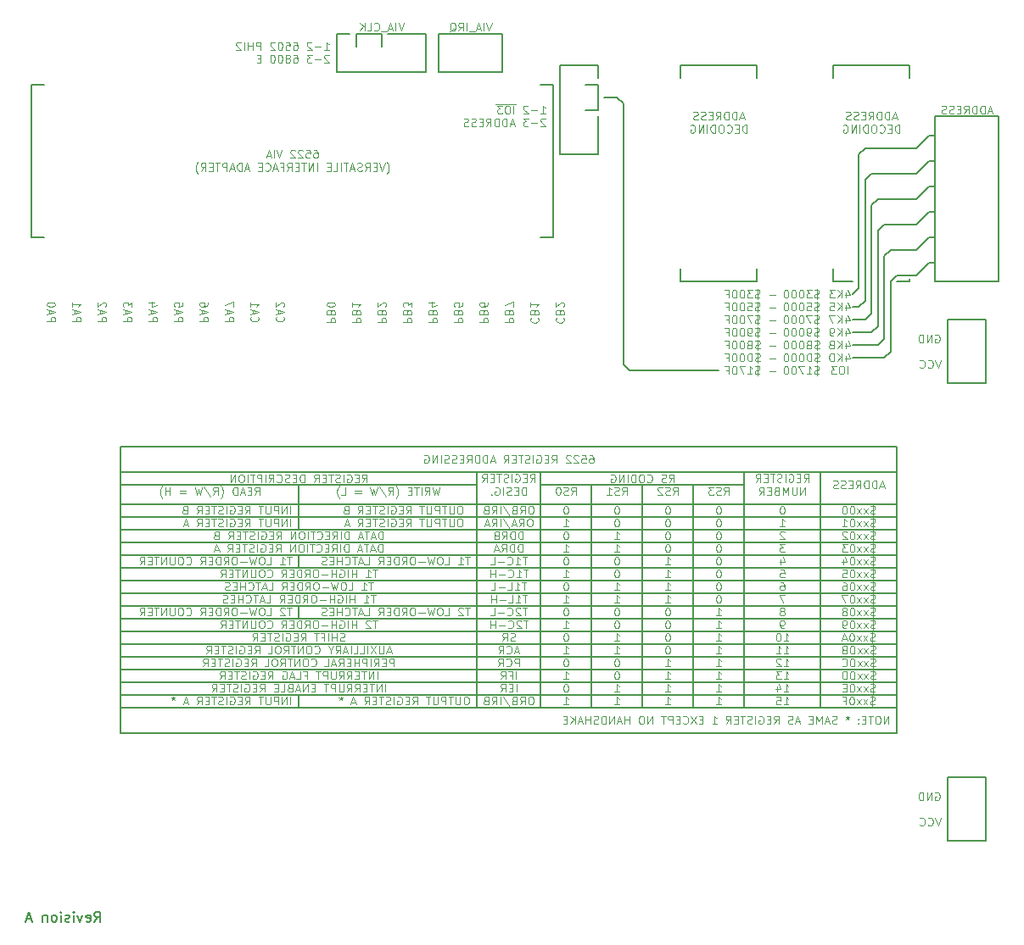
<source format=gbo>
G04 #@! TF.FileFunction,Legend,Bot*
%FSLAX46Y46*%
G04 Gerber Fmt 4.6, Leading zero omitted, Abs format (unit mm)*
G04 Created by KiCad (PCBNEW 4.0.7) date 01/23/20 18:17:54*
%MOMM*%
%LPD*%
G01*
G04 APERTURE LIST*
%ADD10C,0.100000*%
%ADD11C,0.200000*%
%ADD12C,0.150000*%
G04 APERTURE END LIST*
D10*
X192963810Y-133546905D02*
X192697143Y-134346905D01*
X192430476Y-133546905D01*
X191706667Y-134270714D02*
X191744762Y-134308810D01*
X191859048Y-134346905D01*
X191935238Y-134346905D01*
X192049524Y-134308810D01*
X192125715Y-134232619D01*
X192163810Y-134156429D01*
X192201905Y-134004048D01*
X192201905Y-133889762D01*
X192163810Y-133737381D01*
X192125715Y-133661190D01*
X192049524Y-133585000D01*
X191935238Y-133546905D01*
X191859048Y-133546905D01*
X191744762Y-133585000D01*
X191706667Y-133623095D01*
X190906667Y-134270714D02*
X190944762Y-134308810D01*
X191059048Y-134346905D01*
X191135238Y-134346905D01*
X191249524Y-134308810D01*
X191325715Y-134232619D01*
X191363810Y-134156429D01*
X191401905Y-134004048D01*
X191401905Y-133889762D01*
X191363810Y-133737381D01*
X191325715Y-133661190D01*
X191249524Y-133585000D01*
X191135238Y-133546905D01*
X191059048Y-133546905D01*
X190944762Y-133585000D01*
X190906667Y-133623095D01*
X192430476Y-131045000D02*
X192506667Y-131006905D01*
X192620952Y-131006905D01*
X192735238Y-131045000D01*
X192811429Y-131121190D01*
X192849524Y-131197381D01*
X192887619Y-131349762D01*
X192887619Y-131464048D01*
X192849524Y-131616429D01*
X192811429Y-131692619D01*
X192735238Y-131768810D01*
X192620952Y-131806905D01*
X192544762Y-131806905D01*
X192430476Y-131768810D01*
X192392381Y-131730714D01*
X192392381Y-131464048D01*
X192544762Y-131464048D01*
X192049524Y-131806905D02*
X192049524Y-131006905D01*
X191592381Y-131806905D01*
X191592381Y-131006905D01*
X191211429Y-131806905D02*
X191211429Y-131006905D01*
X191020953Y-131006905D01*
X190906667Y-131045000D01*
X190830476Y-131121190D01*
X190792381Y-131197381D01*
X190754286Y-131349762D01*
X190754286Y-131464048D01*
X190792381Y-131616429D01*
X190830476Y-131692619D01*
X190906667Y-131768810D01*
X191020953Y-131806905D01*
X191211429Y-131806905D01*
X192963810Y-87826905D02*
X192697143Y-88626905D01*
X192430476Y-87826905D01*
X191706667Y-88550714D02*
X191744762Y-88588810D01*
X191859048Y-88626905D01*
X191935238Y-88626905D01*
X192049524Y-88588810D01*
X192125715Y-88512619D01*
X192163810Y-88436429D01*
X192201905Y-88284048D01*
X192201905Y-88169762D01*
X192163810Y-88017381D01*
X192125715Y-87941190D01*
X192049524Y-87865000D01*
X191935238Y-87826905D01*
X191859048Y-87826905D01*
X191744762Y-87865000D01*
X191706667Y-87903095D01*
X190906667Y-88550714D02*
X190944762Y-88588810D01*
X191059048Y-88626905D01*
X191135238Y-88626905D01*
X191249524Y-88588810D01*
X191325715Y-88512619D01*
X191363810Y-88436429D01*
X191401905Y-88284048D01*
X191401905Y-88169762D01*
X191363810Y-88017381D01*
X191325715Y-87941190D01*
X191249524Y-87865000D01*
X191135238Y-87826905D01*
X191059048Y-87826905D01*
X190944762Y-87865000D01*
X190906667Y-87903095D01*
X192430476Y-85325000D02*
X192506667Y-85286905D01*
X192620952Y-85286905D01*
X192735238Y-85325000D01*
X192811429Y-85401190D01*
X192849524Y-85477381D01*
X192887619Y-85629762D01*
X192887619Y-85744048D01*
X192849524Y-85896429D01*
X192811429Y-85972619D01*
X192735238Y-86048810D01*
X192620952Y-86086905D01*
X192544762Y-86086905D01*
X192430476Y-86048810D01*
X192392381Y-86010714D01*
X192392381Y-85744048D01*
X192544762Y-85744048D01*
X192049524Y-86086905D02*
X192049524Y-85286905D01*
X191592381Y-86086905D01*
X191592381Y-85286905D01*
X191211429Y-86086905D02*
X191211429Y-85286905D01*
X191020953Y-85286905D01*
X190906667Y-85325000D01*
X190830476Y-85401190D01*
X190792381Y-85477381D01*
X190754286Y-85629762D01*
X190754286Y-85744048D01*
X190792381Y-85896429D01*
X190830476Y-85972619D01*
X190906667Y-86048810D01*
X191020953Y-86086905D01*
X191211429Y-86086905D01*
D11*
X193675000Y-135890000D02*
X193675000Y-129540000D01*
X197485000Y-135890000D02*
X193675000Y-135890000D01*
X197485000Y-129540000D02*
X197485000Y-135890000D01*
X193675000Y-129540000D02*
X197485000Y-129540000D01*
X193675000Y-90170000D02*
X193675000Y-83820000D01*
X197485000Y-90170000D02*
X193675000Y-90170000D01*
X197485000Y-83820000D02*
X197485000Y-90170000D01*
X193675000Y-83820000D02*
X197485000Y-83820000D01*
D10*
X131927619Y-57423095D02*
X131889524Y-57385000D01*
X131813333Y-57346905D01*
X131622857Y-57346905D01*
X131546667Y-57385000D01*
X131508571Y-57423095D01*
X131470476Y-57499286D01*
X131470476Y-57575476D01*
X131508571Y-57689762D01*
X131965714Y-58146905D01*
X131470476Y-58146905D01*
X131127619Y-57842143D02*
X130518095Y-57842143D01*
X130213333Y-57346905D02*
X129718095Y-57346905D01*
X129984762Y-57651667D01*
X129870476Y-57651667D01*
X129794286Y-57689762D01*
X129756190Y-57727857D01*
X129718095Y-57804048D01*
X129718095Y-57994524D01*
X129756190Y-58070714D01*
X129794286Y-58108810D01*
X129870476Y-58146905D01*
X130099048Y-58146905D01*
X130175238Y-58108810D01*
X130213333Y-58070714D01*
X128422857Y-57346905D02*
X128575238Y-57346905D01*
X128651428Y-57385000D01*
X128689523Y-57423095D01*
X128765714Y-57537381D01*
X128803809Y-57689762D01*
X128803809Y-57994524D01*
X128765714Y-58070714D01*
X128727619Y-58108810D01*
X128651428Y-58146905D01*
X128499047Y-58146905D01*
X128422857Y-58108810D01*
X128384761Y-58070714D01*
X128346666Y-57994524D01*
X128346666Y-57804048D01*
X128384761Y-57727857D01*
X128422857Y-57689762D01*
X128499047Y-57651667D01*
X128651428Y-57651667D01*
X128727619Y-57689762D01*
X128765714Y-57727857D01*
X128803809Y-57804048D01*
X127889523Y-57689762D02*
X127965714Y-57651667D01*
X128003809Y-57613571D01*
X128041904Y-57537381D01*
X128041904Y-57499286D01*
X128003809Y-57423095D01*
X127965714Y-57385000D01*
X127889523Y-57346905D01*
X127737142Y-57346905D01*
X127660952Y-57385000D01*
X127622856Y-57423095D01*
X127584761Y-57499286D01*
X127584761Y-57537381D01*
X127622856Y-57613571D01*
X127660952Y-57651667D01*
X127737142Y-57689762D01*
X127889523Y-57689762D01*
X127965714Y-57727857D01*
X128003809Y-57765952D01*
X128041904Y-57842143D01*
X128041904Y-57994524D01*
X128003809Y-58070714D01*
X127965714Y-58108810D01*
X127889523Y-58146905D01*
X127737142Y-58146905D01*
X127660952Y-58108810D01*
X127622856Y-58070714D01*
X127584761Y-57994524D01*
X127584761Y-57842143D01*
X127622856Y-57765952D01*
X127660952Y-57727857D01*
X127737142Y-57689762D01*
X127089523Y-57346905D02*
X127013332Y-57346905D01*
X126937142Y-57385000D01*
X126899047Y-57423095D01*
X126860951Y-57499286D01*
X126822856Y-57651667D01*
X126822856Y-57842143D01*
X126860951Y-57994524D01*
X126899047Y-58070714D01*
X126937142Y-58108810D01*
X127013332Y-58146905D01*
X127089523Y-58146905D01*
X127165713Y-58108810D01*
X127203809Y-58070714D01*
X127241904Y-57994524D01*
X127279999Y-57842143D01*
X127279999Y-57651667D01*
X127241904Y-57499286D01*
X127203809Y-57423095D01*
X127165713Y-57385000D01*
X127089523Y-57346905D01*
X126327618Y-57346905D02*
X126251427Y-57346905D01*
X126175237Y-57385000D01*
X126137142Y-57423095D01*
X126099046Y-57499286D01*
X126060951Y-57651667D01*
X126060951Y-57842143D01*
X126099046Y-57994524D01*
X126137142Y-58070714D01*
X126175237Y-58108810D01*
X126251427Y-58146905D01*
X126327618Y-58146905D01*
X126403808Y-58108810D01*
X126441904Y-58070714D01*
X126479999Y-57994524D01*
X126518094Y-57842143D01*
X126518094Y-57651667D01*
X126479999Y-57499286D01*
X126441904Y-57423095D01*
X126403808Y-57385000D01*
X126327618Y-57346905D01*
X125108570Y-57727857D02*
X124841903Y-57727857D01*
X124727617Y-58146905D02*
X125108570Y-58146905D01*
X125108570Y-57346905D01*
X124727617Y-57346905D01*
X131470476Y-56876905D02*
X131927619Y-56876905D01*
X131699048Y-56876905D02*
X131699048Y-56076905D01*
X131775238Y-56191190D01*
X131851429Y-56267381D01*
X131927619Y-56305476D01*
X131127619Y-56572143D02*
X130518095Y-56572143D01*
X130175238Y-56153095D02*
X130137143Y-56115000D01*
X130060952Y-56076905D01*
X129870476Y-56076905D01*
X129794286Y-56115000D01*
X129756190Y-56153095D01*
X129718095Y-56229286D01*
X129718095Y-56305476D01*
X129756190Y-56419762D01*
X130213333Y-56876905D01*
X129718095Y-56876905D01*
X128422857Y-56076905D02*
X128575238Y-56076905D01*
X128651428Y-56115000D01*
X128689523Y-56153095D01*
X128765714Y-56267381D01*
X128803809Y-56419762D01*
X128803809Y-56724524D01*
X128765714Y-56800714D01*
X128727619Y-56838810D01*
X128651428Y-56876905D01*
X128499047Y-56876905D01*
X128422857Y-56838810D01*
X128384761Y-56800714D01*
X128346666Y-56724524D01*
X128346666Y-56534048D01*
X128384761Y-56457857D01*
X128422857Y-56419762D01*
X128499047Y-56381667D01*
X128651428Y-56381667D01*
X128727619Y-56419762D01*
X128765714Y-56457857D01*
X128803809Y-56534048D01*
X127622856Y-56076905D02*
X128003809Y-56076905D01*
X128041904Y-56457857D01*
X128003809Y-56419762D01*
X127927618Y-56381667D01*
X127737142Y-56381667D01*
X127660952Y-56419762D01*
X127622856Y-56457857D01*
X127584761Y-56534048D01*
X127584761Y-56724524D01*
X127622856Y-56800714D01*
X127660952Y-56838810D01*
X127737142Y-56876905D01*
X127927618Y-56876905D01*
X128003809Y-56838810D01*
X128041904Y-56800714D01*
X127089523Y-56076905D02*
X127013332Y-56076905D01*
X126937142Y-56115000D01*
X126899047Y-56153095D01*
X126860951Y-56229286D01*
X126822856Y-56381667D01*
X126822856Y-56572143D01*
X126860951Y-56724524D01*
X126899047Y-56800714D01*
X126937142Y-56838810D01*
X127013332Y-56876905D01*
X127089523Y-56876905D01*
X127165713Y-56838810D01*
X127203809Y-56800714D01*
X127241904Y-56724524D01*
X127279999Y-56572143D01*
X127279999Y-56381667D01*
X127241904Y-56229286D01*
X127203809Y-56153095D01*
X127165713Y-56115000D01*
X127089523Y-56076905D01*
X126518094Y-56153095D02*
X126479999Y-56115000D01*
X126403808Y-56076905D01*
X126213332Y-56076905D01*
X126137142Y-56115000D01*
X126099046Y-56153095D01*
X126060951Y-56229286D01*
X126060951Y-56305476D01*
X126099046Y-56419762D01*
X126556189Y-56876905D01*
X126060951Y-56876905D01*
X125108570Y-56876905D02*
X125108570Y-56076905D01*
X124803808Y-56076905D01*
X124727617Y-56115000D01*
X124689522Y-56153095D01*
X124651427Y-56229286D01*
X124651427Y-56343571D01*
X124689522Y-56419762D01*
X124727617Y-56457857D01*
X124803808Y-56495952D01*
X125108570Y-56495952D01*
X124308570Y-56876905D02*
X124308570Y-56076905D01*
X124308570Y-56457857D02*
X123851427Y-56457857D01*
X123851427Y-56876905D02*
X123851427Y-56076905D01*
X123470475Y-56876905D02*
X123470475Y-56076905D01*
X123127618Y-56153095D02*
X123089523Y-56115000D01*
X123013332Y-56076905D01*
X122822856Y-56076905D01*
X122746666Y-56115000D01*
X122708570Y-56153095D01*
X122670475Y-56229286D01*
X122670475Y-56305476D01*
X122708570Y-56419762D01*
X123165713Y-56876905D01*
X122670475Y-56876905D01*
D11*
X161290000Y-88265000D02*
X161925000Y-88900000D01*
X161290000Y-62230000D02*
X161290000Y-88265000D01*
X160655000Y-61595000D02*
X161290000Y-62230000D01*
X159385000Y-61595000D02*
X160655000Y-61595000D01*
X170815000Y-88900000D02*
X161925000Y-88900000D01*
D10*
X183680000Y-89261905D02*
X183680000Y-88461905D01*
X183146667Y-88461905D02*
X182994286Y-88461905D01*
X182918095Y-88500000D01*
X182841905Y-88576190D01*
X182803810Y-88728571D01*
X182803810Y-88995238D01*
X182841905Y-89147619D01*
X182918095Y-89223810D01*
X182994286Y-89261905D01*
X183146667Y-89261905D01*
X183222857Y-89223810D01*
X183299048Y-89147619D01*
X183337143Y-88995238D01*
X183337143Y-88728571D01*
X183299048Y-88576190D01*
X183222857Y-88500000D01*
X183146667Y-88461905D01*
X182537143Y-88461905D02*
X182041905Y-88461905D01*
X182308572Y-88766667D01*
X182194286Y-88766667D01*
X182118096Y-88804762D01*
X182080000Y-88842857D01*
X182041905Y-88919048D01*
X182041905Y-89109524D01*
X182080000Y-89185714D01*
X182118096Y-89223810D01*
X182194286Y-89261905D01*
X182422858Y-89261905D01*
X182499048Y-89223810D01*
X182537143Y-89185714D01*
X176466191Y-88957143D02*
X175856667Y-88957143D01*
X174904286Y-89223810D02*
X174790000Y-89261905D01*
X174599524Y-89261905D01*
X174523334Y-89223810D01*
X174485238Y-89185714D01*
X174447143Y-89109524D01*
X174447143Y-89033333D01*
X174485238Y-88957143D01*
X174523334Y-88919048D01*
X174599524Y-88880952D01*
X174751905Y-88842857D01*
X174828096Y-88804762D01*
X174866191Y-88766667D01*
X174904286Y-88690476D01*
X174904286Y-88614286D01*
X174866191Y-88538095D01*
X174828096Y-88500000D01*
X174751905Y-88461905D01*
X174561429Y-88461905D01*
X174447143Y-88500000D01*
X174675715Y-88347619D02*
X174675715Y-89376190D01*
X173685238Y-89261905D02*
X174142381Y-89261905D01*
X173913810Y-89261905D02*
X173913810Y-88461905D01*
X173990000Y-88576190D01*
X174066191Y-88652381D01*
X174142381Y-88690476D01*
X173418571Y-88461905D02*
X172885238Y-88461905D01*
X173228095Y-89261905D01*
X172428095Y-88461905D02*
X172351904Y-88461905D01*
X172275714Y-88500000D01*
X172237619Y-88538095D01*
X172199523Y-88614286D01*
X172161428Y-88766667D01*
X172161428Y-88957143D01*
X172199523Y-89109524D01*
X172237619Y-89185714D01*
X172275714Y-89223810D01*
X172351904Y-89261905D01*
X172428095Y-89261905D01*
X172504285Y-89223810D01*
X172542381Y-89185714D01*
X172580476Y-89109524D01*
X172618571Y-88957143D01*
X172618571Y-88766667D01*
X172580476Y-88614286D01*
X172542381Y-88538095D01*
X172504285Y-88500000D01*
X172428095Y-88461905D01*
X171551904Y-88842857D02*
X171818571Y-88842857D01*
X171818571Y-89261905D02*
X171818571Y-88461905D01*
X171437618Y-88461905D01*
X180822381Y-89223810D02*
X180708095Y-89261905D01*
X180517619Y-89261905D01*
X180441429Y-89223810D01*
X180403333Y-89185714D01*
X180365238Y-89109524D01*
X180365238Y-89033333D01*
X180403333Y-88957143D01*
X180441429Y-88919048D01*
X180517619Y-88880952D01*
X180670000Y-88842857D01*
X180746191Y-88804762D01*
X180784286Y-88766667D01*
X180822381Y-88690476D01*
X180822381Y-88614286D01*
X180784286Y-88538095D01*
X180746191Y-88500000D01*
X180670000Y-88461905D01*
X180479524Y-88461905D01*
X180365238Y-88500000D01*
X180593810Y-88347619D02*
X180593810Y-89376190D01*
X179603333Y-89261905D02*
X180060476Y-89261905D01*
X179831905Y-89261905D02*
X179831905Y-88461905D01*
X179908095Y-88576190D01*
X179984286Y-88652381D01*
X180060476Y-88690476D01*
X179336666Y-88461905D02*
X178803333Y-88461905D01*
X179146190Y-89261905D01*
X178346190Y-88461905D02*
X178269999Y-88461905D01*
X178193809Y-88500000D01*
X178155714Y-88538095D01*
X178117618Y-88614286D01*
X178079523Y-88766667D01*
X178079523Y-88957143D01*
X178117618Y-89109524D01*
X178155714Y-89185714D01*
X178193809Y-89223810D01*
X178269999Y-89261905D01*
X178346190Y-89261905D01*
X178422380Y-89223810D01*
X178460476Y-89185714D01*
X178498571Y-89109524D01*
X178536666Y-88957143D01*
X178536666Y-88766667D01*
X178498571Y-88614286D01*
X178460476Y-88538095D01*
X178422380Y-88500000D01*
X178346190Y-88461905D01*
X177584285Y-88461905D02*
X177508094Y-88461905D01*
X177431904Y-88500000D01*
X177393809Y-88538095D01*
X177355713Y-88614286D01*
X177317618Y-88766667D01*
X177317618Y-88957143D01*
X177355713Y-89109524D01*
X177393809Y-89185714D01*
X177431904Y-89223810D01*
X177508094Y-89261905D01*
X177584285Y-89261905D01*
X177660475Y-89223810D01*
X177698571Y-89185714D01*
X177736666Y-89109524D01*
X177774761Y-88957143D01*
X177774761Y-88766667D01*
X177736666Y-88614286D01*
X177698571Y-88538095D01*
X177660475Y-88500000D01*
X177584285Y-88461905D01*
D11*
X132715000Y-59055000D02*
X141605000Y-59055000D01*
X132715000Y-55245000D02*
X132715000Y-59055000D01*
X133985000Y-55245000D02*
X132715000Y-55245000D01*
X134620000Y-55245000D02*
X134620000Y-56515000D01*
X137160000Y-55245000D02*
X134620000Y-55245000D01*
X137160000Y-56515000D02*
X137160000Y-55245000D01*
X141605000Y-55245000D02*
X137795000Y-55245000D01*
D10*
X139388571Y-54171905D02*
X139121904Y-54971905D01*
X138855237Y-54171905D01*
X138588571Y-54971905D02*
X138588571Y-54171905D01*
X138245714Y-54743333D02*
X137864762Y-54743333D01*
X138321905Y-54971905D02*
X138055238Y-54171905D01*
X137788571Y-54971905D01*
X137712381Y-55048095D02*
X137102857Y-55048095D01*
X136455238Y-54895714D02*
X136493333Y-54933810D01*
X136607619Y-54971905D01*
X136683809Y-54971905D01*
X136798095Y-54933810D01*
X136874286Y-54857619D01*
X136912381Y-54781429D01*
X136950476Y-54629048D01*
X136950476Y-54514762D01*
X136912381Y-54362381D01*
X136874286Y-54286190D01*
X136798095Y-54210000D01*
X136683809Y-54171905D01*
X136607619Y-54171905D01*
X136493333Y-54210000D01*
X136455238Y-54248095D01*
X135731428Y-54971905D02*
X136112381Y-54971905D01*
X136112381Y-54171905D01*
X135464762Y-54971905D02*
X135464762Y-54171905D01*
X135007619Y-54971905D02*
X135350476Y-54514762D01*
X135007619Y-54171905D02*
X135464762Y-54629048D01*
D11*
X141605000Y-59055000D02*
X141605000Y-55245000D01*
D10*
X148164285Y-54171905D02*
X147897618Y-54971905D01*
X147630951Y-54171905D01*
X147364285Y-54971905D02*
X147364285Y-54171905D01*
X147021428Y-54743333D02*
X146640476Y-54743333D01*
X147097619Y-54971905D02*
X146830952Y-54171905D01*
X146564285Y-54971905D01*
X146488095Y-55048095D02*
X145878571Y-55048095D01*
X145688095Y-54971905D02*
X145688095Y-54171905D01*
X144850000Y-54971905D02*
X145116667Y-54590952D01*
X145307143Y-54971905D02*
X145307143Y-54171905D01*
X145002381Y-54171905D01*
X144926190Y-54210000D01*
X144888095Y-54248095D01*
X144850000Y-54324286D01*
X144850000Y-54438571D01*
X144888095Y-54514762D01*
X144926190Y-54552857D01*
X145002381Y-54590952D01*
X145307143Y-54590952D01*
X143973809Y-55048095D02*
X144050000Y-55010000D01*
X144126190Y-54933810D01*
X144240476Y-54819524D01*
X144316667Y-54781429D01*
X144392857Y-54781429D01*
X144354762Y-54971905D02*
X144430952Y-54933810D01*
X144507143Y-54857619D01*
X144545238Y-54705238D01*
X144545238Y-54438571D01*
X144507143Y-54286190D01*
X144430952Y-54210000D01*
X144354762Y-54171905D01*
X144202381Y-54171905D01*
X144126190Y-54210000D01*
X144050000Y-54286190D01*
X144011905Y-54438571D01*
X144011905Y-54705238D01*
X144050000Y-54857619D01*
X144126190Y-54933810D01*
X144202381Y-54971905D01*
X144354762Y-54971905D01*
X198094286Y-62998333D02*
X197713334Y-62998333D01*
X198170477Y-63226905D02*
X197903810Y-62426905D01*
X197637143Y-63226905D01*
X197370477Y-63226905D02*
X197370477Y-62426905D01*
X197180001Y-62426905D01*
X197065715Y-62465000D01*
X196989524Y-62541190D01*
X196951429Y-62617381D01*
X196913334Y-62769762D01*
X196913334Y-62884048D01*
X196951429Y-63036429D01*
X196989524Y-63112619D01*
X197065715Y-63188810D01*
X197180001Y-63226905D01*
X197370477Y-63226905D01*
X196570477Y-63226905D02*
X196570477Y-62426905D01*
X196380001Y-62426905D01*
X196265715Y-62465000D01*
X196189524Y-62541190D01*
X196151429Y-62617381D01*
X196113334Y-62769762D01*
X196113334Y-62884048D01*
X196151429Y-63036429D01*
X196189524Y-63112619D01*
X196265715Y-63188810D01*
X196380001Y-63226905D01*
X196570477Y-63226905D01*
X195313334Y-63226905D02*
X195580001Y-62845952D01*
X195770477Y-63226905D02*
X195770477Y-62426905D01*
X195465715Y-62426905D01*
X195389524Y-62465000D01*
X195351429Y-62503095D01*
X195313334Y-62579286D01*
X195313334Y-62693571D01*
X195351429Y-62769762D01*
X195389524Y-62807857D01*
X195465715Y-62845952D01*
X195770477Y-62845952D01*
X194970477Y-62807857D02*
X194703810Y-62807857D01*
X194589524Y-63226905D02*
X194970477Y-63226905D01*
X194970477Y-62426905D01*
X194589524Y-62426905D01*
X194284762Y-63188810D02*
X194170476Y-63226905D01*
X193980000Y-63226905D01*
X193903810Y-63188810D01*
X193865714Y-63150714D01*
X193827619Y-63074524D01*
X193827619Y-62998333D01*
X193865714Y-62922143D01*
X193903810Y-62884048D01*
X193980000Y-62845952D01*
X194132381Y-62807857D01*
X194208572Y-62769762D01*
X194246667Y-62731667D01*
X194284762Y-62655476D01*
X194284762Y-62579286D01*
X194246667Y-62503095D01*
X194208572Y-62465000D01*
X194132381Y-62426905D01*
X193941905Y-62426905D01*
X193827619Y-62465000D01*
X193522857Y-63188810D02*
X193408571Y-63226905D01*
X193218095Y-63226905D01*
X193141905Y-63188810D01*
X193103809Y-63150714D01*
X193065714Y-63074524D01*
X193065714Y-62998333D01*
X193103809Y-62922143D01*
X193141905Y-62884048D01*
X193218095Y-62845952D01*
X193370476Y-62807857D01*
X193446667Y-62769762D01*
X193484762Y-62731667D01*
X193522857Y-62655476D01*
X193522857Y-62579286D01*
X193484762Y-62503095D01*
X193446667Y-62465000D01*
X193370476Y-62426905D01*
X193180000Y-62426905D01*
X193065714Y-62465000D01*
X126714286Y-83515000D02*
X126676190Y-83553095D01*
X126638095Y-83667381D01*
X126638095Y-83743571D01*
X126676190Y-83857857D01*
X126752381Y-83934048D01*
X126828571Y-83972143D01*
X126980952Y-84010238D01*
X127095238Y-84010238D01*
X127247619Y-83972143D01*
X127323810Y-83934048D01*
X127400000Y-83857857D01*
X127438095Y-83743571D01*
X127438095Y-83667381D01*
X127400000Y-83553095D01*
X127361905Y-83515000D01*
X126866667Y-83210238D02*
X126866667Y-82829286D01*
X126638095Y-83286429D02*
X127438095Y-83019762D01*
X126638095Y-82753095D01*
X127361905Y-82524524D02*
X127400000Y-82486429D01*
X127438095Y-82410238D01*
X127438095Y-82219762D01*
X127400000Y-82143572D01*
X127361905Y-82105476D01*
X127285714Y-82067381D01*
X127209524Y-82067381D01*
X127095238Y-82105476D01*
X126638095Y-82562619D01*
X126638095Y-82067381D01*
X124174286Y-83515000D02*
X124136190Y-83553095D01*
X124098095Y-83667381D01*
X124098095Y-83743571D01*
X124136190Y-83857857D01*
X124212381Y-83934048D01*
X124288571Y-83972143D01*
X124440952Y-84010238D01*
X124555238Y-84010238D01*
X124707619Y-83972143D01*
X124783810Y-83934048D01*
X124860000Y-83857857D01*
X124898095Y-83743571D01*
X124898095Y-83667381D01*
X124860000Y-83553095D01*
X124821905Y-83515000D01*
X124326667Y-83210238D02*
X124326667Y-82829286D01*
X124098095Y-83286429D02*
X124898095Y-83019762D01*
X124098095Y-82753095D01*
X124098095Y-82067381D02*
X124098095Y-82524524D01*
X124098095Y-82295953D02*
X124898095Y-82295953D01*
X124783810Y-82372143D01*
X124707619Y-82448334D01*
X124669524Y-82524524D01*
X121558095Y-83972143D02*
X122358095Y-83972143D01*
X122358095Y-83667381D01*
X122320000Y-83591190D01*
X122281905Y-83553095D01*
X122205714Y-83515000D01*
X122091429Y-83515000D01*
X122015238Y-83553095D01*
X121977143Y-83591190D01*
X121939048Y-83667381D01*
X121939048Y-83972143D01*
X121786667Y-83210238D02*
X121786667Y-82829286D01*
X121558095Y-83286429D02*
X122358095Y-83019762D01*
X121558095Y-82753095D01*
X122358095Y-82562619D02*
X122358095Y-82029286D01*
X121558095Y-82372143D01*
X119018095Y-83972143D02*
X119818095Y-83972143D01*
X119818095Y-83667381D01*
X119780000Y-83591190D01*
X119741905Y-83553095D01*
X119665714Y-83515000D01*
X119551429Y-83515000D01*
X119475238Y-83553095D01*
X119437143Y-83591190D01*
X119399048Y-83667381D01*
X119399048Y-83972143D01*
X119246667Y-83210238D02*
X119246667Y-82829286D01*
X119018095Y-83286429D02*
X119818095Y-83019762D01*
X119018095Y-82753095D01*
X119818095Y-82143572D02*
X119818095Y-82295953D01*
X119780000Y-82372143D01*
X119741905Y-82410238D01*
X119627619Y-82486429D01*
X119475238Y-82524524D01*
X119170476Y-82524524D01*
X119094286Y-82486429D01*
X119056190Y-82448334D01*
X119018095Y-82372143D01*
X119018095Y-82219762D01*
X119056190Y-82143572D01*
X119094286Y-82105476D01*
X119170476Y-82067381D01*
X119360952Y-82067381D01*
X119437143Y-82105476D01*
X119475238Y-82143572D01*
X119513333Y-82219762D01*
X119513333Y-82372143D01*
X119475238Y-82448334D01*
X119437143Y-82486429D01*
X119360952Y-82524524D01*
X116478095Y-83972143D02*
X117278095Y-83972143D01*
X117278095Y-83667381D01*
X117240000Y-83591190D01*
X117201905Y-83553095D01*
X117125714Y-83515000D01*
X117011429Y-83515000D01*
X116935238Y-83553095D01*
X116897143Y-83591190D01*
X116859048Y-83667381D01*
X116859048Y-83972143D01*
X116706667Y-83210238D02*
X116706667Y-82829286D01*
X116478095Y-83286429D02*
X117278095Y-83019762D01*
X116478095Y-82753095D01*
X117278095Y-82105476D02*
X117278095Y-82486429D01*
X116897143Y-82524524D01*
X116935238Y-82486429D01*
X116973333Y-82410238D01*
X116973333Y-82219762D01*
X116935238Y-82143572D01*
X116897143Y-82105476D01*
X116820952Y-82067381D01*
X116630476Y-82067381D01*
X116554286Y-82105476D01*
X116516190Y-82143572D01*
X116478095Y-82219762D01*
X116478095Y-82410238D01*
X116516190Y-82486429D01*
X116554286Y-82524524D01*
X113938095Y-83972143D02*
X114738095Y-83972143D01*
X114738095Y-83667381D01*
X114700000Y-83591190D01*
X114661905Y-83553095D01*
X114585714Y-83515000D01*
X114471429Y-83515000D01*
X114395238Y-83553095D01*
X114357143Y-83591190D01*
X114319048Y-83667381D01*
X114319048Y-83972143D01*
X114166667Y-83210238D02*
X114166667Y-82829286D01*
X113938095Y-83286429D02*
X114738095Y-83019762D01*
X113938095Y-82753095D01*
X114471429Y-82143572D02*
X113938095Y-82143572D01*
X114776190Y-82334048D02*
X114204762Y-82524524D01*
X114204762Y-82029286D01*
X111398095Y-83972143D02*
X112198095Y-83972143D01*
X112198095Y-83667381D01*
X112160000Y-83591190D01*
X112121905Y-83553095D01*
X112045714Y-83515000D01*
X111931429Y-83515000D01*
X111855238Y-83553095D01*
X111817143Y-83591190D01*
X111779048Y-83667381D01*
X111779048Y-83972143D01*
X111626667Y-83210238D02*
X111626667Y-82829286D01*
X111398095Y-83286429D02*
X112198095Y-83019762D01*
X111398095Y-82753095D01*
X112198095Y-82562619D02*
X112198095Y-82067381D01*
X111893333Y-82334048D01*
X111893333Y-82219762D01*
X111855238Y-82143572D01*
X111817143Y-82105476D01*
X111740952Y-82067381D01*
X111550476Y-82067381D01*
X111474286Y-82105476D01*
X111436190Y-82143572D01*
X111398095Y-82219762D01*
X111398095Y-82448334D01*
X111436190Y-82524524D01*
X111474286Y-82562619D01*
X108858095Y-83972143D02*
X109658095Y-83972143D01*
X109658095Y-83667381D01*
X109620000Y-83591190D01*
X109581905Y-83553095D01*
X109505714Y-83515000D01*
X109391429Y-83515000D01*
X109315238Y-83553095D01*
X109277143Y-83591190D01*
X109239048Y-83667381D01*
X109239048Y-83972143D01*
X109086667Y-83210238D02*
X109086667Y-82829286D01*
X108858095Y-83286429D02*
X109658095Y-83019762D01*
X108858095Y-82753095D01*
X109581905Y-82524524D02*
X109620000Y-82486429D01*
X109658095Y-82410238D01*
X109658095Y-82219762D01*
X109620000Y-82143572D01*
X109581905Y-82105476D01*
X109505714Y-82067381D01*
X109429524Y-82067381D01*
X109315238Y-82105476D01*
X108858095Y-82562619D01*
X108858095Y-82067381D01*
X106318095Y-83972143D02*
X107118095Y-83972143D01*
X107118095Y-83667381D01*
X107080000Y-83591190D01*
X107041905Y-83553095D01*
X106965714Y-83515000D01*
X106851429Y-83515000D01*
X106775238Y-83553095D01*
X106737143Y-83591190D01*
X106699048Y-83667381D01*
X106699048Y-83972143D01*
X106546667Y-83210238D02*
X106546667Y-82829286D01*
X106318095Y-83286429D02*
X107118095Y-83019762D01*
X106318095Y-82753095D01*
X106318095Y-82067381D02*
X106318095Y-82524524D01*
X106318095Y-82295953D02*
X107118095Y-82295953D01*
X107003810Y-82372143D01*
X106927619Y-82448334D01*
X106889524Y-82524524D01*
X103778095Y-83972143D02*
X104578095Y-83972143D01*
X104578095Y-83667381D01*
X104540000Y-83591190D01*
X104501905Y-83553095D01*
X104425714Y-83515000D01*
X104311429Y-83515000D01*
X104235238Y-83553095D01*
X104197143Y-83591190D01*
X104159048Y-83667381D01*
X104159048Y-83972143D01*
X104006667Y-83210238D02*
X104006667Y-82829286D01*
X103778095Y-83286429D02*
X104578095Y-83019762D01*
X103778095Y-82753095D01*
X104578095Y-82334048D02*
X104578095Y-82257857D01*
X104540000Y-82181667D01*
X104501905Y-82143572D01*
X104425714Y-82105476D01*
X104273333Y-82067381D01*
X104082857Y-82067381D01*
X103930476Y-82105476D01*
X103854286Y-82143572D01*
X103816190Y-82181667D01*
X103778095Y-82257857D01*
X103778095Y-82334048D01*
X103816190Y-82410238D01*
X103854286Y-82448334D01*
X103930476Y-82486429D01*
X104082857Y-82524524D01*
X104273333Y-82524524D01*
X104425714Y-82486429D01*
X104501905Y-82448334D01*
X104540000Y-82410238D01*
X104578095Y-82334048D01*
X154654286Y-83629286D02*
X154616190Y-83667381D01*
X154578095Y-83781667D01*
X154578095Y-83857857D01*
X154616190Y-83972143D01*
X154692381Y-84048334D01*
X154768571Y-84086429D01*
X154920952Y-84124524D01*
X155035238Y-84124524D01*
X155187619Y-84086429D01*
X155263810Y-84048334D01*
X155340000Y-83972143D01*
X155378095Y-83857857D01*
X155378095Y-83781667D01*
X155340000Y-83667381D01*
X155301905Y-83629286D01*
X154997143Y-83019762D02*
X154959048Y-82905476D01*
X154920952Y-82867381D01*
X154844762Y-82829286D01*
X154730476Y-82829286D01*
X154654286Y-82867381D01*
X154616190Y-82905476D01*
X154578095Y-82981667D01*
X154578095Y-83286429D01*
X155378095Y-83286429D01*
X155378095Y-83019762D01*
X155340000Y-82943572D01*
X155301905Y-82905476D01*
X155225714Y-82867381D01*
X155149524Y-82867381D01*
X155073333Y-82905476D01*
X155035238Y-82943572D01*
X154997143Y-83019762D01*
X154997143Y-83286429D01*
X155301905Y-82524524D02*
X155340000Y-82486429D01*
X155378095Y-82410238D01*
X155378095Y-82219762D01*
X155340000Y-82143572D01*
X155301905Y-82105476D01*
X155225714Y-82067381D01*
X155149524Y-82067381D01*
X155035238Y-82105476D01*
X154578095Y-82562619D01*
X154578095Y-82067381D01*
X152114286Y-83629286D02*
X152076190Y-83667381D01*
X152038095Y-83781667D01*
X152038095Y-83857857D01*
X152076190Y-83972143D01*
X152152381Y-84048334D01*
X152228571Y-84086429D01*
X152380952Y-84124524D01*
X152495238Y-84124524D01*
X152647619Y-84086429D01*
X152723810Y-84048334D01*
X152800000Y-83972143D01*
X152838095Y-83857857D01*
X152838095Y-83781667D01*
X152800000Y-83667381D01*
X152761905Y-83629286D01*
X152457143Y-83019762D02*
X152419048Y-82905476D01*
X152380952Y-82867381D01*
X152304762Y-82829286D01*
X152190476Y-82829286D01*
X152114286Y-82867381D01*
X152076190Y-82905476D01*
X152038095Y-82981667D01*
X152038095Y-83286429D01*
X152838095Y-83286429D01*
X152838095Y-83019762D01*
X152800000Y-82943572D01*
X152761905Y-82905476D01*
X152685714Y-82867381D01*
X152609524Y-82867381D01*
X152533333Y-82905476D01*
X152495238Y-82943572D01*
X152457143Y-83019762D01*
X152457143Y-83286429D01*
X152038095Y-82067381D02*
X152038095Y-82524524D01*
X152038095Y-82295953D02*
X152838095Y-82295953D01*
X152723810Y-82372143D01*
X152647619Y-82448334D01*
X152609524Y-82524524D01*
X149498095Y-84086429D02*
X150298095Y-84086429D01*
X150298095Y-83781667D01*
X150260000Y-83705476D01*
X150221905Y-83667381D01*
X150145714Y-83629286D01*
X150031429Y-83629286D01*
X149955238Y-83667381D01*
X149917143Y-83705476D01*
X149879048Y-83781667D01*
X149879048Y-84086429D01*
X149917143Y-83019762D02*
X149879048Y-82905476D01*
X149840952Y-82867381D01*
X149764762Y-82829286D01*
X149650476Y-82829286D01*
X149574286Y-82867381D01*
X149536190Y-82905476D01*
X149498095Y-82981667D01*
X149498095Y-83286429D01*
X150298095Y-83286429D01*
X150298095Y-83019762D01*
X150260000Y-82943572D01*
X150221905Y-82905476D01*
X150145714Y-82867381D01*
X150069524Y-82867381D01*
X149993333Y-82905476D01*
X149955238Y-82943572D01*
X149917143Y-83019762D01*
X149917143Y-83286429D01*
X150298095Y-82562619D02*
X150298095Y-82029286D01*
X149498095Y-82372143D01*
X146958095Y-84086429D02*
X147758095Y-84086429D01*
X147758095Y-83781667D01*
X147720000Y-83705476D01*
X147681905Y-83667381D01*
X147605714Y-83629286D01*
X147491429Y-83629286D01*
X147415238Y-83667381D01*
X147377143Y-83705476D01*
X147339048Y-83781667D01*
X147339048Y-84086429D01*
X147377143Y-83019762D02*
X147339048Y-82905476D01*
X147300952Y-82867381D01*
X147224762Y-82829286D01*
X147110476Y-82829286D01*
X147034286Y-82867381D01*
X146996190Y-82905476D01*
X146958095Y-82981667D01*
X146958095Y-83286429D01*
X147758095Y-83286429D01*
X147758095Y-83019762D01*
X147720000Y-82943572D01*
X147681905Y-82905476D01*
X147605714Y-82867381D01*
X147529524Y-82867381D01*
X147453333Y-82905476D01*
X147415238Y-82943572D01*
X147377143Y-83019762D01*
X147377143Y-83286429D01*
X147758095Y-82143572D02*
X147758095Y-82295953D01*
X147720000Y-82372143D01*
X147681905Y-82410238D01*
X147567619Y-82486429D01*
X147415238Y-82524524D01*
X147110476Y-82524524D01*
X147034286Y-82486429D01*
X146996190Y-82448334D01*
X146958095Y-82372143D01*
X146958095Y-82219762D01*
X146996190Y-82143572D01*
X147034286Y-82105476D01*
X147110476Y-82067381D01*
X147300952Y-82067381D01*
X147377143Y-82105476D01*
X147415238Y-82143572D01*
X147453333Y-82219762D01*
X147453333Y-82372143D01*
X147415238Y-82448334D01*
X147377143Y-82486429D01*
X147300952Y-82524524D01*
X144418095Y-84086429D02*
X145218095Y-84086429D01*
X145218095Y-83781667D01*
X145180000Y-83705476D01*
X145141905Y-83667381D01*
X145065714Y-83629286D01*
X144951429Y-83629286D01*
X144875238Y-83667381D01*
X144837143Y-83705476D01*
X144799048Y-83781667D01*
X144799048Y-84086429D01*
X144837143Y-83019762D02*
X144799048Y-82905476D01*
X144760952Y-82867381D01*
X144684762Y-82829286D01*
X144570476Y-82829286D01*
X144494286Y-82867381D01*
X144456190Y-82905476D01*
X144418095Y-82981667D01*
X144418095Y-83286429D01*
X145218095Y-83286429D01*
X145218095Y-83019762D01*
X145180000Y-82943572D01*
X145141905Y-82905476D01*
X145065714Y-82867381D01*
X144989524Y-82867381D01*
X144913333Y-82905476D01*
X144875238Y-82943572D01*
X144837143Y-83019762D01*
X144837143Y-83286429D01*
X145218095Y-82105476D02*
X145218095Y-82486429D01*
X144837143Y-82524524D01*
X144875238Y-82486429D01*
X144913333Y-82410238D01*
X144913333Y-82219762D01*
X144875238Y-82143572D01*
X144837143Y-82105476D01*
X144760952Y-82067381D01*
X144570476Y-82067381D01*
X144494286Y-82105476D01*
X144456190Y-82143572D01*
X144418095Y-82219762D01*
X144418095Y-82410238D01*
X144456190Y-82486429D01*
X144494286Y-82524524D01*
X141878095Y-84086429D02*
X142678095Y-84086429D01*
X142678095Y-83781667D01*
X142640000Y-83705476D01*
X142601905Y-83667381D01*
X142525714Y-83629286D01*
X142411429Y-83629286D01*
X142335238Y-83667381D01*
X142297143Y-83705476D01*
X142259048Y-83781667D01*
X142259048Y-84086429D01*
X142297143Y-83019762D02*
X142259048Y-82905476D01*
X142220952Y-82867381D01*
X142144762Y-82829286D01*
X142030476Y-82829286D01*
X141954286Y-82867381D01*
X141916190Y-82905476D01*
X141878095Y-82981667D01*
X141878095Y-83286429D01*
X142678095Y-83286429D01*
X142678095Y-83019762D01*
X142640000Y-82943572D01*
X142601905Y-82905476D01*
X142525714Y-82867381D01*
X142449524Y-82867381D01*
X142373333Y-82905476D01*
X142335238Y-82943572D01*
X142297143Y-83019762D01*
X142297143Y-83286429D01*
X142411429Y-82143572D02*
X141878095Y-82143572D01*
X142716190Y-82334048D02*
X142144762Y-82524524D01*
X142144762Y-82029286D01*
X139338095Y-84086429D02*
X140138095Y-84086429D01*
X140138095Y-83781667D01*
X140100000Y-83705476D01*
X140061905Y-83667381D01*
X139985714Y-83629286D01*
X139871429Y-83629286D01*
X139795238Y-83667381D01*
X139757143Y-83705476D01*
X139719048Y-83781667D01*
X139719048Y-84086429D01*
X139757143Y-83019762D02*
X139719048Y-82905476D01*
X139680952Y-82867381D01*
X139604762Y-82829286D01*
X139490476Y-82829286D01*
X139414286Y-82867381D01*
X139376190Y-82905476D01*
X139338095Y-82981667D01*
X139338095Y-83286429D01*
X140138095Y-83286429D01*
X140138095Y-83019762D01*
X140100000Y-82943572D01*
X140061905Y-82905476D01*
X139985714Y-82867381D01*
X139909524Y-82867381D01*
X139833333Y-82905476D01*
X139795238Y-82943572D01*
X139757143Y-83019762D01*
X139757143Y-83286429D01*
X140138095Y-82562619D02*
X140138095Y-82067381D01*
X139833333Y-82334048D01*
X139833333Y-82219762D01*
X139795238Y-82143572D01*
X139757143Y-82105476D01*
X139680952Y-82067381D01*
X139490476Y-82067381D01*
X139414286Y-82105476D01*
X139376190Y-82143572D01*
X139338095Y-82219762D01*
X139338095Y-82448334D01*
X139376190Y-82524524D01*
X139414286Y-82562619D01*
X136798095Y-84086429D02*
X137598095Y-84086429D01*
X137598095Y-83781667D01*
X137560000Y-83705476D01*
X137521905Y-83667381D01*
X137445714Y-83629286D01*
X137331429Y-83629286D01*
X137255238Y-83667381D01*
X137217143Y-83705476D01*
X137179048Y-83781667D01*
X137179048Y-84086429D01*
X137217143Y-83019762D02*
X137179048Y-82905476D01*
X137140952Y-82867381D01*
X137064762Y-82829286D01*
X136950476Y-82829286D01*
X136874286Y-82867381D01*
X136836190Y-82905476D01*
X136798095Y-82981667D01*
X136798095Y-83286429D01*
X137598095Y-83286429D01*
X137598095Y-83019762D01*
X137560000Y-82943572D01*
X137521905Y-82905476D01*
X137445714Y-82867381D01*
X137369524Y-82867381D01*
X137293333Y-82905476D01*
X137255238Y-82943572D01*
X137217143Y-83019762D01*
X137217143Y-83286429D01*
X137521905Y-82524524D02*
X137560000Y-82486429D01*
X137598095Y-82410238D01*
X137598095Y-82219762D01*
X137560000Y-82143572D01*
X137521905Y-82105476D01*
X137445714Y-82067381D01*
X137369524Y-82067381D01*
X137255238Y-82105476D01*
X136798095Y-82562619D01*
X136798095Y-82067381D01*
X134258095Y-84086429D02*
X135058095Y-84086429D01*
X135058095Y-83781667D01*
X135020000Y-83705476D01*
X134981905Y-83667381D01*
X134905714Y-83629286D01*
X134791429Y-83629286D01*
X134715238Y-83667381D01*
X134677143Y-83705476D01*
X134639048Y-83781667D01*
X134639048Y-84086429D01*
X134677143Y-83019762D02*
X134639048Y-82905476D01*
X134600952Y-82867381D01*
X134524762Y-82829286D01*
X134410476Y-82829286D01*
X134334286Y-82867381D01*
X134296190Y-82905476D01*
X134258095Y-82981667D01*
X134258095Y-83286429D01*
X135058095Y-83286429D01*
X135058095Y-83019762D01*
X135020000Y-82943572D01*
X134981905Y-82905476D01*
X134905714Y-82867381D01*
X134829524Y-82867381D01*
X134753333Y-82905476D01*
X134715238Y-82943572D01*
X134677143Y-83019762D01*
X134677143Y-83286429D01*
X134258095Y-82067381D02*
X134258095Y-82524524D01*
X134258095Y-82295953D02*
X135058095Y-82295953D01*
X134943810Y-82372143D01*
X134867619Y-82448334D01*
X134829524Y-82524524D01*
X131718095Y-84086429D02*
X132518095Y-84086429D01*
X132518095Y-83781667D01*
X132480000Y-83705476D01*
X132441905Y-83667381D01*
X132365714Y-83629286D01*
X132251429Y-83629286D01*
X132175238Y-83667381D01*
X132137143Y-83705476D01*
X132099048Y-83781667D01*
X132099048Y-84086429D01*
X132137143Y-83019762D02*
X132099048Y-82905476D01*
X132060952Y-82867381D01*
X131984762Y-82829286D01*
X131870476Y-82829286D01*
X131794286Y-82867381D01*
X131756190Y-82905476D01*
X131718095Y-82981667D01*
X131718095Y-83286429D01*
X132518095Y-83286429D01*
X132518095Y-83019762D01*
X132480000Y-82943572D01*
X132441905Y-82905476D01*
X132365714Y-82867381D01*
X132289524Y-82867381D01*
X132213333Y-82905476D01*
X132175238Y-82943572D01*
X132137143Y-83019762D01*
X132137143Y-83286429D01*
X132518095Y-82334048D02*
X132518095Y-82257857D01*
X132480000Y-82181667D01*
X132441905Y-82143572D01*
X132365714Y-82105476D01*
X132213333Y-82067381D01*
X132022857Y-82067381D01*
X131870476Y-82105476D01*
X131794286Y-82143572D01*
X131756190Y-82181667D01*
X131718095Y-82257857D01*
X131718095Y-82334048D01*
X131756190Y-82410238D01*
X131794286Y-82448334D01*
X131870476Y-82486429D01*
X132022857Y-82524524D01*
X132213333Y-82524524D01*
X132365714Y-82486429D01*
X132441905Y-82448334D01*
X132480000Y-82410238D01*
X132518095Y-82334048D01*
X153517619Y-63773095D02*
X153479524Y-63735000D01*
X153403333Y-63696905D01*
X153212857Y-63696905D01*
X153136667Y-63735000D01*
X153098571Y-63773095D01*
X153060476Y-63849286D01*
X153060476Y-63925476D01*
X153098571Y-64039762D01*
X153555714Y-64496905D01*
X153060476Y-64496905D01*
X152717619Y-64192143D02*
X152108095Y-64192143D01*
X151803333Y-63696905D02*
X151308095Y-63696905D01*
X151574762Y-64001667D01*
X151460476Y-64001667D01*
X151384286Y-64039762D01*
X151346190Y-64077857D01*
X151308095Y-64154048D01*
X151308095Y-64344524D01*
X151346190Y-64420714D01*
X151384286Y-64458810D01*
X151460476Y-64496905D01*
X151689048Y-64496905D01*
X151765238Y-64458810D01*
X151803333Y-64420714D01*
X150393809Y-64268333D02*
X150012857Y-64268333D01*
X150470000Y-64496905D02*
X150203333Y-63696905D01*
X149936666Y-64496905D01*
X149670000Y-64496905D02*
X149670000Y-63696905D01*
X149479524Y-63696905D01*
X149365238Y-63735000D01*
X149289047Y-63811190D01*
X149250952Y-63887381D01*
X149212857Y-64039762D01*
X149212857Y-64154048D01*
X149250952Y-64306429D01*
X149289047Y-64382619D01*
X149365238Y-64458810D01*
X149479524Y-64496905D01*
X149670000Y-64496905D01*
X148870000Y-64496905D02*
X148870000Y-63696905D01*
X148679524Y-63696905D01*
X148565238Y-63735000D01*
X148489047Y-63811190D01*
X148450952Y-63887381D01*
X148412857Y-64039762D01*
X148412857Y-64154048D01*
X148450952Y-64306429D01*
X148489047Y-64382619D01*
X148565238Y-64458810D01*
X148679524Y-64496905D01*
X148870000Y-64496905D01*
X147612857Y-64496905D02*
X147879524Y-64115952D01*
X148070000Y-64496905D02*
X148070000Y-63696905D01*
X147765238Y-63696905D01*
X147689047Y-63735000D01*
X147650952Y-63773095D01*
X147612857Y-63849286D01*
X147612857Y-63963571D01*
X147650952Y-64039762D01*
X147689047Y-64077857D01*
X147765238Y-64115952D01*
X148070000Y-64115952D01*
X147270000Y-64077857D02*
X147003333Y-64077857D01*
X146889047Y-64496905D02*
X147270000Y-64496905D01*
X147270000Y-63696905D01*
X146889047Y-63696905D01*
X146584285Y-64458810D02*
X146469999Y-64496905D01*
X146279523Y-64496905D01*
X146203333Y-64458810D01*
X146165237Y-64420714D01*
X146127142Y-64344524D01*
X146127142Y-64268333D01*
X146165237Y-64192143D01*
X146203333Y-64154048D01*
X146279523Y-64115952D01*
X146431904Y-64077857D01*
X146508095Y-64039762D01*
X146546190Y-64001667D01*
X146584285Y-63925476D01*
X146584285Y-63849286D01*
X146546190Y-63773095D01*
X146508095Y-63735000D01*
X146431904Y-63696905D01*
X146241428Y-63696905D01*
X146127142Y-63735000D01*
X145822380Y-64458810D02*
X145708094Y-64496905D01*
X145517618Y-64496905D01*
X145441428Y-64458810D01*
X145403332Y-64420714D01*
X145365237Y-64344524D01*
X145365237Y-64268333D01*
X145403332Y-64192143D01*
X145441428Y-64154048D01*
X145517618Y-64115952D01*
X145669999Y-64077857D01*
X145746190Y-64039762D01*
X145784285Y-64001667D01*
X145822380Y-63925476D01*
X145822380Y-63849286D01*
X145784285Y-63773095D01*
X145746190Y-63735000D01*
X145669999Y-63696905D01*
X145479523Y-63696905D01*
X145365237Y-63735000D01*
X153060476Y-63226905D02*
X153517619Y-63226905D01*
X153289048Y-63226905D02*
X153289048Y-62426905D01*
X153365238Y-62541190D01*
X153441429Y-62617381D01*
X153517619Y-62655476D01*
X152717619Y-62922143D02*
X152108095Y-62922143D01*
X151765238Y-62503095D02*
X151727143Y-62465000D01*
X151650952Y-62426905D01*
X151460476Y-62426905D01*
X151384286Y-62465000D01*
X151346190Y-62503095D01*
X151308095Y-62579286D01*
X151308095Y-62655476D01*
X151346190Y-62769762D01*
X151803333Y-63226905D01*
X151308095Y-63226905D01*
X150355714Y-63226905D02*
X150355714Y-62426905D01*
X149822381Y-62426905D02*
X149670000Y-62426905D01*
X149593809Y-62465000D01*
X149517619Y-62541190D01*
X149479524Y-62693571D01*
X149479524Y-62960238D01*
X149517619Y-63112619D01*
X149593809Y-63188810D01*
X149670000Y-63226905D01*
X149822381Y-63226905D01*
X149898571Y-63188810D01*
X149974762Y-63112619D01*
X150012857Y-62960238D01*
X150012857Y-62693571D01*
X149974762Y-62541190D01*
X149898571Y-62465000D01*
X149822381Y-62426905D01*
X149212857Y-62426905D02*
X148717619Y-62426905D01*
X148984286Y-62731667D01*
X148870000Y-62731667D01*
X148793810Y-62769762D01*
X148755714Y-62807857D01*
X148717619Y-62884048D01*
X148717619Y-63074524D01*
X148755714Y-63150714D01*
X148793810Y-63188810D01*
X148870000Y-63226905D01*
X149098572Y-63226905D01*
X149174762Y-63188810D01*
X149212857Y-63150714D01*
X150546190Y-62289000D02*
X148565238Y-62289000D01*
X130441429Y-66856905D02*
X130593810Y-66856905D01*
X130670000Y-66895000D01*
X130708095Y-66933095D01*
X130784286Y-67047381D01*
X130822381Y-67199762D01*
X130822381Y-67504524D01*
X130784286Y-67580714D01*
X130746191Y-67618810D01*
X130670000Y-67656905D01*
X130517619Y-67656905D01*
X130441429Y-67618810D01*
X130403333Y-67580714D01*
X130365238Y-67504524D01*
X130365238Y-67314048D01*
X130403333Y-67237857D01*
X130441429Y-67199762D01*
X130517619Y-67161667D01*
X130670000Y-67161667D01*
X130746191Y-67199762D01*
X130784286Y-67237857D01*
X130822381Y-67314048D01*
X129641428Y-66856905D02*
X130022381Y-66856905D01*
X130060476Y-67237857D01*
X130022381Y-67199762D01*
X129946190Y-67161667D01*
X129755714Y-67161667D01*
X129679524Y-67199762D01*
X129641428Y-67237857D01*
X129603333Y-67314048D01*
X129603333Y-67504524D01*
X129641428Y-67580714D01*
X129679524Y-67618810D01*
X129755714Y-67656905D01*
X129946190Y-67656905D01*
X130022381Y-67618810D01*
X130060476Y-67580714D01*
X129298571Y-66933095D02*
X129260476Y-66895000D01*
X129184285Y-66856905D01*
X128993809Y-66856905D01*
X128917619Y-66895000D01*
X128879523Y-66933095D01*
X128841428Y-67009286D01*
X128841428Y-67085476D01*
X128879523Y-67199762D01*
X129336666Y-67656905D01*
X128841428Y-67656905D01*
X128536666Y-66933095D02*
X128498571Y-66895000D01*
X128422380Y-66856905D01*
X128231904Y-66856905D01*
X128155714Y-66895000D01*
X128117618Y-66933095D01*
X128079523Y-67009286D01*
X128079523Y-67085476D01*
X128117618Y-67199762D01*
X128574761Y-67656905D01*
X128079523Y-67656905D01*
X127241428Y-66856905D02*
X126974761Y-67656905D01*
X126708094Y-66856905D01*
X126441428Y-67656905D02*
X126441428Y-66856905D01*
X126098571Y-67428333D02*
X125717619Y-67428333D01*
X126174762Y-67656905D02*
X125908095Y-66856905D01*
X125641428Y-67656905D01*
X137679523Y-69261667D02*
X137717619Y-69223571D01*
X137793809Y-69109286D01*
X137831904Y-69033095D01*
X137870000Y-68918810D01*
X137908095Y-68728333D01*
X137908095Y-68575952D01*
X137870000Y-68385476D01*
X137831904Y-68271190D01*
X137793809Y-68195000D01*
X137717619Y-68080714D01*
X137679523Y-68042619D01*
X137489048Y-68156905D02*
X137222381Y-68956905D01*
X136955714Y-68156905D01*
X136689048Y-68537857D02*
X136422381Y-68537857D01*
X136308095Y-68956905D02*
X136689048Y-68956905D01*
X136689048Y-68156905D01*
X136308095Y-68156905D01*
X135508095Y-68956905D02*
X135774762Y-68575952D01*
X135965238Y-68956905D02*
X135965238Y-68156905D01*
X135660476Y-68156905D01*
X135584285Y-68195000D01*
X135546190Y-68233095D01*
X135508095Y-68309286D01*
X135508095Y-68423571D01*
X135546190Y-68499762D01*
X135584285Y-68537857D01*
X135660476Y-68575952D01*
X135965238Y-68575952D01*
X135203333Y-68918810D02*
X135089047Y-68956905D01*
X134898571Y-68956905D01*
X134822381Y-68918810D01*
X134784285Y-68880714D01*
X134746190Y-68804524D01*
X134746190Y-68728333D01*
X134784285Y-68652143D01*
X134822381Y-68614048D01*
X134898571Y-68575952D01*
X135050952Y-68537857D01*
X135127143Y-68499762D01*
X135165238Y-68461667D01*
X135203333Y-68385476D01*
X135203333Y-68309286D01*
X135165238Y-68233095D01*
X135127143Y-68195000D01*
X135050952Y-68156905D01*
X134860476Y-68156905D01*
X134746190Y-68195000D01*
X134441428Y-68728333D02*
X134060476Y-68728333D01*
X134517619Y-68956905D02*
X134250952Y-68156905D01*
X133984285Y-68956905D01*
X133831905Y-68156905D02*
X133374762Y-68156905D01*
X133603333Y-68956905D02*
X133603333Y-68156905D01*
X133108095Y-68956905D02*
X133108095Y-68156905D01*
X132346190Y-68956905D02*
X132727143Y-68956905D01*
X132727143Y-68156905D01*
X132079524Y-68537857D02*
X131812857Y-68537857D01*
X131698571Y-68956905D02*
X132079524Y-68956905D01*
X132079524Y-68156905D01*
X131698571Y-68156905D01*
X130746190Y-68956905D02*
X130746190Y-68156905D01*
X130365238Y-68956905D02*
X130365238Y-68156905D01*
X129908095Y-68956905D01*
X129908095Y-68156905D01*
X129641429Y-68156905D02*
X129184286Y-68156905D01*
X129412857Y-68956905D02*
X129412857Y-68156905D01*
X128917619Y-68537857D02*
X128650952Y-68537857D01*
X128536666Y-68956905D02*
X128917619Y-68956905D01*
X128917619Y-68156905D01*
X128536666Y-68156905D01*
X127736666Y-68956905D02*
X128003333Y-68575952D01*
X128193809Y-68956905D02*
X128193809Y-68156905D01*
X127889047Y-68156905D01*
X127812856Y-68195000D01*
X127774761Y-68233095D01*
X127736666Y-68309286D01*
X127736666Y-68423571D01*
X127774761Y-68499762D01*
X127812856Y-68537857D01*
X127889047Y-68575952D01*
X128193809Y-68575952D01*
X127127142Y-68537857D02*
X127393809Y-68537857D01*
X127393809Y-68956905D02*
X127393809Y-68156905D01*
X127012856Y-68156905D01*
X126746190Y-68728333D02*
X126365238Y-68728333D01*
X126822381Y-68956905D02*
X126555714Y-68156905D01*
X126289047Y-68956905D01*
X125565238Y-68880714D02*
X125603333Y-68918810D01*
X125717619Y-68956905D01*
X125793809Y-68956905D01*
X125908095Y-68918810D01*
X125984286Y-68842619D01*
X126022381Y-68766429D01*
X126060476Y-68614048D01*
X126060476Y-68499762D01*
X126022381Y-68347381D01*
X125984286Y-68271190D01*
X125908095Y-68195000D01*
X125793809Y-68156905D01*
X125717619Y-68156905D01*
X125603333Y-68195000D01*
X125565238Y-68233095D01*
X125222381Y-68537857D02*
X124955714Y-68537857D01*
X124841428Y-68956905D02*
X125222381Y-68956905D01*
X125222381Y-68156905D01*
X124841428Y-68156905D01*
X123927142Y-68728333D02*
X123546190Y-68728333D01*
X124003333Y-68956905D02*
X123736666Y-68156905D01*
X123469999Y-68956905D01*
X123203333Y-68956905D02*
X123203333Y-68156905D01*
X123012857Y-68156905D01*
X122898571Y-68195000D01*
X122822380Y-68271190D01*
X122784285Y-68347381D01*
X122746190Y-68499762D01*
X122746190Y-68614048D01*
X122784285Y-68766429D01*
X122822380Y-68842619D01*
X122898571Y-68918810D01*
X123012857Y-68956905D01*
X123203333Y-68956905D01*
X122441428Y-68728333D02*
X122060476Y-68728333D01*
X122517619Y-68956905D02*
X122250952Y-68156905D01*
X121984285Y-68956905D01*
X121717619Y-68956905D02*
X121717619Y-68156905D01*
X121412857Y-68156905D01*
X121336666Y-68195000D01*
X121298571Y-68233095D01*
X121260476Y-68309286D01*
X121260476Y-68423571D01*
X121298571Y-68499762D01*
X121336666Y-68537857D01*
X121412857Y-68575952D01*
X121717619Y-68575952D01*
X121031905Y-68156905D02*
X120574762Y-68156905D01*
X120803333Y-68956905D02*
X120803333Y-68156905D01*
X120308095Y-68537857D02*
X120041428Y-68537857D01*
X119927142Y-68956905D02*
X120308095Y-68956905D01*
X120308095Y-68156905D01*
X119927142Y-68156905D01*
X119127142Y-68956905D02*
X119393809Y-68575952D01*
X119584285Y-68956905D02*
X119584285Y-68156905D01*
X119279523Y-68156905D01*
X119203332Y-68195000D01*
X119165237Y-68233095D01*
X119127142Y-68309286D01*
X119127142Y-68423571D01*
X119165237Y-68499762D01*
X119203332Y-68537857D01*
X119279523Y-68575952D01*
X119584285Y-68575952D01*
X118860475Y-69261667D02*
X118822380Y-69223571D01*
X118746190Y-69109286D01*
X118708094Y-69033095D01*
X118669999Y-68918810D01*
X118631904Y-68728333D01*
X118631904Y-68575952D01*
X118669999Y-68385476D01*
X118708094Y-68271190D01*
X118746190Y-68195000D01*
X118822380Y-68080714D01*
X118860475Y-68042619D01*
D11*
X189865000Y-80010000D02*
X189865000Y-79700000D01*
X188595000Y-80010000D02*
X189865000Y-80010000D01*
X182245000Y-80010000D02*
X184150000Y-80010000D01*
X182245000Y-78740000D02*
X182245000Y-80010000D01*
X174625000Y-80010000D02*
X174625000Y-78740000D01*
X167005000Y-80010000D02*
X174625000Y-80010000D01*
X167005000Y-78740000D02*
X167005000Y-80010000D01*
X189865000Y-58420000D02*
X189865000Y-59690000D01*
X182245000Y-58420000D02*
X189865000Y-58420000D01*
X182245000Y-59690000D02*
X182245000Y-58420000D01*
X174625000Y-58420000D02*
X174625000Y-59690000D01*
X167005000Y-58420000D02*
X174625000Y-58420000D01*
X167005000Y-59690000D02*
X167005000Y-58420000D01*
D10*
X176485238Y-87687143D02*
X175875714Y-87687143D01*
X174923333Y-87953810D02*
X174809047Y-87991905D01*
X174618571Y-87991905D01*
X174542381Y-87953810D01*
X174504285Y-87915714D01*
X174466190Y-87839524D01*
X174466190Y-87763333D01*
X174504285Y-87687143D01*
X174542381Y-87649048D01*
X174618571Y-87610952D01*
X174770952Y-87572857D01*
X174847143Y-87534762D01*
X174885238Y-87496667D01*
X174923333Y-87420476D01*
X174923333Y-87344286D01*
X174885238Y-87268095D01*
X174847143Y-87230000D01*
X174770952Y-87191905D01*
X174580476Y-87191905D01*
X174466190Y-87230000D01*
X174694762Y-87077619D02*
X174694762Y-88106190D01*
X174123333Y-87991905D02*
X174123333Y-87191905D01*
X173932857Y-87191905D01*
X173818571Y-87230000D01*
X173742380Y-87306190D01*
X173704285Y-87382381D01*
X173666190Y-87534762D01*
X173666190Y-87649048D01*
X173704285Y-87801429D01*
X173742380Y-87877619D01*
X173818571Y-87953810D01*
X173932857Y-87991905D01*
X174123333Y-87991905D01*
X173170952Y-87191905D02*
X173094761Y-87191905D01*
X173018571Y-87230000D01*
X172980476Y-87268095D01*
X172942380Y-87344286D01*
X172904285Y-87496667D01*
X172904285Y-87687143D01*
X172942380Y-87839524D01*
X172980476Y-87915714D01*
X173018571Y-87953810D01*
X173094761Y-87991905D01*
X173170952Y-87991905D01*
X173247142Y-87953810D01*
X173285238Y-87915714D01*
X173323333Y-87839524D01*
X173361428Y-87687143D01*
X173361428Y-87496667D01*
X173323333Y-87344286D01*
X173285238Y-87268095D01*
X173247142Y-87230000D01*
X173170952Y-87191905D01*
X172409047Y-87191905D02*
X172332856Y-87191905D01*
X172256666Y-87230000D01*
X172218571Y-87268095D01*
X172180475Y-87344286D01*
X172142380Y-87496667D01*
X172142380Y-87687143D01*
X172180475Y-87839524D01*
X172218571Y-87915714D01*
X172256666Y-87953810D01*
X172332856Y-87991905D01*
X172409047Y-87991905D01*
X172485237Y-87953810D01*
X172523333Y-87915714D01*
X172561428Y-87839524D01*
X172599523Y-87687143D01*
X172599523Y-87496667D01*
X172561428Y-87344286D01*
X172523333Y-87268095D01*
X172485237Y-87230000D01*
X172409047Y-87191905D01*
X171532856Y-87572857D02*
X171799523Y-87572857D01*
X171799523Y-87991905D02*
X171799523Y-87191905D01*
X171418570Y-87191905D01*
X176485238Y-86417143D02*
X175875714Y-86417143D01*
X174923333Y-86683810D02*
X174809047Y-86721905D01*
X174618571Y-86721905D01*
X174542381Y-86683810D01*
X174504285Y-86645714D01*
X174466190Y-86569524D01*
X174466190Y-86493333D01*
X174504285Y-86417143D01*
X174542381Y-86379048D01*
X174618571Y-86340952D01*
X174770952Y-86302857D01*
X174847143Y-86264762D01*
X174885238Y-86226667D01*
X174923333Y-86150476D01*
X174923333Y-86074286D01*
X174885238Y-85998095D01*
X174847143Y-85960000D01*
X174770952Y-85921905D01*
X174580476Y-85921905D01*
X174466190Y-85960000D01*
X174694762Y-85807619D02*
X174694762Y-86836190D01*
X173856666Y-86302857D02*
X173742380Y-86340952D01*
X173704285Y-86379048D01*
X173666190Y-86455238D01*
X173666190Y-86569524D01*
X173704285Y-86645714D01*
X173742380Y-86683810D01*
X173818571Y-86721905D01*
X174123333Y-86721905D01*
X174123333Y-85921905D01*
X173856666Y-85921905D01*
X173780476Y-85960000D01*
X173742380Y-85998095D01*
X173704285Y-86074286D01*
X173704285Y-86150476D01*
X173742380Y-86226667D01*
X173780476Y-86264762D01*
X173856666Y-86302857D01*
X174123333Y-86302857D01*
X173170952Y-85921905D02*
X173094761Y-85921905D01*
X173018571Y-85960000D01*
X172980476Y-85998095D01*
X172942380Y-86074286D01*
X172904285Y-86226667D01*
X172904285Y-86417143D01*
X172942380Y-86569524D01*
X172980476Y-86645714D01*
X173018571Y-86683810D01*
X173094761Y-86721905D01*
X173170952Y-86721905D01*
X173247142Y-86683810D01*
X173285238Y-86645714D01*
X173323333Y-86569524D01*
X173361428Y-86417143D01*
X173361428Y-86226667D01*
X173323333Y-86074286D01*
X173285238Y-85998095D01*
X173247142Y-85960000D01*
X173170952Y-85921905D01*
X172409047Y-85921905D02*
X172332856Y-85921905D01*
X172256666Y-85960000D01*
X172218571Y-85998095D01*
X172180475Y-86074286D01*
X172142380Y-86226667D01*
X172142380Y-86417143D01*
X172180475Y-86569524D01*
X172218571Y-86645714D01*
X172256666Y-86683810D01*
X172332856Y-86721905D01*
X172409047Y-86721905D01*
X172485237Y-86683810D01*
X172523333Y-86645714D01*
X172561428Y-86569524D01*
X172599523Y-86417143D01*
X172599523Y-86226667D01*
X172561428Y-86074286D01*
X172523333Y-85998095D01*
X172485237Y-85960000D01*
X172409047Y-85921905D01*
X171532856Y-86302857D02*
X171799523Y-86302857D01*
X171799523Y-86721905D02*
X171799523Y-85921905D01*
X171418570Y-85921905D01*
X176466191Y-85147143D02*
X175856667Y-85147143D01*
X174904286Y-85413810D02*
X174790000Y-85451905D01*
X174599524Y-85451905D01*
X174523334Y-85413810D01*
X174485238Y-85375714D01*
X174447143Y-85299524D01*
X174447143Y-85223333D01*
X174485238Y-85147143D01*
X174523334Y-85109048D01*
X174599524Y-85070952D01*
X174751905Y-85032857D01*
X174828096Y-84994762D01*
X174866191Y-84956667D01*
X174904286Y-84880476D01*
X174904286Y-84804286D01*
X174866191Y-84728095D01*
X174828096Y-84690000D01*
X174751905Y-84651905D01*
X174561429Y-84651905D01*
X174447143Y-84690000D01*
X174675715Y-84537619D02*
X174675715Y-85566190D01*
X174066191Y-85451905D02*
X173913810Y-85451905D01*
X173837619Y-85413810D01*
X173799524Y-85375714D01*
X173723333Y-85261429D01*
X173685238Y-85109048D01*
X173685238Y-84804286D01*
X173723333Y-84728095D01*
X173761429Y-84690000D01*
X173837619Y-84651905D01*
X173990000Y-84651905D01*
X174066191Y-84690000D01*
X174104286Y-84728095D01*
X174142381Y-84804286D01*
X174142381Y-84994762D01*
X174104286Y-85070952D01*
X174066191Y-85109048D01*
X173990000Y-85147143D01*
X173837619Y-85147143D01*
X173761429Y-85109048D01*
X173723333Y-85070952D01*
X173685238Y-84994762D01*
X173190000Y-84651905D02*
X173113809Y-84651905D01*
X173037619Y-84690000D01*
X172999524Y-84728095D01*
X172961428Y-84804286D01*
X172923333Y-84956667D01*
X172923333Y-85147143D01*
X172961428Y-85299524D01*
X172999524Y-85375714D01*
X173037619Y-85413810D01*
X173113809Y-85451905D01*
X173190000Y-85451905D01*
X173266190Y-85413810D01*
X173304286Y-85375714D01*
X173342381Y-85299524D01*
X173380476Y-85147143D01*
X173380476Y-84956667D01*
X173342381Y-84804286D01*
X173304286Y-84728095D01*
X173266190Y-84690000D01*
X173190000Y-84651905D01*
X172428095Y-84651905D02*
X172351904Y-84651905D01*
X172275714Y-84690000D01*
X172237619Y-84728095D01*
X172199523Y-84804286D01*
X172161428Y-84956667D01*
X172161428Y-85147143D01*
X172199523Y-85299524D01*
X172237619Y-85375714D01*
X172275714Y-85413810D01*
X172351904Y-85451905D01*
X172428095Y-85451905D01*
X172504285Y-85413810D01*
X172542381Y-85375714D01*
X172580476Y-85299524D01*
X172618571Y-85147143D01*
X172618571Y-84956667D01*
X172580476Y-84804286D01*
X172542381Y-84728095D01*
X172504285Y-84690000D01*
X172428095Y-84651905D01*
X171551904Y-85032857D02*
X171818571Y-85032857D01*
X171818571Y-85451905D02*
X171818571Y-84651905D01*
X171437618Y-84651905D01*
X176466191Y-83877143D02*
X175856667Y-83877143D01*
X174904286Y-84143810D02*
X174790000Y-84181905D01*
X174599524Y-84181905D01*
X174523334Y-84143810D01*
X174485238Y-84105714D01*
X174447143Y-84029524D01*
X174447143Y-83953333D01*
X174485238Y-83877143D01*
X174523334Y-83839048D01*
X174599524Y-83800952D01*
X174751905Y-83762857D01*
X174828096Y-83724762D01*
X174866191Y-83686667D01*
X174904286Y-83610476D01*
X174904286Y-83534286D01*
X174866191Y-83458095D01*
X174828096Y-83420000D01*
X174751905Y-83381905D01*
X174561429Y-83381905D01*
X174447143Y-83420000D01*
X174675715Y-83267619D02*
X174675715Y-84296190D01*
X174180476Y-83381905D02*
X173647143Y-83381905D01*
X173990000Y-84181905D01*
X173190000Y-83381905D02*
X173113809Y-83381905D01*
X173037619Y-83420000D01*
X172999524Y-83458095D01*
X172961428Y-83534286D01*
X172923333Y-83686667D01*
X172923333Y-83877143D01*
X172961428Y-84029524D01*
X172999524Y-84105714D01*
X173037619Y-84143810D01*
X173113809Y-84181905D01*
X173190000Y-84181905D01*
X173266190Y-84143810D01*
X173304286Y-84105714D01*
X173342381Y-84029524D01*
X173380476Y-83877143D01*
X173380476Y-83686667D01*
X173342381Y-83534286D01*
X173304286Y-83458095D01*
X173266190Y-83420000D01*
X173190000Y-83381905D01*
X172428095Y-83381905D02*
X172351904Y-83381905D01*
X172275714Y-83420000D01*
X172237619Y-83458095D01*
X172199523Y-83534286D01*
X172161428Y-83686667D01*
X172161428Y-83877143D01*
X172199523Y-84029524D01*
X172237619Y-84105714D01*
X172275714Y-84143810D01*
X172351904Y-84181905D01*
X172428095Y-84181905D01*
X172504285Y-84143810D01*
X172542381Y-84105714D01*
X172580476Y-84029524D01*
X172618571Y-83877143D01*
X172618571Y-83686667D01*
X172580476Y-83534286D01*
X172542381Y-83458095D01*
X172504285Y-83420000D01*
X172428095Y-83381905D01*
X171551904Y-83762857D02*
X171818571Y-83762857D01*
X171818571Y-84181905D02*
X171818571Y-83381905D01*
X171437618Y-83381905D01*
X176466191Y-82607143D02*
X175856667Y-82607143D01*
X174904286Y-82873810D02*
X174790000Y-82911905D01*
X174599524Y-82911905D01*
X174523334Y-82873810D01*
X174485238Y-82835714D01*
X174447143Y-82759524D01*
X174447143Y-82683333D01*
X174485238Y-82607143D01*
X174523334Y-82569048D01*
X174599524Y-82530952D01*
X174751905Y-82492857D01*
X174828096Y-82454762D01*
X174866191Y-82416667D01*
X174904286Y-82340476D01*
X174904286Y-82264286D01*
X174866191Y-82188095D01*
X174828096Y-82150000D01*
X174751905Y-82111905D01*
X174561429Y-82111905D01*
X174447143Y-82150000D01*
X174675715Y-81997619D02*
X174675715Y-83026190D01*
X173723333Y-82111905D02*
X174104286Y-82111905D01*
X174142381Y-82492857D01*
X174104286Y-82454762D01*
X174028095Y-82416667D01*
X173837619Y-82416667D01*
X173761429Y-82454762D01*
X173723333Y-82492857D01*
X173685238Y-82569048D01*
X173685238Y-82759524D01*
X173723333Y-82835714D01*
X173761429Y-82873810D01*
X173837619Y-82911905D01*
X174028095Y-82911905D01*
X174104286Y-82873810D01*
X174142381Y-82835714D01*
X173190000Y-82111905D02*
X173113809Y-82111905D01*
X173037619Y-82150000D01*
X172999524Y-82188095D01*
X172961428Y-82264286D01*
X172923333Y-82416667D01*
X172923333Y-82607143D01*
X172961428Y-82759524D01*
X172999524Y-82835714D01*
X173037619Y-82873810D01*
X173113809Y-82911905D01*
X173190000Y-82911905D01*
X173266190Y-82873810D01*
X173304286Y-82835714D01*
X173342381Y-82759524D01*
X173380476Y-82607143D01*
X173380476Y-82416667D01*
X173342381Y-82264286D01*
X173304286Y-82188095D01*
X173266190Y-82150000D01*
X173190000Y-82111905D01*
X172428095Y-82111905D02*
X172351904Y-82111905D01*
X172275714Y-82150000D01*
X172237619Y-82188095D01*
X172199523Y-82264286D01*
X172161428Y-82416667D01*
X172161428Y-82607143D01*
X172199523Y-82759524D01*
X172237619Y-82835714D01*
X172275714Y-82873810D01*
X172351904Y-82911905D01*
X172428095Y-82911905D01*
X172504285Y-82873810D01*
X172542381Y-82835714D01*
X172580476Y-82759524D01*
X172618571Y-82607143D01*
X172618571Y-82416667D01*
X172580476Y-82264286D01*
X172542381Y-82188095D01*
X172504285Y-82150000D01*
X172428095Y-82111905D01*
X171551904Y-82492857D02*
X171818571Y-82492857D01*
X171818571Y-82911905D02*
X171818571Y-82111905D01*
X171437618Y-82111905D01*
X176466191Y-81337143D02*
X175856667Y-81337143D01*
X174904286Y-81603810D02*
X174790000Y-81641905D01*
X174599524Y-81641905D01*
X174523334Y-81603810D01*
X174485238Y-81565714D01*
X174447143Y-81489524D01*
X174447143Y-81413333D01*
X174485238Y-81337143D01*
X174523334Y-81299048D01*
X174599524Y-81260952D01*
X174751905Y-81222857D01*
X174828096Y-81184762D01*
X174866191Y-81146667D01*
X174904286Y-81070476D01*
X174904286Y-80994286D01*
X174866191Y-80918095D01*
X174828096Y-80880000D01*
X174751905Y-80841905D01*
X174561429Y-80841905D01*
X174447143Y-80880000D01*
X174675715Y-80727619D02*
X174675715Y-81756190D01*
X174180476Y-80841905D02*
X173685238Y-80841905D01*
X173951905Y-81146667D01*
X173837619Y-81146667D01*
X173761429Y-81184762D01*
X173723333Y-81222857D01*
X173685238Y-81299048D01*
X173685238Y-81489524D01*
X173723333Y-81565714D01*
X173761429Y-81603810D01*
X173837619Y-81641905D01*
X174066191Y-81641905D01*
X174142381Y-81603810D01*
X174180476Y-81565714D01*
X173190000Y-80841905D02*
X173113809Y-80841905D01*
X173037619Y-80880000D01*
X172999524Y-80918095D01*
X172961428Y-80994286D01*
X172923333Y-81146667D01*
X172923333Y-81337143D01*
X172961428Y-81489524D01*
X172999524Y-81565714D01*
X173037619Y-81603810D01*
X173113809Y-81641905D01*
X173190000Y-81641905D01*
X173266190Y-81603810D01*
X173304286Y-81565714D01*
X173342381Y-81489524D01*
X173380476Y-81337143D01*
X173380476Y-81146667D01*
X173342381Y-80994286D01*
X173304286Y-80918095D01*
X173266190Y-80880000D01*
X173190000Y-80841905D01*
X172428095Y-80841905D02*
X172351904Y-80841905D01*
X172275714Y-80880000D01*
X172237619Y-80918095D01*
X172199523Y-80994286D01*
X172161428Y-81146667D01*
X172161428Y-81337143D01*
X172199523Y-81489524D01*
X172237619Y-81565714D01*
X172275714Y-81603810D01*
X172351904Y-81641905D01*
X172428095Y-81641905D01*
X172504285Y-81603810D01*
X172542381Y-81565714D01*
X172580476Y-81489524D01*
X172618571Y-81337143D01*
X172618571Y-81146667D01*
X172580476Y-80994286D01*
X172542381Y-80918095D01*
X172504285Y-80880000D01*
X172428095Y-80841905D01*
X171551904Y-81222857D02*
X171818571Y-81222857D01*
X171818571Y-81641905D02*
X171818571Y-80841905D01*
X171437618Y-80841905D01*
X180841429Y-87953810D02*
X180727143Y-87991905D01*
X180536667Y-87991905D01*
X180460477Y-87953810D01*
X180422381Y-87915714D01*
X180384286Y-87839524D01*
X180384286Y-87763333D01*
X180422381Y-87687143D01*
X180460477Y-87649048D01*
X180536667Y-87610952D01*
X180689048Y-87572857D01*
X180765239Y-87534762D01*
X180803334Y-87496667D01*
X180841429Y-87420476D01*
X180841429Y-87344286D01*
X180803334Y-87268095D01*
X180765239Y-87230000D01*
X180689048Y-87191905D01*
X180498572Y-87191905D01*
X180384286Y-87230000D01*
X180612858Y-87077619D02*
X180612858Y-88106190D01*
X180041429Y-87991905D02*
X180041429Y-87191905D01*
X179850953Y-87191905D01*
X179736667Y-87230000D01*
X179660476Y-87306190D01*
X179622381Y-87382381D01*
X179584286Y-87534762D01*
X179584286Y-87649048D01*
X179622381Y-87801429D01*
X179660476Y-87877619D01*
X179736667Y-87953810D01*
X179850953Y-87991905D01*
X180041429Y-87991905D01*
X179089048Y-87191905D02*
X179012857Y-87191905D01*
X178936667Y-87230000D01*
X178898572Y-87268095D01*
X178860476Y-87344286D01*
X178822381Y-87496667D01*
X178822381Y-87687143D01*
X178860476Y-87839524D01*
X178898572Y-87915714D01*
X178936667Y-87953810D01*
X179012857Y-87991905D01*
X179089048Y-87991905D01*
X179165238Y-87953810D01*
X179203334Y-87915714D01*
X179241429Y-87839524D01*
X179279524Y-87687143D01*
X179279524Y-87496667D01*
X179241429Y-87344286D01*
X179203334Y-87268095D01*
X179165238Y-87230000D01*
X179089048Y-87191905D01*
X178327143Y-87191905D02*
X178250952Y-87191905D01*
X178174762Y-87230000D01*
X178136667Y-87268095D01*
X178098571Y-87344286D01*
X178060476Y-87496667D01*
X178060476Y-87687143D01*
X178098571Y-87839524D01*
X178136667Y-87915714D01*
X178174762Y-87953810D01*
X178250952Y-87991905D01*
X178327143Y-87991905D01*
X178403333Y-87953810D01*
X178441429Y-87915714D01*
X178479524Y-87839524D01*
X178517619Y-87687143D01*
X178517619Y-87496667D01*
X178479524Y-87344286D01*
X178441429Y-87268095D01*
X178403333Y-87230000D01*
X178327143Y-87191905D01*
X177565238Y-87191905D02*
X177489047Y-87191905D01*
X177412857Y-87230000D01*
X177374762Y-87268095D01*
X177336666Y-87344286D01*
X177298571Y-87496667D01*
X177298571Y-87687143D01*
X177336666Y-87839524D01*
X177374762Y-87915714D01*
X177412857Y-87953810D01*
X177489047Y-87991905D01*
X177565238Y-87991905D01*
X177641428Y-87953810D01*
X177679524Y-87915714D01*
X177717619Y-87839524D01*
X177755714Y-87687143D01*
X177755714Y-87496667D01*
X177717619Y-87344286D01*
X177679524Y-87268095D01*
X177641428Y-87230000D01*
X177565238Y-87191905D01*
X180841429Y-86683810D02*
X180727143Y-86721905D01*
X180536667Y-86721905D01*
X180460477Y-86683810D01*
X180422381Y-86645714D01*
X180384286Y-86569524D01*
X180384286Y-86493333D01*
X180422381Y-86417143D01*
X180460477Y-86379048D01*
X180536667Y-86340952D01*
X180689048Y-86302857D01*
X180765239Y-86264762D01*
X180803334Y-86226667D01*
X180841429Y-86150476D01*
X180841429Y-86074286D01*
X180803334Y-85998095D01*
X180765239Y-85960000D01*
X180689048Y-85921905D01*
X180498572Y-85921905D01*
X180384286Y-85960000D01*
X180612858Y-85807619D02*
X180612858Y-86836190D01*
X179774762Y-86302857D02*
X179660476Y-86340952D01*
X179622381Y-86379048D01*
X179584286Y-86455238D01*
X179584286Y-86569524D01*
X179622381Y-86645714D01*
X179660476Y-86683810D01*
X179736667Y-86721905D01*
X180041429Y-86721905D01*
X180041429Y-85921905D01*
X179774762Y-85921905D01*
X179698572Y-85960000D01*
X179660476Y-85998095D01*
X179622381Y-86074286D01*
X179622381Y-86150476D01*
X179660476Y-86226667D01*
X179698572Y-86264762D01*
X179774762Y-86302857D01*
X180041429Y-86302857D01*
X179089048Y-85921905D02*
X179012857Y-85921905D01*
X178936667Y-85960000D01*
X178898572Y-85998095D01*
X178860476Y-86074286D01*
X178822381Y-86226667D01*
X178822381Y-86417143D01*
X178860476Y-86569524D01*
X178898572Y-86645714D01*
X178936667Y-86683810D01*
X179012857Y-86721905D01*
X179089048Y-86721905D01*
X179165238Y-86683810D01*
X179203334Y-86645714D01*
X179241429Y-86569524D01*
X179279524Y-86417143D01*
X179279524Y-86226667D01*
X179241429Y-86074286D01*
X179203334Y-85998095D01*
X179165238Y-85960000D01*
X179089048Y-85921905D01*
X178327143Y-85921905D02*
X178250952Y-85921905D01*
X178174762Y-85960000D01*
X178136667Y-85998095D01*
X178098571Y-86074286D01*
X178060476Y-86226667D01*
X178060476Y-86417143D01*
X178098571Y-86569524D01*
X178136667Y-86645714D01*
X178174762Y-86683810D01*
X178250952Y-86721905D01*
X178327143Y-86721905D01*
X178403333Y-86683810D01*
X178441429Y-86645714D01*
X178479524Y-86569524D01*
X178517619Y-86417143D01*
X178517619Y-86226667D01*
X178479524Y-86074286D01*
X178441429Y-85998095D01*
X178403333Y-85960000D01*
X178327143Y-85921905D01*
X177565238Y-85921905D02*
X177489047Y-85921905D01*
X177412857Y-85960000D01*
X177374762Y-85998095D01*
X177336666Y-86074286D01*
X177298571Y-86226667D01*
X177298571Y-86417143D01*
X177336666Y-86569524D01*
X177374762Y-86645714D01*
X177412857Y-86683810D01*
X177489047Y-86721905D01*
X177565238Y-86721905D01*
X177641428Y-86683810D01*
X177679524Y-86645714D01*
X177717619Y-86569524D01*
X177755714Y-86417143D01*
X177755714Y-86226667D01*
X177717619Y-86074286D01*
X177679524Y-85998095D01*
X177641428Y-85960000D01*
X177565238Y-85921905D01*
X180822381Y-85413810D02*
X180708095Y-85451905D01*
X180517619Y-85451905D01*
X180441429Y-85413810D01*
X180403333Y-85375714D01*
X180365238Y-85299524D01*
X180365238Y-85223333D01*
X180403333Y-85147143D01*
X180441429Y-85109048D01*
X180517619Y-85070952D01*
X180670000Y-85032857D01*
X180746191Y-84994762D01*
X180784286Y-84956667D01*
X180822381Y-84880476D01*
X180822381Y-84804286D01*
X180784286Y-84728095D01*
X180746191Y-84690000D01*
X180670000Y-84651905D01*
X180479524Y-84651905D01*
X180365238Y-84690000D01*
X180593810Y-84537619D02*
X180593810Y-85566190D01*
X179984286Y-85451905D02*
X179831905Y-85451905D01*
X179755714Y-85413810D01*
X179717619Y-85375714D01*
X179641428Y-85261429D01*
X179603333Y-85109048D01*
X179603333Y-84804286D01*
X179641428Y-84728095D01*
X179679524Y-84690000D01*
X179755714Y-84651905D01*
X179908095Y-84651905D01*
X179984286Y-84690000D01*
X180022381Y-84728095D01*
X180060476Y-84804286D01*
X180060476Y-84994762D01*
X180022381Y-85070952D01*
X179984286Y-85109048D01*
X179908095Y-85147143D01*
X179755714Y-85147143D01*
X179679524Y-85109048D01*
X179641428Y-85070952D01*
X179603333Y-84994762D01*
X179108095Y-84651905D02*
X179031904Y-84651905D01*
X178955714Y-84690000D01*
X178917619Y-84728095D01*
X178879523Y-84804286D01*
X178841428Y-84956667D01*
X178841428Y-85147143D01*
X178879523Y-85299524D01*
X178917619Y-85375714D01*
X178955714Y-85413810D01*
X179031904Y-85451905D01*
X179108095Y-85451905D01*
X179184285Y-85413810D01*
X179222381Y-85375714D01*
X179260476Y-85299524D01*
X179298571Y-85147143D01*
X179298571Y-84956667D01*
X179260476Y-84804286D01*
X179222381Y-84728095D01*
X179184285Y-84690000D01*
X179108095Y-84651905D01*
X178346190Y-84651905D02*
X178269999Y-84651905D01*
X178193809Y-84690000D01*
X178155714Y-84728095D01*
X178117618Y-84804286D01*
X178079523Y-84956667D01*
X178079523Y-85147143D01*
X178117618Y-85299524D01*
X178155714Y-85375714D01*
X178193809Y-85413810D01*
X178269999Y-85451905D01*
X178346190Y-85451905D01*
X178422380Y-85413810D01*
X178460476Y-85375714D01*
X178498571Y-85299524D01*
X178536666Y-85147143D01*
X178536666Y-84956667D01*
X178498571Y-84804286D01*
X178460476Y-84728095D01*
X178422380Y-84690000D01*
X178346190Y-84651905D01*
X177584285Y-84651905D02*
X177508094Y-84651905D01*
X177431904Y-84690000D01*
X177393809Y-84728095D01*
X177355713Y-84804286D01*
X177317618Y-84956667D01*
X177317618Y-85147143D01*
X177355713Y-85299524D01*
X177393809Y-85375714D01*
X177431904Y-85413810D01*
X177508094Y-85451905D01*
X177584285Y-85451905D01*
X177660475Y-85413810D01*
X177698571Y-85375714D01*
X177736666Y-85299524D01*
X177774761Y-85147143D01*
X177774761Y-84956667D01*
X177736666Y-84804286D01*
X177698571Y-84728095D01*
X177660475Y-84690000D01*
X177584285Y-84651905D01*
X180822381Y-84143810D02*
X180708095Y-84181905D01*
X180517619Y-84181905D01*
X180441429Y-84143810D01*
X180403333Y-84105714D01*
X180365238Y-84029524D01*
X180365238Y-83953333D01*
X180403333Y-83877143D01*
X180441429Y-83839048D01*
X180517619Y-83800952D01*
X180670000Y-83762857D01*
X180746191Y-83724762D01*
X180784286Y-83686667D01*
X180822381Y-83610476D01*
X180822381Y-83534286D01*
X180784286Y-83458095D01*
X180746191Y-83420000D01*
X180670000Y-83381905D01*
X180479524Y-83381905D01*
X180365238Y-83420000D01*
X180593810Y-83267619D02*
X180593810Y-84296190D01*
X180098571Y-83381905D02*
X179565238Y-83381905D01*
X179908095Y-84181905D01*
X179108095Y-83381905D02*
X179031904Y-83381905D01*
X178955714Y-83420000D01*
X178917619Y-83458095D01*
X178879523Y-83534286D01*
X178841428Y-83686667D01*
X178841428Y-83877143D01*
X178879523Y-84029524D01*
X178917619Y-84105714D01*
X178955714Y-84143810D01*
X179031904Y-84181905D01*
X179108095Y-84181905D01*
X179184285Y-84143810D01*
X179222381Y-84105714D01*
X179260476Y-84029524D01*
X179298571Y-83877143D01*
X179298571Y-83686667D01*
X179260476Y-83534286D01*
X179222381Y-83458095D01*
X179184285Y-83420000D01*
X179108095Y-83381905D01*
X178346190Y-83381905D02*
X178269999Y-83381905D01*
X178193809Y-83420000D01*
X178155714Y-83458095D01*
X178117618Y-83534286D01*
X178079523Y-83686667D01*
X178079523Y-83877143D01*
X178117618Y-84029524D01*
X178155714Y-84105714D01*
X178193809Y-84143810D01*
X178269999Y-84181905D01*
X178346190Y-84181905D01*
X178422380Y-84143810D01*
X178460476Y-84105714D01*
X178498571Y-84029524D01*
X178536666Y-83877143D01*
X178536666Y-83686667D01*
X178498571Y-83534286D01*
X178460476Y-83458095D01*
X178422380Y-83420000D01*
X178346190Y-83381905D01*
X177584285Y-83381905D02*
X177508094Y-83381905D01*
X177431904Y-83420000D01*
X177393809Y-83458095D01*
X177355713Y-83534286D01*
X177317618Y-83686667D01*
X177317618Y-83877143D01*
X177355713Y-84029524D01*
X177393809Y-84105714D01*
X177431904Y-84143810D01*
X177508094Y-84181905D01*
X177584285Y-84181905D01*
X177660475Y-84143810D01*
X177698571Y-84105714D01*
X177736666Y-84029524D01*
X177774761Y-83877143D01*
X177774761Y-83686667D01*
X177736666Y-83534286D01*
X177698571Y-83458095D01*
X177660475Y-83420000D01*
X177584285Y-83381905D01*
X180822381Y-82873810D02*
X180708095Y-82911905D01*
X180517619Y-82911905D01*
X180441429Y-82873810D01*
X180403333Y-82835714D01*
X180365238Y-82759524D01*
X180365238Y-82683333D01*
X180403333Y-82607143D01*
X180441429Y-82569048D01*
X180517619Y-82530952D01*
X180670000Y-82492857D01*
X180746191Y-82454762D01*
X180784286Y-82416667D01*
X180822381Y-82340476D01*
X180822381Y-82264286D01*
X180784286Y-82188095D01*
X180746191Y-82150000D01*
X180670000Y-82111905D01*
X180479524Y-82111905D01*
X180365238Y-82150000D01*
X180593810Y-81997619D02*
X180593810Y-83026190D01*
X179641428Y-82111905D02*
X180022381Y-82111905D01*
X180060476Y-82492857D01*
X180022381Y-82454762D01*
X179946190Y-82416667D01*
X179755714Y-82416667D01*
X179679524Y-82454762D01*
X179641428Y-82492857D01*
X179603333Y-82569048D01*
X179603333Y-82759524D01*
X179641428Y-82835714D01*
X179679524Y-82873810D01*
X179755714Y-82911905D01*
X179946190Y-82911905D01*
X180022381Y-82873810D01*
X180060476Y-82835714D01*
X179108095Y-82111905D02*
X179031904Y-82111905D01*
X178955714Y-82150000D01*
X178917619Y-82188095D01*
X178879523Y-82264286D01*
X178841428Y-82416667D01*
X178841428Y-82607143D01*
X178879523Y-82759524D01*
X178917619Y-82835714D01*
X178955714Y-82873810D01*
X179031904Y-82911905D01*
X179108095Y-82911905D01*
X179184285Y-82873810D01*
X179222381Y-82835714D01*
X179260476Y-82759524D01*
X179298571Y-82607143D01*
X179298571Y-82416667D01*
X179260476Y-82264286D01*
X179222381Y-82188095D01*
X179184285Y-82150000D01*
X179108095Y-82111905D01*
X178346190Y-82111905D02*
X178269999Y-82111905D01*
X178193809Y-82150000D01*
X178155714Y-82188095D01*
X178117618Y-82264286D01*
X178079523Y-82416667D01*
X178079523Y-82607143D01*
X178117618Y-82759524D01*
X178155714Y-82835714D01*
X178193809Y-82873810D01*
X178269999Y-82911905D01*
X178346190Y-82911905D01*
X178422380Y-82873810D01*
X178460476Y-82835714D01*
X178498571Y-82759524D01*
X178536666Y-82607143D01*
X178536666Y-82416667D01*
X178498571Y-82264286D01*
X178460476Y-82188095D01*
X178422380Y-82150000D01*
X178346190Y-82111905D01*
X177584285Y-82111905D02*
X177508094Y-82111905D01*
X177431904Y-82150000D01*
X177393809Y-82188095D01*
X177355713Y-82264286D01*
X177317618Y-82416667D01*
X177317618Y-82607143D01*
X177355713Y-82759524D01*
X177393809Y-82835714D01*
X177431904Y-82873810D01*
X177508094Y-82911905D01*
X177584285Y-82911905D01*
X177660475Y-82873810D01*
X177698571Y-82835714D01*
X177736666Y-82759524D01*
X177774761Y-82607143D01*
X177774761Y-82416667D01*
X177736666Y-82264286D01*
X177698571Y-82188095D01*
X177660475Y-82150000D01*
X177584285Y-82111905D01*
X180822381Y-81603810D02*
X180708095Y-81641905D01*
X180517619Y-81641905D01*
X180441429Y-81603810D01*
X180403333Y-81565714D01*
X180365238Y-81489524D01*
X180365238Y-81413333D01*
X180403333Y-81337143D01*
X180441429Y-81299048D01*
X180517619Y-81260952D01*
X180670000Y-81222857D01*
X180746191Y-81184762D01*
X180784286Y-81146667D01*
X180822381Y-81070476D01*
X180822381Y-80994286D01*
X180784286Y-80918095D01*
X180746191Y-80880000D01*
X180670000Y-80841905D01*
X180479524Y-80841905D01*
X180365238Y-80880000D01*
X180593810Y-80727619D02*
X180593810Y-81756190D01*
X180098571Y-80841905D02*
X179603333Y-80841905D01*
X179870000Y-81146667D01*
X179755714Y-81146667D01*
X179679524Y-81184762D01*
X179641428Y-81222857D01*
X179603333Y-81299048D01*
X179603333Y-81489524D01*
X179641428Y-81565714D01*
X179679524Y-81603810D01*
X179755714Y-81641905D01*
X179984286Y-81641905D01*
X180060476Y-81603810D01*
X180098571Y-81565714D01*
X179108095Y-80841905D02*
X179031904Y-80841905D01*
X178955714Y-80880000D01*
X178917619Y-80918095D01*
X178879523Y-80994286D01*
X178841428Y-81146667D01*
X178841428Y-81337143D01*
X178879523Y-81489524D01*
X178917619Y-81565714D01*
X178955714Y-81603810D01*
X179031904Y-81641905D01*
X179108095Y-81641905D01*
X179184285Y-81603810D01*
X179222381Y-81565714D01*
X179260476Y-81489524D01*
X179298571Y-81337143D01*
X179298571Y-81146667D01*
X179260476Y-80994286D01*
X179222381Y-80918095D01*
X179184285Y-80880000D01*
X179108095Y-80841905D01*
X178346190Y-80841905D02*
X178269999Y-80841905D01*
X178193809Y-80880000D01*
X178155714Y-80918095D01*
X178117618Y-80994286D01*
X178079523Y-81146667D01*
X178079523Y-81337143D01*
X178117618Y-81489524D01*
X178155714Y-81565714D01*
X178193809Y-81603810D01*
X178269999Y-81641905D01*
X178346190Y-81641905D01*
X178422380Y-81603810D01*
X178460476Y-81565714D01*
X178498571Y-81489524D01*
X178536666Y-81337143D01*
X178536666Y-81146667D01*
X178498571Y-80994286D01*
X178460476Y-80918095D01*
X178422380Y-80880000D01*
X178346190Y-80841905D01*
X177584285Y-80841905D02*
X177508094Y-80841905D01*
X177431904Y-80880000D01*
X177393809Y-80918095D01*
X177355713Y-80994286D01*
X177317618Y-81146667D01*
X177317618Y-81337143D01*
X177355713Y-81489524D01*
X177393809Y-81565714D01*
X177431904Y-81603810D01*
X177508094Y-81641905D01*
X177584285Y-81641905D01*
X177660475Y-81603810D01*
X177698571Y-81565714D01*
X177736666Y-81489524D01*
X177774761Y-81337143D01*
X177774761Y-81146667D01*
X177736666Y-80994286D01*
X177698571Y-80918095D01*
X177660475Y-80880000D01*
X177584285Y-80841905D01*
D11*
X187960000Y-86995000D02*
X187960000Y-80010000D01*
X187325000Y-87630000D02*
X187960000Y-86995000D01*
X184150000Y-87630000D02*
X187325000Y-87630000D01*
X186690000Y-86360000D02*
X184150000Y-86360000D01*
X187325000Y-85725000D02*
X186690000Y-86360000D01*
X187325000Y-77470000D02*
X187325000Y-85725000D01*
X186690000Y-84455000D02*
X186690000Y-74930000D01*
X186055000Y-85090000D02*
X186690000Y-84455000D01*
X184150000Y-85090000D02*
X186055000Y-85090000D01*
X185420000Y-83820000D02*
X184150000Y-83820000D01*
X186055000Y-83185000D02*
X185420000Y-83820000D01*
X186055000Y-72390000D02*
X186055000Y-83185000D01*
X184785000Y-82550000D02*
X184150000Y-82550000D01*
X185420000Y-81915000D02*
X184785000Y-82550000D01*
X185420000Y-69850000D02*
X185420000Y-81915000D01*
X184785000Y-80645000D02*
X184150000Y-81280000D01*
X184785000Y-67310000D02*
X184785000Y-80645000D01*
X185420000Y-66675000D02*
X184785000Y-67310000D01*
X188595000Y-66675000D02*
X185420000Y-66675000D01*
X186055000Y-69215000D02*
X185420000Y-69850000D01*
X188595000Y-69215000D02*
X186055000Y-69215000D01*
X186690000Y-71755000D02*
X186055000Y-72390000D01*
X188595000Y-71755000D02*
X186690000Y-71755000D01*
X187325000Y-74295000D02*
X186690000Y-74930000D01*
X188595000Y-74295000D02*
X187325000Y-74295000D01*
X187960000Y-76835000D02*
X187325000Y-77470000D01*
X188595000Y-76835000D02*
X187960000Y-76835000D01*
X188595000Y-79375000D02*
X187960000Y-80010000D01*
X190500000Y-79375000D02*
X188595000Y-79375000D01*
X191770000Y-78105000D02*
X190500000Y-79375000D01*
X192405000Y-78105000D02*
X191770000Y-78105000D01*
X190500000Y-76835000D02*
X188595000Y-76835000D01*
X191770000Y-75565000D02*
X190500000Y-76835000D01*
X192405000Y-75565000D02*
X191770000Y-75565000D01*
X190500000Y-74295000D02*
X188595000Y-74295000D01*
X191770000Y-73025000D02*
X190500000Y-74295000D01*
X192405000Y-73025000D02*
X191770000Y-73025000D01*
X190500000Y-71755000D02*
X188595000Y-71755000D01*
X191770000Y-70485000D02*
X190500000Y-71755000D01*
X192405000Y-70485000D02*
X191770000Y-70485000D01*
X190500000Y-69215000D02*
X188595000Y-69215000D01*
X191770000Y-67945000D02*
X190500000Y-69215000D01*
X192405000Y-67945000D02*
X191770000Y-67945000D01*
X190500000Y-66675000D02*
X188595000Y-66675000D01*
X191770000Y-65405000D02*
X190500000Y-66675000D01*
X192405000Y-65405000D02*
X191770000Y-65405000D01*
D10*
X157936192Y-97351905D02*
X158088573Y-97351905D01*
X158164763Y-97390000D01*
X158202858Y-97428095D01*
X158279049Y-97542381D01*
X158317144Y-97694762D01*
X158317144Y-97999524D01*
X158279049Y-98075714D01*
X158240954Y-98113810D01*
X158164763Y-98151905D01*
X158012382Y-98151905D01*
X157936192Y-98113810D01*
X157898096Y-98075714D01*
X157860001Y-97999524D01*
X157860001Y-97809048D01*
X157898096Y-97732857D01*
X157936192Y-97694762D01*
X158012382Y-97656667D01*
X158164763Y-97656667D01*
X158240954Y-97694762D01*
X158279049Y-97732857D01*
X158317144Y-97809048D01*
X157136191Y-97351905D02*
X157517144Y-97351905D01*
X157555239Y-97732857D01*
X157517144Y-97694762D01*
X157440953Y-97656667D01*
X157250477Y-97656667D01*
X157174287Y-97694762D01*
X157136191Y-97732857D01*
X157098096Y-97809048D01*
X157098096Y-97999524D01*
X157136191Y-98075714D01*
X157174287Y-98113810D01*
X157250477Y-98151905D01*
X157440953Y-98151905D01*
X157517144Y-98113810D01*
X157555239Y-98075714D01*
X156793334Y-97428095D02*
X156755239Y-97390000D01*
X156679048Y-97351905D01*
X156488572Y-97351905D01*
X156412382Y-97390000D01*
X156374286Y-97428095D01*
X156336191Y-97504286D01*
X156336191Y-97580476D01*
X156374286Y-97694762D01*
X156831429Y-98151905D01*
X156336191Y-98151905D01*
X156031429Y-97428095D02*
X155993334Y-97390000D01*
X155917143Y-97351905D01*
X155726667Y-97351905D01*
X155650477Y-97390000D01*
X155612381Y-97428095D01*
X155574286Y-97504286D01*
X155574286Y-97580476D01*
X155612381Y-97694762D01*
X156069524Y-98151905D01*
X155574286Y-98151905D01*
X154164762Y-98151905D02*
X154431429Y-97770952D01*
X154621905Y-98151905D02*
X154621905Y-97351905D01*
X154317143Y-97351905D01*
X154240952Y-97390000D01*
X154202857Y-97428095D01*
X154164762Y-97504286D01*
X154164762Y-97618571D01*
X154202857Y-97694762D01*
X154240952Y-97732857D01*
X154317143Y-97770952D01*
X154621905Y-97770952D01*
X153821905Y-97732857D02*
X153555238Y-97732857D01*
X153440952Y-98151905D02*
X153821905Y-98151905D01*
X153821905Y-97351905D01*
X153440952Y-97351905D01*
X152679047Y-97390000D02*
X152755238Y-97351905D01*
X152869523Y-97351905D01*
X152983809Y-97390000D01*
X153060000Y-97466190D01*
X153098095Y-97542381D01*
X153136190Y-97694762D01*
X153136190Y-97809048D01*
X153098095Y-97961429D01*
X153060000Y-98037619D01*
X152983809Y-98113810D01*
X152869523Y-98151905D01*
X152793333Y-98151905D01*
X152679047Y-98113810D01*
X152640952Y-98075714D01*
X152640952Y-97809048D01*
X152793333Y-97809048D01*
X152298095Y-98151905D02*
X152298095Y-97351905D01*
X151955238Y-98113810D02*
X151840952Y-98151905D01*
X151650476Y-98151905D01*
X151574286Y-98113810D01*
X151536190Y-98075714D01*
X151498095Y-97999524D01*
X151498095Y-97923333D01*
X151536190Y-97847143D01*
X151574286Y-97809048D01*
X151650476Y-97770952D01*
X151802857Y-97732857D01*
X151879048Y-97694762D01*
X151917143Y-97656667D01*
X151955238Y-97580476D01*
X151955238Y-97504286D01*
X151917143Y-97428095D01*
X151879048Y-97390000D01*
X151802857Y-97351905D01*
X151612381Y-97351905D01*
X151498095Y-97390000D01*
X151269524Y-97351905D02*
X150812381Y-97351905D01*
X151040952Y-98151905D02*
X151040952Y-97351905D01*
X150545714Y-97732857D02*
X150279047Y-97732857D01*
X150164761Y-98151905D02*
X150545714Y-98151905D01*
X150545714Y-97351905D01*
X150164761Y-97351905D01*
X149364761Y-98151905D02*
X149631428Y-97770952D01*
X149821904Y-98151905D02*
X149821904Y-97351905D01*
X149517142Y-97351905D01*
X149440951Y-97390000D01*
X149402856Y-97428095D01*
X149364761Y-97504286D01*
X149364761Y-97618571D01*
X149402856Y-97694762D01*
X149440951Y-97732857D01*
X149517142Y-97770952D01*
X149821904Y-97770952D01*
X148450475Y-97923333D02*
X148069523Y-97923333D01*
X148526666Y-98151905D02*
X148259999Y-97351905D01*
X147993332Y-98151905D01*
X147726666Y-98151905D02*
X147726666Y-97351905D01*
X147536190Y-97351905D01*
X147421904Y-97390000D01*
X147345713Y-97466190D01*
X147307618Y-97542381D01*
X147269523Y-97694762D01*
X147269523Y-97809048D01*
X147307618Y-97961429D01*
X147345713Y-98037619D01*
X147421904Y-98113810D01*
X147536190Y-98151905D01*
X147726666Y-98151905D01*
X146926666Y-98151905D02*
X146926666Y-97351905D01*
X146736190Y-97351905D01*
X146621904Y-97390000D01*
X146545713Y-97466190D01*
X146507618Y-97542381D01*
X146469523Y-97694762D01*
X146469523Y-97809048D01*
X146507618Y-97961429D01*
X146545713Y-98037619D01*
X146621904Y-98113810D01*
X146736190Y-98151905D01*
X146926666Y-98151905D01*
X145669523Y-98151905D02*
X145936190Y-97770952D01*
X146126666Y-98151905D02*
X146126666Y-97351905D01*
X145821904Y-97351905D01*
X145745713Y-97390000D01*
X145707618Y-97428095D01*
X145669523Y-97504286D01*
X145669523Y-97618571D01*
X145707618Y-97694762D01*
X145745713Y-97732857D01*
X145821904Y-97770952D01*
X146126666Y-97770952D01*
X145326666Y-97732857D02*
X145059999Y-97732857D01*
X144945713Y-98151905D02*
X145326666Y-98151905D01*
X145326666Y-97351905D01*
X144945713Y-97351905D01*
X144640951Y-98113810D02*
X144526665Y-98151905D01*
X144336189Y-98151905D01*
X144259999Y-98113810D01*
X144221903Y-98075714D01*
X144183808Y-97999524D01*
X144183808Y-97923333D01*
X144221903Y-97847143D01*
X144259999Y-97809048D01*
X144336189Y-97770952D01*
X144488570Y-97732857D01*
X144564761Y-97694762D01*
X144602856Y-97656667D01*
X144640951Y-97580476D01*
X144640951Y-97504286D01*
X144602856Y-97428095D01*
X144564761Y-97390000D01*
X144488570Y-97351905D01*
X144298094Y-97351905D01*
X144183808Y-97390000D01*
X143879046Y-98113810D02*
X143764760Y-98151905D01*
X143574284Y-98151905D01*
X143498094Y-98113810D01*
X143459998Y-98075714D01*
X143421903Y-97999524D01*
X143421903Y-97923333D01*
X143459998Y-97847143D01*
X143498094Y-97809048D01*
X143574284Y-97770952D01*
X143726665Y-97732857D01*
X143802856Y-97694762D01*
X143840951Y-97656667D01*
X143879046Y-97580476D01*
X143879046Y-97504286D01*
X143840951Y-97428095D01*
X143802856Y-97390000D01*
X143726665Y-97351905D01*
X143536189Y-97351905D01*
X143421903Y-97390000D01*
X143079046Y-98151905D02*
X143079046Y-97351905D01*
X142698094Y-98151905D02*
X142698094Y-97351905D01*
X142240951Y-98151905D01*
X142240951Y-97351905D01*
X141440951Y-97390000D02*
X141517142Y-97351905D01*
X141631427Y-97351905D01*
X141745713Y-97390000D01*
X141821904Y-97466190D01*
X141859999Y-97542381D01*
X141898094Y-97694762D01*
X141898094Y-97809048D01*
X141859999Y-97961429D01*
X141821904Y-98037619D01*
X141745713Y-98113810D01*
X141631427Y-98151905D01*
X141555237Y-98151905D01*
X141440951Y-98113810D01*
X141402856Y-98075714D01*
X141402856Y-97809048D01*
X141555237Y-97809048D01*
D11*
X111125000Y-96520000D02*
X111125000Y-99060000D01*
X188595000Y-96520000D02*
X111125000Y-96520000D01*
X188595000Y-99060000D02*
X188595000Y-96520000D01*
X111125000Y-125095000D02*
X111125000Y-122555000D01*
X188595000Y-125095000D02*
X111125000Y-125095000D01*
X188595000Y-122555000D02*
X188595000Y-125095000D01*
D10*
X187769524Y-124186905D02*
X187769524Y-123386905D01*
X187312381Y-124186905D01*
X187312381Y-123386905D01*
X186779048Y-123386905D02*
X186626667Y-123386905D01*
X186550476Y-123425000D01*
X186474286Y-123501190D01*
X186436191Y-123653571D01*
X186436191Y-123920238D01*
X186474286Y-124072619D01*
X186550476Y-124148810D01*
X186626667Y-124186905D01*
X186779048Y-124186905D01*
X186855238Y-124148810D01*
X186931429Y-124072619D01*
X186969524Y-123920238D01*
X186969524Y-123653571D01*
X186931429Y-123501190D01*
X186855238Y-123425000D01*
X186779048Y-123386905D01*
X186207620Y-123386905D02*
X185750477Y-123386905D01*
X185979048Y-124186905D02*
X185979048Y-123386905D01*
X185483810Y-123767857D02*
X185217143Y-123767857D01*
X185102857Y-124186905D02*
X185483810Y-124186905D01*
X185483810Y-123386905D01*
X185102857Y-123386905D01*
X184760000Y-124110714D02*
X184721905Y-124148810D01*
X184760000Y-124186905D01*
X184798095Y-124148810D01*
X184760000Y-124110714D01*
X184760000Y-124186905D01*
X184760000Y-123691667D02*
X184721905Y-123729762D01*
X184760000Y-123767857D01*
X184798095Y-123729762D01*
X184760000Y-123691667D01*
X184760000Y-123767857D01*
X183655238Y-123386905D02*
X183655238Y-123577381D01*
X183845714Y-123501190D02*
X183655238Y-123577381D01*
X183464762Y-123501190D01*
X183769524Y-123729762D02*
X183655238Y-123577381D01*
X183540952Y-123729762D01*
X182588571Y-124148810D02*
X182474285Y-124186905D01*
X182283809Y-124186905D01*
X182207619Y-124148810D01*
X182169523Y-124110714D01*
X182131428Y-124034524D01*
X182131428Y-123958333D01*
X182169523Y-123882143D01*
X182207619Y-123844048D01*
X182283809Y-123805952D01*
X182436190Y-123767857D01*
X182512381Y-123729762D01*
X182550476Y-123691667D01*
X182588571Y-123615476D01*
X182588571Y-123539286D01*
X182550476Y-123463095D01*
X182512381Y-123425000D01*
X182436190Y-123386905D01*
X182245714Y-123386905D01*
X182131428Y-123425000D01*
X181826666Y-123958333D02*
X181445714Y-123958333D01*
X181902857Y-124186905D02*
X181636190Y-123386905D01*
X181369523Y-124186905D01*
X181102857Y-124186905D02*
X181102857Y-123386905D01*
X180836190Y-123958333D01*
X180569523Y-123386905D01*
X180569523Y-124186905D01*
X180188571Y-123767857D02*
X179921904Y-123767857D01*
X179807618Y-124186905D02*
X180188571Y-124186905D01*
X180188571Y-123386905D01*
X179807618Y-123386905D01*
X178893332Y-123958333D02*
X178512380Y-123958333D01*
X178969523Y-124186905D02*
X178702856Y-123386905D01*
X178436189Y-124186905D01*
X178207618Y-124148810D02*
X178093332Y-124186905D01*
X177902856Y-124186905D01*
X177826666Y-124148810D01*
X177788570Y-124110714D01*
X177750475Y-124034524D01*
X177750475Y-123958333D01*
X177788570Y-123882143D01*
X177826666Y-123844048D01*
X177902856Y-123805952D01*
X178055237Y-123767857D01*
X178131428Y-123729762D01*
X178169523Y-123691667D01*
X178207618Y-123615476D01*
X178207618Y-123539286D01*
X178169523Y-123463095D01*
X178131428Y-123425000D01*
X178055237Y-123386905D01*
X177864761Y-123386905D01*
X177750475Y-123425000D01*
X176340951Y-124186905D02*
X176607618Y-123805952D01*
X176798094Y-124186905D02*
X176798094Y-123386905D01*
X176493332Y-123386905D01*
X176417141Y-123425000D01*
X176379046Y-123463095D01*
X176340951Y-123539286D01*
X176340951Y-123653571D01*
X176379046Y-123729762D01*
X176417141Y-123767857D01*
X176493332Y-123805952D01*
X176798094Y-123805952D01*
X175998094Y-123767857D02*
X175731427Y-123767857D01*
X175617141Y-124186905D02*
X175998094Y-124186905D01*
X175998094Y-123386905D01*
X175617141Y-123386905D01*
X174855236Y-123425000D02*
X174931427Y-123386905D01*
X175045712Y-123386905D01*
X175159998Y-123425000D01*
X175236189Y-123501190D01*
X175274284Y-123577381D01*
X175312379Y-123729762D01*
X175312379Y-123844048D01*
X175274284Y-123996429D01*
X175236189Y-124072619D01*
X175159998Y-124148810D01*
X175045712Y-124186905D01*
X174969522Y-124186905D01*
X174855236Y-124148810D01*
X174817141Y-124110714D01*
X174817141Y-123844048D01*
X174969522Y-123844048D01*
X174474284Y-124186905D02*
X174474284Y-123386905D01*
X174131427Y-124148810D02*
X174017141Y-124186905D01*
X173826665Y-124186905D01*
X173750475Y-124148810D01*
X173712379Y-124110714D01*
X173674284Y-124034524D01*
X173674284Y-123958333D01*
X173712379Y-123882143D01*
X173750475Y-123844048D01*
X173826665Y-123805952D01*
X173979046Y-123767857D01*
X174055237Y-123729762D01*
X174093332Y-123691667D01*
X174131427Y-123615476D01*
X174131427Y-123539286D01*
X174093332Y-123463095D01*
X174055237Y-123425000D01*
X173979046Y-123386905D01*
X173788570Y-123386905D01*
X173674284Y-123425000D01*
X173445713Y-123386905D02*
X172988570Y-123386905D01*
X173217141Y-124186905D02*
X173217141Y-123386905D01*
X172721903Y-123767857D02*
X172455236Y-123767857D01*
X172340950Y-124186905D02*
X172721903Y-124186905D01*
X172721903Y-123386905D01*
X172340950Y-123386905D01*
X171540950Y-124186905D02*
X171807617Y-123805952D01*
X171998093Y-124186905D02*
X171998093Y-123386905D01*
X171693331Y-123386905D01*
X171617140Y-123425000D01*
X171579045Y-123463095D01*
X171540950Y-123539286D01*
X171540950Y-123653571D01*
X171579045Y-123729762D01*
X171617140Y-123767857D01*
X171693331Y-123805952D01*
X171998093Y-123805952D01*
X170169521Y-124186905D02*
X170626664Y-124186905D01*
X170398093Y-124186905D02*
X170398093Y-123386905D01*
X170474283Y-123501190D01*
X170550474Y-123577381D01*
X170626664Y-123615476D01*
X169217140Y-123767857D02*
X168950473Y-123767857D01*
X168836187Y-124186905D02*
X169217140Y-124186905D01*
X169217140Y-123386905D01*
X168836187Y-123386905D01*
X168569520Y-123386905D02*
X168036187Y-124186905D01*
X168036187Y-123386905D02*
X168569520Y-124186905D01*
X167274282Y-124110714D02*
X167312377Y-124148810D01*
X167426663Y-124186905D01*
X167502853Y-124186905D01*
X167617139Y-124148810D01*
X167693330Y-124072619D01*
X167731425Y-123996429D01*
X167769520Y-123844048D01*
X167769520Y-123729762D01*
X167731425Y-123577381D01*
X167693330Y-123501190D01*
X167617139Y-123425000D01*
X167502853Y-123386905D01*
X167426663Y-123386905D01*
X167312377Y-123425000D01*
X167274282Y-123463095D01*
X166931425Y-123767857D02*
X166664758Y-123767857D01*
X166550472Y-124186905D02*
X166931425Y-124186905D01*
X166931425Y-123386905D01*
X166550472Y-123386905D01*
X166207615Y-124186905D02*
X166207615Y-123386905D01*
X165902853Y-123386905D01*
X165826662Y-123425000D01*
X165788567Y-123463095D01*
X165750472Y-123539286D01*
X165750472Y-123653571D01*
X165788567Y-123729762D01*
X165826662Y-123767857D01*
X165902853Y-123805952D01*
X166207615Y-123805952D01*
X165521901Y-123386905D02*
X165064758Y-123386905D01*
X165293329Y-124186905D02*
X165293329Y-123386905D01*
X164188567Y-124186905D02*
X164188567Y-123386905D01*
X163731424Y-124186905D01*
X163731424Y-123386905D01*
X163198091Y-123386905D02*
X163045710Y-123386905D01*
X162969519Y-123425000D01*
X162893329Y-123501190D01*
X162855234Y-123653571D01*
X162855234Y-123920238D01*
X162893329Y-124072619D01*
X162969519Y-124148810D01*
X163045710Y-124186905D01*
X163198091Y-124186905D01*
X163274281Y-124148810D01*
X163350472Y-124072619D01*
X163388567Y-123920238D01*
X163388567Y-123653571D01*
X163350472Y-123501190D01*
X163274281Y-123425000D01*
X163198091Y-123386905D01*
X161902853Y-124186905D02*
X161902853Y-123386905D01*
X161902853Y-123767857D02*
X161445710Y-123767857D01*
X161445710Y-124186905D02*
X161445710Y-123386905D01*
X161102853Y-123958333D02*
X160721901Y-123958333D01*
X161179044Y-124186905D02*
X160912377Y-123386905D01*
X160645710Y-124186905D01*
X160379044Y-124186905D02*
X160379044Y-123386905D01*
X159921901Y-124186905D01*
X159921901Y-123386905D01*
X159540949Y-124186905D02*
X159540949Y-123386905D01*
X159350473Y-123386905D01*
X159236187Y-123425000D01*
X159159996Y-123501190D01*
X159121901Y-123577381D01*
X159083806Y-123729762D01*
X159083806Y-123844048D01*
X159121901Y-123996429D01*
X159159996Y-124072619D01*
X159236187Y-124148810D01*
X159350473Y-124186905D01*
X159540949Y-124186905D01*
X158779044Y-124148810D02*
X158664758Y-124186905D01*
X158474282Y-124186905D01*
X158398092Y-124148810D01*
X158359996Y-124110714D01*
X158321901Y-124034524D01*
X158321901Y-123958333D01*
X158359996Y-123882143D01*
X158398092Y-123844048D01*
X158474282Y-123805952D01*
X158626663Y-123767857D01*
X158702854Y-123729762D01*
X158740949Y-123691667D01*
X158779044Y-123615476D01*
X158779044Y-123539286D01*
X158740949Y-123463095D01*
X158702854Y-123425000D01*
X158626663Y-123386905D01*
X158436187Y-123386905D01*
X158321901Y-123425000D01*
X157979044Y-124186905D02*
X157979044Y-123386905D01*
X157979044Y-123767857D02*
X157521901Y-123767857D01*
X157521901Y-124186905D02*
X157521901Y-123386905D01*
X157179044Y-123958333D02*
X156798092Y-123958333D01*
X157255235Y-124186905D02*
X156988568Y-123386905D01*
X156721901Y-124186905D01*
X156455235Y-124186905D02*
X156455235Y-123386905D01*
X155998092Y-124186905D02*
X156340949Y-123729762D01*
X155998092Y-123386905D02*
X156455235Y-123844048D01*
X155655235Y-123767857D02*
X155388568Y-123767857D01*
X155274282Y-124186905D02*
X155655235Y-124186905D01*
X155655235Y-123386905D01*
X155274282Y-123386905D01*
D11*
X146685000Y-102235000D02*
X188595000Y-102235000D01*
X188595000Y-103505000D02*
X146685000Y-103505000D01*
X146685000Y-104775000D02*
X188595000Y-104775000D01*
X188595000Y-106045000D02*
X146685000Y-106045000D01*
X146685000Y-107315000D02*
X188595000Y-107315000D01*
X188595000Y-108585000D02*
X146685000Y-108585000D01*
X146685000Y-109855000D02*
X188595000Y-109855000D01*
X188595000Y-111125000D02*
X146685000Y-111125000D01*
X146685000Y-112395000D02*
X188595000Y-112395000D01*
X188595000Y-113665000D02*
X146685000Y-113665000D01*
X146685000Y-114935000D02*
X188595000Y-114935000D01*
X188595000Y-116205000D02*
X146685000Y-116205000D01*
X146685000Y-117475000D02*
X188595000Y-117475000D01*
X188595000Y-118745000D02*
X146685000Y-118745000D01*
X146685000Y-120015000D02*
X188595000Y-120015000D01*
X188595000Y-121285000D02*
X146685000Y-121285000D01*
X146685000Y-122555000D02*
X188595000Y-122555000D01*
X180975000Y-99060000D02*
X188595000Y-99060000D01*
X173355000Y-99060000D02*
X180975000Y-99060000D01*
X153035000Y-100330000D02*
X173355000Y-100330000D01*
X146685000Y-99060000D02*
X173355000Y-99060000D01*
X146685000Y-99060000D02*
X111125000Y-99060000D01*
X111125000Y-100330000D02*
X146685000Y-100330000D01*
X111125000Y-102235000D02*
X146685000Y-102235000D01*
X146685000Y-103505000D02*
X111125000Y-103505000D01*
X111125000Y-104775000D02*
X146685000Y-104775000D01*
X146685000Y-106045000D02*
X111125000Y-106045000D01*
X111125000Y-107315000D02*
X146685000Y-107315000D01*
X146685000Y-108585000D02*
X111125000Y-108585000D01*
X111125000Y-109855000D02*
X146685000Y-109855000D01*
X146685000Y-111125000D02*
X111125000Y-111125000D01*
X111125000Y-112395000D02*
X146685000Y-112395000D01*
X146685000Y-113665000D02*
X111125000Y-113665000D01*
X111125000Y-114935000D02*
X146685000Y-114935000D01*
X146685000Y-116205000D02*
X111125000Y-116205000D01*
X111125000Y-117475000D02*
X146685000Y-117475000D01*
X146685000Y-118745000D02*
X111125000Y-118745000D01*
X146685000Y-120015000D02*
X111125000Y-120015000D01*
X111125000Y-121285000D02*
X146685000Y-121285000D01*
X146685000Y-122555000D02*
X111125000Y-122555000D01*
D10*
X135228810Y-100056905D02*
X135495477Y-99675952D01*
X135685953Y-100056905D02*
X135685953Y-99256905D01*
X135381191Y-99256905D01*
X135305000Y-99295000D01*
X135266905Y-99333095D01*
X135228810Y-99409286D01*
X135228810Y-99523571D01*
X135266905Y-99599762D01*
X135305000Y-99637857D01*
X135381191Y-99675952D01*
X135685953Y-99675952D01*
X134885953Y-99637857D02*
X134619286Y-99637857D01*
X134505000Y-100056905D02*
X134885953Y-100056905D01*
X134885953Y-99256905D01*
X134505000Y-99256905D01*
X133743095Y-99295000D02*
X133819286Y-99256905D01*
X133933571Y-99256905D01*
X134047857Y-99295000D01*
X134124048Y-99371190D01*
X134162143Y-99447381D01*
X134200238Y-99599762D01*
X134200238Y-99714048D01*
X134162143Y-99866429D01*
X134124048Y-99942619D01*
X134047857Y-100018810D01*
X133933571Y-100056905D01*
X133857381Y-100056905D01*
X133743095Y-100018810D01*
X133705000Y-99980714D01*
X133705000Y-99714048D01*
X133857381Y-99714048D01*
X133362143Y-100056905D02*
X133362143Y-99256905D01*
X133019286Y-100018810D02*
X132905000Y-100056905D01*
X132714524Y-100056905D01*
X132638334Y-100018810D01*
X132600238Y-99980714D01*
X132562143Y-99904524D01*
X132562143Y-99828333D01*
X132600238Y-99752143D01*
X132638334Y-99714048D01*
X132714524Y-99675952D01*
X132866905Y-99637857D01*
X132943096Y-99599762D01*
X132981191Y-99561667D01*
X133019286Y-99485476D01*
X133019286Y-99409286D01*
X132981191Y-99333095D01*
X132943096Y-99295000D01*
X132866905Y-99256905D01*
X132676429Y-99256905D01*
X132562143Y-99295000D01*
X132333572Y-99256905D02*
X131876429Y-99256905D01*
X132105000Y-100056905D02*
X132105000Y-99256905D01*
X131609762Y-99637857D02*
X131343095Y-99637857D01*
X131228809Y-100056905D02*
X131609762Y-100056905D01*
X131609762Y-99256905D01*
X131228809Y-99256905D01*
X130428809Y-100056905D02*
X130695476Y-99675952D01*
X130885952Y-100056905D02*
X130885952Y-99256905D01*
X130581190Y-99256905D01*
X130504999Y-99295000D01*
X130466904Y-99333095D01*
X130428809Y-99409286D01*
X130428809Y-99523571D01*
X130466904Y-99599762D01*
X130504999Y-99637857D01*
X130581190Y-99675952D01*
X130885952Y-99675952D01*
X129476428Y-100056905D02*
X129476428Y-99256905D01*
X129285952Y-99256905D01*
X129171666Y-99295000D01*
X129095475Y-99371190D01*
X129057380Y-99447381D01*
X129019285Y-99599762D01*
X129019285Y-99714048D01*
X129057380Y-99866429D01*
X129095475Y-99942619D01*
X129171666Y-100018810D01*
X129285952Y-100056905D01*
X129476428Y-100056905D01*
X128676428Y-99637857D02*
X128409761Y-99637857D01*
X128295475Y-100056905D02*
X128676428Y-100056905D01*
X128676428Y-99256905D01*
X128295475Y-99256905D01*
X127990713Y-100018810D02*
X127876427Y-100056905D01*
X127685951Y-100056905D01*
X127609761Y-100018810D01*
X127571665Y-99980714D01*
X127533570Y-99904524D01*
X127533570Y-99828333D01*
X127571665Y-99752143D01*
X127609761Y-99714048D01*
X127685951Y-99675952D01*
X127838332Y-99637857D01*
X127914523Y-99599762D01*
X127952618Y-99561667D01*
X127990713Y-99485476D01*
X127990713Y-99409286D01*
X127952618Y-99333095D01*
X127914523Y-99295000D01*
X127838332Y-99256905D01*
X127647856Y-99256905D01*
X127533570Y-99295000D01*
X126733570Y-99980714D02*
X126771665Y-100018810D01*
X126885951Y-100056905D01*
X126962141Y-100056905D01*
X127076427Y-100018810D01*
X127152618Y-99942619D01*
X127190713Y-99866429D01*
X127228808Y-99714048D01*
X127228808Y-99599762D01*
X127190713Y-99447381D01*
X127152618Y-99371190D01*
X127076427Y-99295000D01*
X126962141Y-99256905D01*
X126885951Y-99256905D01*
X126771665Y-99295000D01*
X126733570Y-99333095D01*
X125933570Y-100056905D02*
X126200237Y-99675952D01*
X126390713Y-100056905D02*
X126390713Y-99256905D01*
X126085951Y-99256905D01*
X126009760Y-99295000D01*
X125971665Y-99333095D01*
X125933570Y-99409286D01*
X125933570Y-99523571D01*
X125971665Y-99599762D01*
X126009760Y-99637857D01*
X126085951Y-99675952D01*
X126390713Y-99675952D01*
X125590713Y-100056905D02*
X125590713Y-99256905D01*
X125209761Y-100056905D02*
X125209761Y-99256905D01*
X124904999Y-99256905D01*
X124828808Y-99295000D01*
X124790713Y-99333095D01*
X124752618Y-99409286D01*
X124752618Y-99523571D01*
X124790713Y-99599762D01*
X124828808Y-99637857D01*
X124904999Y-99675952D01*
X125209761Y-99675952D01*
X124524047Y-99256905D02*
X124066904Y-99256905D01*
X124295475Y-100056905D02*
X124295475Y-99256905D01*
X123800237Y-100056905D02*
X123800237Y-99256905D01*
X123266904Y-99256905D02*
X123114523Y-99256905D01*
X123038332Y-99295000D01*
X122962142Y-99371190D01*
X122924047Y-99523571D01*
X122924047Y-99790238D01*
X122962142Y-99942619D01*
X123038332Y-100018810D01*
X123114523Y-100056905D01*
X123266904Y-100056905D01*
X123343094Y-100018810D01*
X123419285Y-99942619D01*
X123457380Y-99790238D01*
X123457380Y-99523571D01*
X123419285Y-99371190D01*
X123343094Y-99295000D01*
X123266904Y-99256905D01*
X122581190Y-100056905D02*
X122581190Y-99256905D01*
X122124047Y-100056905D01*
X122124047Y-99256905D01*
D11*
X128905000Y-121285000D02*
X128905000Y-122555000D01*
X128905000Y-112395000D02*
X128905000Y-113665000D01*
X128905000Y-107315000D02*
X128905000Y-108585000D01*
X128905000Y-121285000D02*
X128905000Y-122555000D01*
X128905000Y-104775000D02*
X128905000Y-100330000D01*
X111125000Y-99060000D02*
X111125000Y-122555000D01*
X153035000Y-99060000D02*
X153035000Y-122555000D01*
X146685000Y-122555000D02*
X146685000Y-99060000D01*
X158115000Y-100330000D02*
X158115000Y-122555000D01*
X163195000Y-100330000D02*
X163195000Y-122555000D01*
X168275000Y-100330000D02*
X168275000Y-122555000D01*
X173355000Y-99060000D02*
X173355000Y-122555000D01*
X188595000Y-99060000D02*
X188595000Y-122555000D01*
X180975000Y-99060000D02*
X180975000Y-122555000D01*
D10*
X186385000Y-122243810D02*
X186270714Y-122281905D01*
X186080238Y-122281905D01*
X186004048Y-122243810D01*
X185965952Y-122205714D01*
X185927857Y-122129524D01*
X185927857Y-122053333D01*
X185965952Y-121977143D01*
X186004048Y-121939048D01*
X186080238Y-121900952D01*
X186232619Y-121862857D01*
X186308810Y-121824762D01*
X186346905Y-121786667D01*
X186385000Y-121710476D01*
X186385000Y-121634286D01*
X186346905Y-121558095D01*
X186308810Y-121520000D01*
X186232619Y-121481905D01*
X186042143Y-121481905D01*
X185927857Y-121520000D01*
X186156429Y-121367619D02*
X186156429Y-122396190D01*
X185661190Y-122281905D02*
X185242143Y-121748571D01*
X185661190Y-121748571D02*
X185242143Y-122281905D01*
X185013571Y-122281905D02*
X184594524Y-121748571D01*
X185013571Y-121748571D02*
X184594524Y-122281905D01*
X184137381Y-121481905D02*
X184061190Y-121481905D01*
X183985000Y-121520000D01*
X183946905Y-121558095D01*
X183908809Y-121634286D01*
X183870714Y-121786667D01*
X183870714Y-121977143D01*
X183908809Y-122129524D01*
X183946905Y-122205714D01*
X183985000Y-122243810D01*
X184061190Y-122281905D01*
X184137381Y-122281905D01*
X184213571Y-122243810D01*
X184251667Y-122205714D01*
X184289762Y-122129524D01*
X184327857Y-121977143D01*
X184327857Y-121786667D01*
X184289762Y-121634286D01*
X184251667Y-121558095D01*
X184213571Y-121520000D01*
X184137381Y-121481905D01*
X183261190Y-121862857D02*
X183527857Y-121862857D01*
X183527857Y-122281905D02*
X183527857Y-121481905D01*
X183146904Y-121481905D01*
X186404048Y-120973810D02*
X186289762Y-121011905D01*
X186099286Y-121011905D01*
X186023096Y-120973810D01*
X185985000Y-120935714D01*
X185946905Y-120859524D01*
X185946905Y-120783333D01*
X185985000Y-120707143D01*
X186023096Y-120669048D01*
X186099286Y-120630952D01*
X186251667Y-120592857D01*
X186327858Y-120554762D01*
X186365953Y-120516667D01*
X186404048Y-120440476D01*
X186404048Y-120364286D01*
X186365953Y-120288095D01*
X186327858Y-120250000D01*
X186251667Y-120211905D01*
X186061191Y-120211905D01*
X185946905Y-120250000D01*
X186175477Y-120097619D02*
X186175477Y-121126190D01*
X185680238Y-121011905D02*
X185261191Y-120478571D01*
X185680238Y-120478571D02*
X185261191Y-121011905D01*
X185032619Y-121011905D02*
X184613572Y-120478571D01*
X185032619Y-120478571D02*
X184613572Y-121011905D01*
X184156429Y-120211905D02*
X184080238Y-120211905D01*
X184004048Y-120250000D01*
X183965953Y-120288095D01*
X183927857Y-120364286D01*
X183889762Y-120516667D01*
X183889762Y-120707143D01*
X183927857Y-120859524D01*
X183965953Y-120935714D01*
X184004048Y-120973810D01*
X184080238Y-121011905D01*
X184156429Y-121011905D01*
X184232619Y-120973810D01*
X184270715Y-120935714D01*
X184308810Y-120859524D01*
X184346905Y-120707143D01*
X184346905Y-120516667D01*
X184308810Y-120364286D01*
X184270715Y-120288095D01*
X184232619Y-120250000D01*
X184156429Y-120211905D01*
X183546905Y-120592857D02*
X183280238Y-120592857D01*
X183165952Y-121011905D02*
X183546905Y-121011905D01*
X183546905Y-120211905D01*
X183165952Y-120211905D01*
X186442143Y-119703810D02*
X186327857Y-119741905D01*
X186137381Y-119741905D01*
X186061191Y-119703810D01*
X186023095Y-119665714D01*
X185985000Y-119589524D01*
X185985000Y-119513333D01*
X186023095Y-119437143D01*
X186061191Y-119399048D01*
X186137381Y-119360952D01*
X186289762Y-119322857D01*
X186365953Y-119284762D01*
X186404048Y-119246667D01*
X186442143Y-119170476D01*
X186442143Y-119094286D01*
X186404048Y-119018095D01*
X186365953Y-118980000D01*
X186289762Y-118941905D01*
X186099286Y-118941905D01*
X185985000Y-118980000D01*
X186213572Y-118827619D02*
X186213572Y-119856190D01*
X185718333Y-119741905D02*
X185299286Y-119208571D01*
X185718333Y-119208571D02*
X185299286Y-119741905D01*
X185070714Y-119741905D02*
X184651667Y-119208571D01*
X185070714Y-119208571D02*
X184651667Y-119741905D01*
X184194524Y-118941905D02*
X184118333Y-118941905D01*
X184042143Y-118980000D01*
X184004048Y-119018095D01*
X183965952Y-119094286D01*
X183927857Y-119246667D01*
X183927857Y-119437143D01*
X183965952Y-119589524D01*
X184004048Y-119665714D01*
X184042143Y-119703810D01*
X184118333Y-119741905D01*
X184194524Y-119741905D01*
X184270714Y-119703810D01*
X184308810Y-119665714D01*
X184346905Y-119589524D01*
X184385000Y-119437143D01*
X184385000Y-119246667D01*
X184346905Y-119094286D01*
X184308810Y-119018095D01*
X184270714Y-118980000D01*
X184194524Y-118941905D01*
X183585000Y-119741905D02*
X183585000Y-118941905D01*
X183394524Y-118941905D01*
X183280238Y-118980000D01*
X183204047Y-119056190D01*
X183165952Y-119132381D01*
X183127857Y-119284762D01*
X183127857Y-119399048D01*
X183165952Y-119551429D01*
X183204047Y-119627619D01*
X183280238Y-119703810D01*
X183394524Y-119741905D01*
X183585000Y-119741905D01*
X186442143Y-118433810D02*
X186327857Y-118471905D01*
X186137381Y-118471905D01*
X186061191Y-118433810D01*
X186023095Y-118395714D01*
X185985000Y-118319524D01*
X185985000Y-118243333D01*
X186023095Y-118167143D01*
X186061191Y-118129048D01*
X186137381Y-118090952D01*
X186289762Y-118052857D01*
X186365953Y-118014762D01*
X186404048Y-117976667D01*
X186442143Y-117900476D01*
X186442143Y-117824286D01*
X186404048Y-117748095D01*
X186365953Y-117710000D01*
X186289762Y-117671905D01*
X186099286Y-117671905D01*
X185985000Y-117710000D01*
X186213572Y-117557619D02*
X186213572Y-118586190D01*
X185718333Y-118471905D02*
X185299286Y-117938571D01*
X185718333Y-117938571D02*
X185299286Y-118471905D01*
X185070714Y-118471905D02*
X184651667Y-117938571D01*
X185070714Y-117938571D02*
X184651667Y-118471905D01*
X184194524Y-117671905D02*
X184118333Y-117671905D01*
X184042143Y-117710000D01*
X184004048Y-117748095D01*
X183965952Y-117824286D01*
X183927857Y-117976667D01*
X183927857Y-118167143D01*
X183965952Y-118319524D01*
X184004048Y-118395714D01*
X184042143Y-118433810D01*
X184118333Y-118471905D01*
X184194524Y-118471905D01*
X184270714Y-118433810D01*
X184308810Y-118395714D01*
X184346905Y-118319524D01*
X184385000Y-118167143D01*
X184385000Y-117976667D01*
X184346905Y-117824286D01*
X184308810Y-117748095D01*
X184270714Y-117710000D01*
X184194524Y-117671905D01*
X183127857Y-118395714D02*
X183165952Y-118433810D01*
X183280238Y-118471905D01*
X183356428Y-118471905D01*
X183470714Y-118433810D01*
X183546905Y-118357619D01*
X183585000Y-118281429D01*
X183623095Y-118129048D01*
X183623095Y-118014762D01*
X183585000Y-117862381D01*
X183546905Y-117786190D01*
X183470714Y-117710000D01*
X183356428Y-117671905D01*
X183280238Y-117671905D01*
X183165952Y-117710000D01*
X183127857Y-117748095D01*
X186442143Y-117163810D02*
X186327857Y-117201905D01*
X186137381Y-117201905D01*
X186061191Y-117163810D01*
X186023095Y-117125714D01*
X185985000Y-117049524D01*
X185985000Y-116973333D01*
X186023095Y-116897143D01*
X186061191Y-116859048D01*
X186137381Y-116820952D01*
X186289762Y-116782857D01*
X186365953Y-116744762D01*
X186404048Y-116706667D01*
X186442143Y-116630476D01*
X186442143Y-116554286D01*
X186404048Y-116478095D01*
X186365953Y-116440000D01*
X186289762Y-116401905D01*
X186099286Y-116401905D01*
X185985000Y-116440000D01*
X186213572Y-116287619D02*
X186213572Y-117316190D01*
X185718333Y-117201905D02*
X185299286Y-116668571D01*
X185718333Y-116668571D02*
X185299286Y-117201905D01*
X185070714Y-117201905D02*
X184651667Y-116668571D01*
X185070714Y-116668571D02*
X184651667Y-117201905D01*
X184194524Y-116401905D02*
X184118333Y-116401905D01*
X184042143Y-116440000D01*
X184004048Y-116478095D01*
X183965952Y-116554286D01*
X183927857Y-116706667D01*
X183927857Y-116897143D01*
X183965952Y-117049524D01*
X184004048Y-117125714D01*
X184042143Y-117163810D01*
X184118333Y-117201905D01*
X184194524Y-117201905D01*
X184270714Y-117163810D01*
X184308810Y-117125714D01*
X184346905Y-117049524D01*
X184385000Y-116897143D01*
X184385000Y-116706667D01*
X184346905Y-116554286D01*
X184308810Y-116478095D01*
X184270714Y-116440000D01*
X184194524Y-116401905D01*
X183318333Y-116782857D02*
X183204047Y-116820952D01*
X183165952Y-116859048D01*
X183127857Y-116935238D01*
X183127857Y-117049524D01*
X183165952Y-117125714D01*
X183204047Y-117163810D01*
X183280238Y-117201905D01*
X183585000Y-117201905D01*
X183585000Y-116401905D01*
X183318333Y-116401905D01*
X183242143Y-116440000D01*
X183204047Y-116478095D01*
X183165952Y-116554286D01*
X183165952Y-116630476D01*
X183204047Y-116706667D01*
X183242143Y-116744762D01*
X183318333Y-116782857D01*
X183585000Y-116782857D01*
X186385000Y-115893810D02*
X186270714Y-115931905D01*
X186080238Y-115931905D01*
X186004048Y-115893810D01*
X185965952Y-115855714D01*
X185927857Y-115779524D01*
X185927857Y-115703333D01*
X185965952Y-115627143D01*
X186004048Y-115589048D01*
X186080238Y-115550952D01*
X186232619Y-115512857D01*
X186308810Y-115474762D01*
X186346905Y-115436667D01*
X186385000Y-115360476D01*
X186385000Y-115284286D01*
X186346905Y-115208095D01*
X186308810Y-115170000D01*
X186232619Y-115131905D01*
X186042143Y-115131905D01*
X185927857Y-115170000D01*
X186156429Y-115017619D02*
X186156429Y-116046190D01*
X185661190Y-115931905D02*
X185242143Y-115398571D01*
X185661190Y-115398571D02*
X185242143Y-115931905D01*
X185013571Y-115931905D02*
X184594524Y-115398571D01*
X185013571Y-115398571D02*
X184594524Y-115931905D01*
X184137381Y-115131905D02*
X184061190Y-115131905D01*
X183985000Y-115170000D01*
X183946905Y-115208095D01*
X183908809Y-115284286D01*
X183870714Y-115436667D01*
X183870714Y-115627143D01*
X183908809Y-115779524D01*
X183946905Y-115855714D01*
X183985000Y-115893810D01*
X184061190Y-115931905D01*
X184137381Y-115931905D01*
X184213571Y-115893810D01*
X184251667Y-115855714D01*
X184289762Y-115779524D01*
X184327857Y-115627143D01*
X184327857Y-115436667D01*
X184289762Y-115284286D01*
X184251667Y-115208095D01*
X184213571Y-115170000D01*
X184137381Y-115131905D01*
X183565952Y-115703333D02*
X183185000Y-115703333D01*
X183642143Y-115931905D02*
X183375476Y-115131905D01*
X183108809Y-115931905D01*
X186423095Y-114623810D02*
X186308809Y-114661905D01*
X186118333Y-114661905D01*
X186042143Y-114623810D01*
X186004047Y-114585714D01*
X185965952Y-114509524D01*
X185965952Y-114433333D01*
X186004047Y-114357143D01*
X186042143Y-114319048D01*
X186118333Y-114280952D01*
X186270714Y-114242857D01*
X186346905Y-114204762D01*
X186385000Y-114166667D01*
X186423095Y-114090476D01*
X186423095Y-114014286D01*
X186385000Y-113938095D01*
X186346905Y-113900000D01*
X186270714Y-113861905D01*
X186080238Y-113861905D01*
X185965952Y-113900000D01*
X186194524Y-113747619D02*
X186194524Y-114776190D01*
X185699285Y-114661905D02*
X185280238Y-114128571D01*
X185699285Y-114128571D02*
X185280238Y-114661905D01*
X185051666Y-114661905D02*
X184632619Y-114128571D01*
X185051666Y-114128571D02*
X184632619Y-114661905D01*
X184175476Y-113861905D02*
X184099285Y-113861905D01*
X184023095Y-113900000D01*
X183985000Y-113938095D01*
X183946904Y-114014286D01*
X183908809Y-114166667D01*
X183908809Y-114357143D01*
X183946904Y-114509524D01*
X183985000Y-114585714D01*
X184023095Y-114623810D01*
X184099285Y-114661905D01*
X184175476Y-114661905D01*
X184251666Y-114623810D01*
X184289762Y-114585714D01*
X184327857Y-114509524D01*
X184365952Y-114357143D01*
X184365952Y-114166667D01*
X184327857Y-114014286D01*
X184289762Y-113938095D01*
X184251666Y-113900000D01*
X184175476Y-113861905D01*
X183527857Y-114661905D02*
X183375476Y-114661905D01*
X183299285Y-114623810D01*
X183261190Y-114585714D01*
X183184999Y-114471429D01*
X183146904Y-114319048D01*
X183146904Y-114014286D01*
X183184999Y-113938095D01*
X183223095Y-113900000D01*
X183299285Y-113861905D01*
X183451666Y-113861905D01*
X183527857Y-113900000D01*
X183565952Y-113938095D01*
X183604047Y-114014286D01*
X183604047Y-114204762D01*
X183565952Y-114280952D01*
X183527857Y-114319048D01*
X183451666Y-114357143D01*
X183299285Y-114357143D01*
X183223095Y-114319048D01*
X183184999Y-114280952D01*
X183146904Y-114204762D01*
X186423095Y-113353810D02*
X186308809Y-113391905D01*
X186118333Y-113391905D01*
X186042143Y-113353810D01*
X186004047Y-113315714D01*
X185965952Y-113239524D01*
X185965952Y-113163333D01*
X186004047Y-113087143D01*
X186042143Y-113049048D01*
X186118333Y-113010952D01*
X186270714Y-112972857D01*
X186346905Y-112934762D01*
X186385000Y-112896667D01*
X186423095Y-112820476D01*
X186423095Y-112744286D01*
X186385000Y-112668095D01*
X186346905Y-112630000D01*
X186270714Y-112591905D01*
X186080238Y-112591905D01*
X185965952Y-112630000D01*
X186194524Y-112477619D02*
X186194524Y-113506190D01*
X185699285Y-113391905D02*
X185280238Y-112858571D01*
X185699285Y-112858571D02*
X185280238Y-113391905D01*
X185051666Y-113391905D02*
X184632619Y-112858571D01*
X185051666Y-112858571D02*
X184632619Y-113391905D01*
X184175476Y-112591905D02*
X184099285Y-112591905D01*
X184023095Y-112630000D01*
X183985000Y-112668095D01*
X183946904Y-112744286D01*
X183908809Y-112896667D01*
X183908809Y-113087143D01*
X183946904Y-113239524D01*
X183985000Y-113315714D01*
X184023095Y-113353810D01*
X184099285Y-113391905D01*
X184175476Y-113391905D01*
X184251666Y-113353810D01*
X184289762Y-113315714D01*
X184327857Y-113239524D01*
X184365952Y-113087143D01*
X184365952Y-112896667D01*
X184327857Y-112744286D01*
X184289762Y-112668095D01*
X184251666Y-112630000D01*
X184175476Y-112591905D01*
X183451666Y-112934762D02*
X183527857Y-112896667D01*
X183565952Y-112858571D01*
X183604047Y-112782381D01*
X183604047Y-112744286D01*
X183565952Y-112668095D01*
X183527857Y-112630000D01*
X183451666Y-112591905D01*
X183299285Y-112591905D01*
X183223095Y-112630000D01*
X183184999Y-112668095D01*
X183146904Y-112744286D01*
X183146904Y-112782381D01*
X183184999Y-112858571D01*
X183223095Y-112896667D01*
X183299285Y-112934762D01*
X183451666Y-112934762D01*
X183527857Y-112972857D01*
X183565952Y-113010952D01*
X183604047Y-113087143D01*
X183604047Y-113239524D01*
X183565952Y-113315714D01*
X183527857Y-113353810D01*
X183451666Y-113391905D01*
X183299285Y-113391905D01*
X183223095Y-113353810D01*
X183184999Y-113315714D01*
X183146904Y-113239524D01*
X183146904Y-113087143D01*
X183184999Y-113010952D01*
X183223095Y-112972857D01*
X183299285Y-112934762D01*
X186423095Y-112083810D02*
X186308809Y-112121905D01*
X186118333Y-112121905D01*
X186042143Y-112083810D01*
X186004047Y-112045714D01*
X185965952Y-111969524D01*
X185965952Y-111893333D01*
X186004047Y-111817143D01*
X186042143Y-111779048D01*
X186118333Y-111740952D01*
X186270714Y-111702857D01*
X186346905Y-111664762D01*
X186385000Y-111626667D01*
X186423095Y-111550476D01*
X186423095Y-111474286D01*
X186385000Y-111398095D01*
X186346905Y-111360000D01*
X186270714Y-111321905D01*
X186080238Y-111321905D01*
X185965952Y-111360000D01*
X186194524Y-111207619D02*
X186194524Y-112236190D01*
X185699285Y-112121905D02*
X185280238Y-111588571D01*
X185699285Y-111588571D02*
X185280238Y-112121905D01*
X185051666Y-112121905D02*
X184632619Y-111588571D01*
X185051666Y-111588571D02*
X184632619Y-112121905D01*
X184175476Y-111321905D02*
X184099285Y-111321905D01*
X184023095Y-111360000D01*
X183985000Y-111398095D01*
X183946904Y-111474286D01*
X183908809Y-111626667D01*
X183908809Y-111817143D01*
X183946904Y-111969524D01*
X183985000Y-112045714D01*
X184023095Y-112083810D01*
X184099285Y-112121905D01*
X184175476Y-112121905D01*
X184251666Y-112083810D01*
X184289762Y-112045714D01*
X184327857Y-111969524D01*
X184365952Y-111817143D01*
X184365952Y-111626667D01*
X184327857Y-111474286D01*
X184289762Y-111398095D01*
X184251666Y-111360000D01*
X184175476Y-111321905D01*
X183642142Y-111321905D02*
X183108809Y-111321905D01*
X183451666Y-112121905D01*
X186423095Y-110813810D02*
X186308809Y-110851905D01*
X186118333Y-110851905D01*
X186042143Y-110813810D01*
X186004047Y-110775714D01*
X185965952Y-110699524D01*
X185965952Y-110623333D01*
X186004047Y-110547143D01*
X186042143Y-110509048D01*
X186118333Y-110470952D01*
X186270714Y-110432857D01*
X186346905Y-110394762D01*
X186385000Y-110356667D01*
X186423095Y-110280476D01*
X186423095Y-110204286D01*
X186385000Y-110128095D01*
X186346905Y-110090000D01*
X186270714Y-110051905D01*
X186080238Y-110051905D01*
X185965952Y-110090000D01*
X186194524Y-109937619D02*
X186194524Y-110966190D01*
X185699285Y-110851905D02*
X185280238Y-110318571D01*
X185699285Y-110318571D02*
X185280238Y-110851905D01*
X185051666Y-110851905D02*
X184632619Y-110318571D01*
X185051666Y-110318571D02*
X184632619Y-110851905D01*
X184175476Y-110051905D02*
X184099285Y-110051905D01*
X184023095Y-110090000D01*
X183985000Y-110128095D01*
X183946904Y-110204286D01*
X183908809Y-110356667D01*
X183908809Y-110547143D01*
X183946904Y-110699524D01*
X183985000Y-110775714D01*
X184023095Y-110813810D01*
X184099285Y-110851905D01*
X184175476Y-110851905D01*
X184251666Y-110813810D01*
X184289762Y-110775714D01*
X184327857Y-110699524D01*
X184365952Y-110547143D01*
X184365952Y-110356667D01*
X184327857Y-110204286D01*
X184289762Y-110128095D01*
X184251666Y-110090000D01*
X184175476Y-110051905D01*
X183223095Y-110051905D02*
X183375476Y-110051905D01*
X183451666Y-110090000D01*
X183489761Y-110128095D01*
X183565952Y-110242381D01*
X183604047Y-110394762D01*
X183604047Y-110699524D01*
X183565952Y-110775714D01*
X183527857Y-110813810D01*
X183451666Y-110851905D01*
X183299285Y-110851905D01*
X183223095Y-110813810D01*
X183184999Y-110775714D01*
X183146904Y-110699524D01*
X183146904Y-110509048D01*
X183184999Y-110432857D01*
X183223095Y-110394762D01*
X183299285Y-110356667D01*
X183451666Y-110356667D01*
X183527857Y-110394762D01*
X183565952Y-110432857D01*
X183604047Y-110509048D01*
X186423095Y-109543810D02*
X186308809Y-109581905D01*
X186118333Y-109581905D01*
X186042143Y-109543810D01*
X186004047Y-109505714D01*
X185965952Y-109429524D01*
X185965952Y-109353333D01*
X186004047Y-109277143D01*
X186042143Y-109239048D01*
X186118333Y-109200952D01*
X186270714Y-109162857D01*
X186346905Y-109124762D01*
X186385000Y-109086667D01*
X186423095Y-109010476D01*
X186423095Y-108934286D01*
X186385000Y-108858095D01*
X186346905Y-108820000D01*
X186270714Y-108781905D01*
X186080238Y-108781905D01*
X185965952Y-108820000D01*
X186194524Y-108667619D02*
X186194524Y-109696190D01*
X185699285Y-109581905D02*
X185280238Y-109048571D01*
X185699285Y-109048571D02*
X185280238Y-109581905D01*
X185051666Y-109581905D02*
X184632619Y-109048571D01*
X185051666Y-109048571D02*
X184632619Y-109581905D01*
X184175476Y-108781905D02*
X184099285Y-108781905D01*
X184023095Y-108820000D01*
X183985000Y-108858095D01*
X183946904Y-108934286D01*
X183908809Y-109086667D01*
X183908809Y-109277143D01*
X183946904Y-109429524D01*
X183985000Y-109505714D01*
X184023095Y-109543810D01*
X184099285Y-109581905D01*
X184175476Y-109581905D01*
X184251666Y-109543810D01*
X184289762Y-109505714D01*
X184327857Y-109429524D01*
X184365952Y-109277143D01*
X184365952Y-109086667D01*
X184327857Y-108934286D01*
X184289762Y-108858095D01*
X184251666Y-108820000D01*
X184175476Y-108781905D01*
X183184999Y-108781905D02*
X183565952Y-108781905D01*
X183604047Y-109162857D01*
X183565952Y-109124762D01*
X183489761Y-109086667D01*
X183299285Y-109086667D01*
X183223095Y-109124762D01*
X183184999Y-109162857D01*
X183146904Y-109239048D01*
X183146904Y-109429524D01*
X183184999Y-109505714D01*
X183223095Y-109543810D01*
X183299285Y-109581905D01*
X183489761Y-109581905D01*
X183565952Y-109543810D01*
X183604047Y-109505714D01*
X186423095Y-108273810D02*
X186308809Y-108311905D01*
X186118333Y-108311905D01*
X186042143Y-108273810D01*
X186004047Y-108235714D01*
X185965952Y-108159524D01*
X185965952Y-108083333D01*
X186004047Y-108007143D01*
X186042143Y-107969048D01*
X186118333Y-107930952D01*
X186270714Y-107892857D01*
X186346905Y-107854762D01*
X186385000Y-107816667D01*
X186423095Y-107740476D01*
X186423095Y-107664286D01*
X186385000Y-107588095D01*
X186346905Y-107550000D01*
X186270714Y-107511905D01*
X186080238Y-107511905D01*
X185965952Y-107550000D01*
X186194524Y-107397619D02*
X186194524Y-108426190D01*
X185699285Y-108311905D02*
X185280238Y-107778571D01*
X185699285Y-107778571D02*
X185280238Y-108311905D01*
X185051666Y-108311905D02*
X184632619Y-107778571D01*
X185051666Y-107778571D02*
X184632619Y-108311905D01*
X184175476Y-107511905D02*
X184099285Y-107511905D01*
X184023095Y-107550000D01*
X183985000Y-107588095D01*
X183946904Y-107664286D01*
X183908809Y-107816667D01*
X183908809Y-108007143D01*
X183946904Y-108159524D01*
X183985000Y-108235714D01*
X184023095Y-108273810D01*
X184099285Y-108311905D01*
X184175476Y-108311905D01*
X184251666Y-108273810D01*
X184289762Y-108235714D01*
X184327857Y-108159524D01*
X184365952Y-108007143D01*
X184365952Y-107816667D01*
X184327857Y-107664286D01*
X184289762Y-107588095D01*
X184251666Y-107550000D01*
X184175476Y-107511905D01*
X183223095Y-107778571D02*
X183223095Y-108311905D01*
X183413571Y-107473810D02*
X183604047Y-108045238D01*
X183108809Y-108045238D01*
X186423095Y-107003810D02*
X186308809Y-107041905D01*
X186118333Y-107041905D01*
X186042143Y-107003810D01*
X186004047Y-106965714D01*
X185965952Y-106889524D01*
X185965952Y-106813333D01*
X186004047Y-106737143D01*
X186042143Y-106699048D01*
X186118333Y-106660952D01*
X186270714Y-106622857D01*
X186346905Y-106584762D01*
X186385000Y-106546667D01*
X186423095Y-106470476D01*
X186423095Y-106394286D01*
X186385000Y-106318095D01*
X186346905Y-106280000D01*
X186270714Y-106241905D01*
X186080238Y-106241905D01*
X185965952Y-106280000D01*
X186194524Y-106127619D02*
X186194524Y-107156190D01*
X185699285Y-107041905D02*
X185280238Y-106508571D01*
X185699285Y-106508571D02*
X185280238Y-107041905D01*
X185051666Y-107041905D02*
X184632619Y-106508571D01*
X185051666Y-106508571D02*
X184632619Y-107041905D01*
X184175476Y-106241905D02*
X184099285Y-106241905D01*
X184023095Y-106280000D01*
X183985000Y-106318095D01*
X183946904Y-106394286D01*
X183908809Y-106546667D01*
X183908809Y-106737143D01*
X183946904Y-106889524D01*
X183985000Y-106965714D01*
X184023095Y-107003810D01*
X184099285Y-107041905D01*
X184175476Y-107041905D01*
X184251666Y-107003810D01*
X184289762Y-106965714D01*
X184327857Y-106889524D01*
X184365952Y-106737143D01*
X184365952Y-106546667D01*
X184327857Y-106394286D01*
X184289762Y-106318095D01*
X184251666Y-106280000D01*
X184175476Y-106241905D01*
X183642142Y-106241905D02*
X183146904Y-106241905D01*
X183413571Y-106546667D01*
X183299285Y-106546667D01*
X183223095Y-106584762D01*
X183184999Y-106622857D01*
X183146904Y-106699048D01*
X183146904Y-106889524D01*
X183184999Y-106965714D01*
X183223095Y-107003810D01*
X183299285Y-107041905D01*
X183527857Y-107041905D01*
X183604047Y-107003810D01*
X183642142Y-106965714D01*
X186423095Y-105733810D02*
X186308809Y-105771905D01*
X186118333Y-105771905D01*
X186042143Y-105733810D01*
X186004047Y-105695714D01*
X185965952Y-105619524D01*
X185965952Y-105543333D01*
X186004047Y-105467143D01*
X186042143Y-105429048D01*
X186118333Y-105390952D01*
X186270714Y-105352857D01*
X186346905Y-105314762D01*
X186385000Y-105276667D01*
X186423095Y-105200476D01*
X186423095Y-105124286D01*
X186385000Y-105048095D01*
X186346905Y-105010000D01*
X186270714Y-104971905D01*
X186080238Y-104971905D01*
X185965952Y-105010000D01*
X186194524Y-104857619D02*
X186194524Y-105886190D01*
X185699285Y-105771905D02*
X185280238Y-105238571D01*
X185699285Y-105238571D02*
X185280238Y-105771905D01*
X185051666Y-105771905D02*
X184632619Y-105238571D01*
X185051666Y-105238571D02*
X184632619Y-105771905D01*
X184175476Y-104971905D02*
X184099285Y-104971905D01*
X184023095Y-105010000D01*
X183985000Y-105048095D01*
X183946904Y-105124286D01*
X183908809Y-105276667D01*
X183908809Y-105467143D01*
X183946904Y-105619524D01*
X183985000Y-105695714D01*
X184023095Y-105733810D01*
X184099285Y-105771905D01*
X184175476Y-105771905D01*
X184251666Y-105733810D01*
X184289762Y-105695714D01*
X184327857Y-105619524D01*
X184365952Y-105467143D01*
X184365952Y-105276667D01*
X184327857Y-105124286D01*
X184289762Y-105048095D01*
X184251666Y-105010000D01*
X184175476Y-104971905D01*
X183604047Y-105048095D02*
X183565952Y-105010000D01*
X183489761Y-104971905D01*
X183299285Y-104971905D01*
X183223095Y-105010000D01*
X183184999Y-105048095D01*
X183146904Y-105124286D01*
X183146904Y-105200476D01*
X183184999Y-105314762D01*
X183642142Y-105771905D01*
X183146904Y-105771905D01*
X187299286Y-100463333D02*
X186918334Y-100463333D01*
X187375477Y-100691905D02*
X187108810Y-99891905D01*
X186842143Y-100691905D01*
X186575477Y-100691905D02*
X186575477Y-99891905D01*
X186385001Y-99891905D01*
X186270715Y-99930000D01*
X186194524Y-100006190D01*
X186156429Y-100082381D01*
X186118334Y-100234762D01*
X186118334Y-100349048D01*
X186156429Y-100501429D01*
X186194524Y-100577619D01*
X186270715Y-100653810D01*
X186385001Y-100691905D01*
X186575477Y-100691905D01*
X185775477Y-100691905D02*
X185775477Y-99891905D01*
X185585001Y-99891905D01*
X185470715Y-99930000D01*
X185394524Y-100006190D01*
X185356429Y-100082381D01*
X185318334Y-100234762D01*
X185318334Y-100349048D01*
X185356429Y-100501429D01*
X185394524Y-100577619D01*
X185470715Y-100653810D01*
X185585001Y-100691905D01*
X185775477Y-100691905D01*
X184518334Y-100691905D02*
X184785001Y-100310952D01*
X184975477Y-100691905D02*
X184975477Y-99891905D01*
X184670715Y-99891905D01*
X184594524Y-99930000D01*
X184556429Y-99968095D01*
X184518334Y-100044286D01*
X184518334Y-100158571D01*
X184556429Y-100234762D01*
X184594524Y-100272857D01*
X184670715Y-100310952D01*
X184975477Y-100310952D01*
X184175477Y-100272857D02*
X183908810Y-100272857D01*
X183794524Y-100691905D02*
X184175477Y-100691905D01*
X184175477Y-99891905D01*
X183794524Y-99891905D01*
X183489762Y-100653810D02*
X183375476Y-100691905D01*
X183185000Y-100691905D01*
X183108810Y-100653810D01*
X183070714Y-100615714D01*
X183032619Y-100539524D01*
X183032619Y-100463333D01*
X183070714Y-100387143D01*
X183108810Y-100349048D01*
X183185000Y-100310952D01*
X183337381Y-100272857D01*
X183413572Y-100234762D01*
X183451667Y-100196667D01*
X183489762Y-100120476D01*
X183489762Y-100044286D01*
X183451667Y-99968095D01*
X183413572Y-99930000D01*
X183337381Y-99891905D01*
X183146905Y-99891905D01*
X183032619Y-99930000D01*
X182727857Y-100653810D02*
X182613571Y-100691905D01*
X182423095Y-100691905D01*
X182346905Y-100653810D01*
X182308809Y-100615714D01*
X182270714Y-100539524D01*
X182270714Y-100463333D01*
X182308809Y-100387143D01*
X182346905Y-100349048D01*
X182423095Y-100310952D01*
X182575476Y-100272857D01*
X182651667Y-100234762D01*
X182689762Y-100196667D01*
X182727857Y-100120476D01*
X182727857Y-100044286D01*
X182689762Y-99968095D01*
X182651667Y-99930000D01*
X182575476Y-99891905D01*
X182385000Y-99891905D01*
X182270714Y-99930000D01*
X186423095Y-104463810D02*
X186308809Y-104501905D01*
X186118333Y-104501905D01*
X186042143Y-104463810D01*
X186004047Y-104425714D01*
X185965952Y-104349524D01*
X185965952Y-104273333D01*
X186004047Y-104197143D01*
X186042143Y-104159048D01*
X186118333Y-104120952D01*
X186270714Y-104082857D01*
X186346905Y-104044762D01*
X186385000Y-104006667D01*
X186423095Y-103930476D01*
X186423095Y-103854286D01*
X186385000Y-103778095D01*
X186346905Y-103740000D01*
X186270714Y-103701905D01*
X186080238Y-103701905D01*
X185965952Y-103740000D01*
X186194524Y-103587619D02*
X186194524Y-104616190D01*
X185699285Y-104501905D02*
X185280238Y-103968571D01*
X185699285Y-103968571D02*
X185280238Y-104501905D01*
X185051666Y-104501905D02*
X184632619Y-103968571D01*
X185051666Y-103968571D02*
X184632619Y-104501905D01*
X184175476Y-103701905D02*
X184099285Y-103701905D01*
X184023095Y-103740000D01*
X183985000Y-103778095D01*
X183946904Y-103854286D01*
X183908809Y-104006667D01*
X183908809Y-104197143D01*
X183946904Y-104349524D01*
X183985000Y-104425714D01*
X184023095Y-104463810D01*
X184099285Y-104501905D01*
X184175476Y-104501905D01*
X184251666Y-104463810D01*
X184289762Y-104425714D01*
X184327857Y-104349524D01*
X184365952Y-104197143D01*
X184365952Y-104006667D01*
X184327857Y-103854286D01*
X184289762Y-103778095D01*
X184251666Y-103740000D01*
X184175476Y-103701905D01*
X183146904Y-104501905D02*
X183604047Y-104501905D01*
X183375476Y-104501905D02*
X183375476Y-103701905D01*
X183451666Y-103816190D01*
X183527857Y-103892381D01*
X183604047Y-103930476D01*
X186423095Y-103193810D02*
X186308809Y-103231905D01*
X186118333Y-103231905D01*
X186042143Y-103193810D01*
X186004047Y-103155714D01*
X185965952Y-103079524D01*
X185965952Y-103003333D01*
X186004047Y-102927143D01*
X186042143Y-102889048D01*
X186118333Y-102850952D01*
X186270714Y-102812857D01*
X186346905Y-102774762D01*
X186385000Y-102736667D01*
X186423095Y-102660476D01*
X186423095Y-102584286D01*
X186385000Y-102508095D01*
X186346905Y-102470000D01*
X186270714Y-102431905D01*
X186080238Y-102431905D01*
X185965952Y-102470000D01*
X186194524Y-102317619D02*
X186194524Y-103346190D01*
X185699285Y-103231905D02*
X185280238Y-102698571D01*
X185699285Y-102698571D02*
X185280238Y-103231905D01*
X185051666Y-103231905D02*
X184632619Y-102698571D01*
X185051666Y-102698571D02*
X184632619Y-103231905D01*
X184175476Y-102431905D02*
X184099285Y-102431905D01*
X184023095Y-102470000D01*
X183985000Y-102508095D01*
X183946904Y-102584286D01*
X183908809Y-102736667D01*
X183908809Y-102927143D01*
X183946904Y-103079524D01*
X183985000Y-103155714D01*
X184023095Y-103193810D01*
X184099285Y-103231905D01*
X184175476Y-103231905D01*
X184251666Y-103193810D01*
X184289762Y-103155714D01*
X184327857Y-103079524D01*
X184365952Y-102927143D01*
X184365952Y-102736667D01*
X184327857Y-102584286D01*
X184289762Y-102508095D01*
X184251666Y-102470000D01*
X184175476Y-102431905D01*
X183413571Y-102431905D02*
X183337380Y-102431905D01*
X183261190Y-102470000D01*
X183223095Y-102508095D01*
X183184999Y-102584286D01*
X183146904Y-102736667D01*
X183146904Y-102927143D01*
X183184999Y-103079524D01*
X183223095Y-103155714D01*
X183261190Y-103193810D01*
X183337380Y-103231905D01*
X183413571Y-103231905D01*
X183489761Y-103193810D01*
X183527857Y-103155714D01*
X183565952Y-103079524D01*
X183604047Y-102927143D01*
X183604047Y-102736667D01*
X183565952Y-102584286D01*
X183527857Y-102508095D01*
X183489761Y-102470000D01*
X183413571Y-102431905D01*
X128079524Y-122281905D02*
X128079524Y-121481905D01*
X127698572Y-122281905D02*
X127698572Y-121481905D01*
X127241429Y-122281905D01*
X127241429Y-121481905D01*
X126860477Y-122281905D02*
X126860477Y-121481905D01*
X126555715Y-121481905D01*
X126479524Y-121520000D01*
X126441429Y-121558095D01*
X126403334Y-121634286D01*
X126403334Y-121748571D01*
X126441429Y-121824762D01*
X126479524Y-121862857D01*
X126555715Y-121900952D01*
X126860477Y-121900952D01*
X126060477Y-121481905D02*
X126060477Y-122129524D01*
X126022382Y-122205714D01*
X125984286Y-122243810D01*
X125908096Y-122281905D01*
X125755715Y-122281905D01*
X125679524Y-122243810D01*
X125641429Y-122205714D01*
X125603334Y-122129524D01*
X125603334Y-121481905D01*
X125336668Y-121481905D02*
X124879525Y-121481905D01*
X125108096Y-122281905D02*
X125108096Y-121481905D01*
X123546191Y-122281905D02*
X123812858Y-121900952D01*
X124003334Y-122281905D02*
X124003334Y-121481905D01*
X123698572Y-121481905D01*
X123622381Y-121520000D01*
X123584286Y-121558095D01*
X123546191Y-121634286D01*
X123546191Y-121748571D01*
X123584286Y-121824762D01*
X123622381Y-121862857D01*
X123698572Y-121900952D01*
X124003334Y-121900952D01*
X123203334Y-121862857D02*
X122936667Y-121862857D01*
X122822381Y-122281905D02*
X123203334Y-122281905D01*
X123203334Y-121481905D01*
X122822381Y-121481905D01*
X122060476Y-121520000D02*
X122136667Y-121481905D01*
X122250952Y-121481905D01*
X122365238Y-121520000D01*
X122441429Y-121596190D01*
X122479524Y-121672381D01*
X122517619Y-121824762D01*
X122517619Y-121939048D01*
X122479524Y-122091429D01*
X122441429Y-122167619D01*
X122365238Y-122243810D01*
X122250952Y-122281905D01*
X122174762Y-122281905D01*
X122060476Y-122243810D01*
X122022381Y-122205714D01*
X122022381Y-121939048D01*
X122174762Y-121939048D01*
X121679524Y-122281905D02*
X121679524Y-121481905D01*
X121336667Y-122243810D02*
X121222381Y-122281905D01*
X121031905Y-122281905D01*
X120955715Y-122243810D01*
X120917619Y-122205714D01*
X120879524Y-122129524D01*
X120879524Y-122053333D01*
X120917619Y-121977143D01*
X120955715Y-121939048D01*
X121031905Y-121900952D01*
X121184286Y-121862857D01*
X121260477Y-121824762D01*
X121298572Y-121786667D01*
X121336667Y-121710476D01*
X121336667Y-121634286D01*
X121298572Y-121558095D01*
X121260477Y-121520000D01*
X121184286Y-121481905D01*
X120993810Y-121481905D01*
X120879524Y-121520000D01*
X120650953Y-121481905D02*
X120193810Y-121481905D01*
X120422381Y-122281905D02*
X120422381Y-121481905D01*
X119927143Y-121862857D02*
X119660476Y-121862857D01*
X119546190Y-122281905D02*
X119927143Y-122281905D01*
X119927143Y-121481905D01*
X119546190Y-121481905D01*
X118746190Y-122281905D02*
X119012857Y-121900952D01*
X119203333Y-122281905D02*
X119203333Y-121481905D01*
X118898571Y-121481905D01*
X118822380Y-121520000D01*
X118784285Y-121558095D01*
X118746190Y-121634286D01*
X118746190Y-121748571D01*
X118784285Y-121824762D01*
X118822380Y-121862857D01*
X118898571Y-121900952D01*
X119203333Y-121900952D01*
X117831904Y-122053333D02*
X117450952Y-122053333D01*
X117908095Y-122281905D02*
X117641428Y-121481905D01*
X117374761Y-122281905D01*
X116384285Y-121481905D02*
X116384285Y-121672381D01*
X116574761Y-121596190D02*
X116384285Y-121672381D01*
X116193809Y-121596190D01*
X116498571Y-121824762D02*
X116384285Y-121672381D01*
X116269999Y-121824762D01*
X145707143Y-121481905D02*
X145554762Y-121481905D01*
X145478571Y-121520000D01*
X145402381Y-121596190D01*
X145364286Y-121748571D01*
X145364286Y-122015238D01*
X145402381Y-122167619D01*
X145478571Y-122243810D01*
X145554762Y-122281905D01*
X145707143Y-122281905D01*
X145783333Y-122243810D01*
X145859524Y-122167619D01*
X145897619Y-122015238D01*
X145897619Y-121748571D01*
X145859524Y-121596190D01*
X145783333Y-121520000D01*
X145707143Y-121481905D01*
X145021429Y-121481905D02*
X145021429Y-122129524D01*
X144983334Y-122205714D01*
X144945238Y-122243810D01*
X144869048Y-122281905D01*
X144716667Y-122281905D01*
X144640476Y-122243810D01*
X144602381Y-122205714D01*
X144564286Y-122129524D01*
X144564286Y-121481905D01*
X144297620Y-121481905D02*
X143840477Y-121481905D01*
X144069048Y-122281905D02*
X144069048Y-121481905D01*
X143573810Y-122281905D02*
X143573810Y-121481905D01*
X143269048Y-121481905D01*
X143192857Y-121520000D01*
X143154762Y-121558095D01*
X143116667Y-121634286D01*
X143116667Y-121748571D01*
X143154762Y-121824762D01*
X143192857Y-121862857D01*
X143269048Y-121900952D01*
X143573810Y-121900952D01*
X142773810Y-121481905D02*
X142773810Y-122129524D01*
X142735715Y-122205714D01*
X142697619Y-122243810D01*
X142621429Y-122281905D01*
X142469048Y-122281905D01*
X142392857Y-122243810D01*
X142354762Y-122205714D01*
X142316667Y-122129524D01*
X142316667Y-121481905D01*
X142050001Y-121481905D02*
X141592858Y-121481905D01*
X141821429Y-122281905D02*
X141821429Y-121481905D01*
X140259524Y-122281905D02*
X140526191Y-121900952D01*
X140716667Y-122281905D02*
X140716667Y-121481905D01*
X140411905Y-121481905D01*
X140335714Y-121520000D01*
X140297619Y-121558095D01*
X140259524Y-121634286D01*
X140259524Y-121748571D01*
X140297619Y-121824762D01*
X140335714Y-121862857D01*
X140411905Y-121900952D01*
X140716667Y-121900952D01*
X139916667Y-121862857D02*
X139650000Y-121862857D01*
X139535714Y-122281905D02*
X139916667Y-122281905D01*
X139916667Y-121481905D01*
X139535714Y-121481905D01*
X138773809Y-121520000D02*
X138850000Y-121481905D01*
X138964285Y-121481905D01*
X139078571Y-121520000D01*
X139154762Y-121596190D01*
X139192857Y-121672381D01*
X139230952Y-121824762D01*
X139230952Y-121939048D01*
X139192857Y-122091429D01*
X139154762Y-122167619D01*
X139078571Y-122243810D01*
X138964285Y-122281905D01*
X138888095Y-122281905D01*
X138773809Y-122243810D01*
X138735714Y-122205714D01*
X138735714Y-121939048D01*
X138888095Y-121939048D01*
X138392857Y-122281905D02*
X138392857Y-121481905D01*
X138050000Y-122243810D02*
X137935714Y-122281905D01*
X137745238Y-122281905D01*
X137669048Y-122243810D01*
X137630952Y-122205714D01*
X137592857Y-122129524D01*
X137592857Y-122053333D01*
X137630952Y-121977143D01*
X137669048Y-121939048D01*
X137745238Y-121900952D01*
X137897619Y-121862857D01*
X137973810Y-121824762D01*
X138011905Y-121786667D01*
X138050000Y-121710476D01*
X138050000Y-121634286D01*
X138011905Y-121558095D01*
X137973810Y-121520000D01*
X137897619Y-121481905D01*
X137707143Y-121481905D01*
X137592857Y-121520000D01*
X137364286Y-121481905D02*
X136907143Y-121481905D01*
X137135714Y-122281905D02*
X137135714Y-121481905D01*
X136640476Y-121862857D02*
X136373809Y-121862857D01*
X136259523Y-122281905D02*
X136640476Y-122281905D01*
X136640476Y-121481905D01*
X136259523Y-121481905D01*
X135459523Y-122281905D02*
X135726190Y-121900952D01*
X135916666Y-122281905D02*
X135916666Y-121481905D01*
X135611904Y-121481905D01*
X135535713Y-121520000D01*
X135497618Y-121558095D01*
X135459523Y-121634286D01*
X135459523Y-121748571D01*
X135497618Y-121824762D01*
X135535713Y-121862857D01*
X135611904Y-121900952D01*
X135916666Y-121900952D01*
X134545237Y-122053333D02*
X134164285Y-122053333D01*
X134621428Y-122281905D02*
X134354761Y-121481905D01*
X134088094Y-122281905D01*
X133097618Y-121481905D02*
X133097618Y-121672381D01*
X133288094Y-121596190D02*
X133097618Y-121672381D01*
X132907142Y-121596190D01*
X133211904Y-121824762D02*
X133097618Y-121672381D01*
X132983332Y-121824762D01*
X137533572Y-121011905D02*
X137533572Y-120211905D01*
X137152620Y-121011905D02*
X137152620Y-120211905D01*
X136695477Y-121011905D01*
X136695477Y-120211905D01*
X136428811Y-120211905D02*
X135971668Y-120211905D01*
X136200239Y-121011905D02*
X136200239Y-120211905D01*
X135705001Y-120592857D02*
X135438334Y-120592857D01*
X135324048Y-121011905D02*
X135705001Y-121011905D01*
X135705001Y-120211905D01*
X135324048Y-120211905D01*
X134524048Y-121011905D02*
X134790715Y-120630952D01*
X134981191Y-121011905D02*
X134981191Y-120211905D01*
X134676429Y-120211905D01*
X134600238Y-120250000D01*
X134562143Y-120288095D01*
X134524048Y-120364286D01*
X134524048Y-120478571D01*
X134562143Y-120554762D01*
X134600238Y-120592857D01*
X134676429Y-120630952D01*
X134981191Y-120630952D01*
X133724048Y-121011905D02*
X133990715Y-120630952D01*
X134181191Y-121011905D02*
X134181191Y-120211905D01*
X133876429Y-120211905D01*
X133800238Y-120250000D01*
X133762143Y-120288095D01*
X133724048Y-120364286D01*
X133724048Y-120478571D01*
X133762143Y-120554762D01*
X133800238Y-120592857D01*
X133876429Y-120630952D01*
X134181191Y-120630952D01*
X133381191Y-120211905D02*
X133381191Y-120859524D01*
X133343096Y-120935714D01*
X133305000Y-120973810D01*
X133228810Y-121011905D01*
X133076429Y-121011905D01*
X133000238Y-120973810D01*
X132962143Y-120935714D01*
X132924048Y-120859524D01*
X132924048Y-120211905D01*
X132543096Y-121011905D02*
X132543096Y-120211905D01*
X132238334Y-120211905D01*
X132162143Y-120250000D01*
X132124048Y-120288095D01*
X132085953Y-120364286D01*
X132085953Y-120478571D01*
X132124048Y-120554762D01*
X132162143Y-120592857D01*
X132238334Y-120630952D01*
X132543096Y-120630952D01*
X131857382Y-120211905D02*
X131400239Y-120211905D01*
X131628810Y-121011905D02*
X131628810Y-120211905D01*
X130524048Y-120592857D02*
X130257381Y-120592857D01*
X130143095Y-121011905D02*
X130524048Y-121011905D01*
X130524048Y-120211905D01*
X130143095Y-120211905D01*
X129800238Y-121011905D02*
X129800238Y-120211905D01*
X129343095Y-121011905D01*
X129343095Y-120211905D01*
X129000238Y-120783333D02*
X128619286Y-120783333D01*
X129076429Y-121011905D02*
X128809762Y-120211905D01*
X128543095Y-121011905D01*
X128009762Y-120592857D02*
X127895476Y-120630952D01*
X127857381Y-120669048D01*
X127819286Y-120745238D01*
X127819286Y-120859524D01*
X127857381Y-120935714D01*
X127895476Y-120973810D01*
X127971667Y-121011905D01*
X128276429Y-121011905D01*
X128276429Y-120211905D01*
X128009762Y-120211905D01*
X127933572Y-120250000D01*
X127895476Y-120288095D01*
X127857381Y-120364286D01*
X127857381Y-120440476D01*
X127895476Y-120516667D01*
X127933572Y-120554762D01*
X128009762Y-120592857D01*
X128276429Y-120592857D01*
X127095476Y-121011905D02*
X127476429Y-121011905D01*
X127476429Y-120211905D01*
X126828810Y-120592857D02*
X126562143Y-120592857D01*
X126447857Y-121011905D02*
X126828810Y-121011905D01*
X126828810Y-120211905D01*
X126447857Y-120211905D01*
X125038333Y-121011905D02*
X125305000Y-120630952D01*
X125495476Y-121011905D02*
X125495476Y-120211905D01*
X125190714Y-120211905D01*
X125114523Y-120250000D01*
X125076428Y-120288095D01*
X125038333Y-120364286D01*
X125038333Y-120478571D01*
X125076428Y-120554762D01*
X125114523Y-120592857D01*
X125190714Y-120630952D01*
X125495476Y-120630952D01*
X124695476Y-120592857D02*
X124428809Y-120592857D01*
X124314523Y-121011905D02*
X124695476Y-121011905D01*
X124695476Y-120211905D01*
X124314523Y-120211905D01*
X123552618Y-120250000D02*
X123628809Y-120211905D01*
X123743094Y-120211905D01*
X123857380Y-120250000D01*
X123933571Y-120326190D01*
X123971666Y-120402381D01*
X124009761Y-120554762D01*
X124009761Y-120669048D01*
X123971666Y-120821429D01*
X123933571Y-120897619D01*
X123857380Y-120973810D01*
X123743094Y-121011905D01*
X123666904Y-121011905D01*
X123552618Y-120973810D01*
X123514523Y-120935714D01*
X123514523Y-120669048D01*
X123666904Y-120669048D01*
X123171666Y-121011905D02*
X123171666Y-120211905D01*
X122828809Y-120973810D02*
X122714523Y-121011905D01*
X122524047Y-121011905D01*
X122447857Y-120973810D01*
X122409761Y-120935714D01*
X122371666Y-120859524D01*
X122371666Y-120783333D01*
X122409761Y-120707143D01*
X122447857Y-120669048D01*
X122524047Y-120630952D01*
X122676428Y-120592857D01*
X122752619Y-120554762D01*
X122790714Y-120516667D01*
X122828809Y-120440476D01*
X122828809Y-120364286D01*
X122790714Y-120288095D01*
X122752619Y-120250000D01*
X122676428Y-120211905D01*
X122485952Y-120211905D01*
X122371666Y-120250000D01*
X122143095Y-120211905D02*
X121685952Y-120211905D01*
X121914523Y-121011905D02*
X121914523Y-120211905D01*
X121419285Y-120592857D02*
X121152618Y-120592857D01*
X121038332Y-121011905D02*
X121419285Y-121011905D01*
X121419285Y-120211905D01*
X121038332Y-120211905D01*
X120238332Y-121011905D02*
X120504999Y-120630952D01*
X120695475Y-121011905D02*
X120695475Y-120211905D01*
X120390713Y-120211905D01*
X120314522Y-120250000D01*
X120276427Y-120288095D01*
X120238332Y-120364286D01*
X120238332Y-120478571D01*
X120276427Y-120554762D01*
X120314522Y-120592857D01*
X120390713Y-120630952D01*
X120695475Y-120630952D01*
X136733572Y-119741905D02*
X136733572Y-118941905D01*
X136352620Y-119741905D02*
X136352620Y-118941905D01*
X135895477Y-119741905D01*
X135895477Y-118941905D01*
X135628811Y-118941905D02*
X135171668Y-118941905D01*
X135400239Y-119741905D02*
X135400239Y-118941905D01*
X134905001Y-119322857D02*
X134638334Y-119322857D01*
X134524048Y-119741905D02*
X134905001Y-119741905D01*
X134905001Y-118941905D01*
X134524048Y-118941905D01*
X133724048Y-119741905D02*
X133990715Y-119360952D01*
X134181191Y-119741905D02*
X134181191Y-118941905D01*
X133876429Y-118941905D01*
X133800238Y-118980000D01*
X133762143Y-119018095D01*
X133724048Y-119094286D01*
X133724048Y-119208571D01*
X133762143Y-119284762D01*
X133800238Y-119322857D01*
X133876429Y-119360952D01*
X134181191Y-119360952D01*
X132924048Y-119741905D02*
X133190715Y-119360952D01*
X133381191Y-119741905D02*
X133381191Y-118941905D01*
X133076429Y-118941905D01*
X133000238Y-118980000D01*
X132962143Y-119018095D01*
X132924048Y-119094286D01*
X132924048Y-119208571D01*
X132962143Y-119284762D01*
X133000238Y-119322857D01*
X133076429Y-119360952D01*
X133381191Y-119360952D01*
X132581191Y-118941905D02*
X132581191Y-119589524D01*
X132543096Y-119665714D01*
X132505000Y-119703810D01*
X132428810Y-119741905D01*
X132276429Y-119741905D01*
X132200238Y-119703810D01*
X132162143Y-119665714D01*
X132124048Y-119589524D01*
X132124048Y-118941905D01*
X131743096Y-119741905D02*
X131743096Y-118941905D01*
X131438334Y-118941905D01*
X131362143Y-118980000D01*
X131324048Y-119018095D01*
X131285953Y-119094286D01*
X131285953Y-119208571D01*
X131324048Y-119284762D01*
X131362143Y-119322857D01*
X131438334Y-119360952D01*
X131743096Y-119360952D01*
X131057382Y-118941905D02*
X130600239Y-118941905D01*
X130828810Y-119741905D02*
X130828810Y-118941905D01*
X129457381Y-119322857D02*
X129724048Y-119322857D01*
X129724048Y-119741905D02*
X129724048Y-118941905D01*
X129343095Y-118941905D01*
X128657381Y-119741905D02*
X129038334Y-119741905D01*
X129038334Y-118941905D01*
X128428810Y-119513333D02*
X128047858Y-119513333D01*
X128505001Y-119741905D02*
X128238334Y-118941905D01*
X127971667Y-119741905D01*
X127285953Y-118980000D02*
X127362144Y-118941905D01*
X127476429Y-118941905D01*
X127590715Y-118980000D01*
X127666906Y-119056190D01*
X127705001Y-119132381D01*
X127743096Y-119284762D01*
X127743096Y-119399048D01*
X127705001Y-119551429D01*
X127666906Y-119627619D01*
X127590715Y-119703810D01*
X127476429Y-119741905D01*
X127400239Y-119741905D01*
X127285953Y-119703810D01*
X127247858Y-119665714D01*
X127247858Y-119399048D01*
X127400239Y-119399048D01*
X125838334Y-119741905D02*
X126105001Y-119360952D01*
X126295477Y-119741905D02*
X126295477Y-118941905D01*
X125990715Y-118941905D01*
X125914524Y-118980000D01*
X125876429Y-119018095D01*
X125838334Y-119094286D01*
X125838334Y-119208571D01*
X125876429Y-119284762D01*
X125914524Y-119322857D01*
X125990715Y-119360952D01*
X126295477Y-119360952D01*
X125495477Y-119322857D02*
X125228810Y-119322857D01*
X125114524Y-119741905D02*
X125495477Y-119741905D01*
X125495477Y-118941905D01*
X125114524Y-118941905D01*
X124352619Y-118980000D02*
X124428810Y-118941905D01*
X124543095Y-118941905D01*
X124657381Y-118980000D01*
X124733572Y-119056190D01*
X124771667Y-119132381D01*
X124809762Y-119284762D01*
X124809762Y-119399048D01*
X124771667Y-119551429D01*
X124733572Y-119627619D01*
X124657381Y-119703810D01*
X124543095Y-119741905D01*
X124466905Y-119741905D01*
X124352619Y-119703810D01*
X124314524Y-119665714D01*
X124314524Y-119399048D01*
X124466905Y-119399048D01*
X123971667Y-119741905D02*
X123971667Y-118941905D01*
X123628810Y-119703810D02*
X123514524Y-119741905D01*
X123324048Y-119741905D01*
X123247858Y-119703810D01*
X123209762Y-119665714D01*
X123171667Y-119589524D01*
X123171667Y-119513333D01*
X123209762Y-119437143D01*
X123247858Y-119399048D01*
X123324048Y-119360952D01*
X123476429Y-119322857D01*
X123552620Y-119284762D01*
X123590715Y-119246667D01*
X123628810Y-119170476D01*
X123628810Y-119094286D01*
X123590715Y-119018095D01*
X123552620Y-118980000D01*
X123476429Y-118941905D01*
X123285953Y-118941905D01*
X123171667Y-118980000D01*
X122943096Y-118941905D02*
X122485953Y-118941905D01*
X122714524Y-119741905D02*
X122714524Y-118941905D01*
X122219286Y-119322857D02*
X121952619Y-119322857D01*
X121838333Y-119741905D02*
X122219286Y-119741905D01*
X122219286Y-118941905D01*
X121838333Y-118941905D01*
X121038333Y-119741905D02*
X121305000Y-119360952D01*
X121495476Y-119741905D02*
X121495476Y-118941905D01*
X121190714Y-118941905D01*
X121114523Y-118980000D01*
X121076428Y-119018095D01*
X121038333Y-119094286D01*
X121038333Y-119208571D01*
X121076428Y-119284762D01*
X121114523Y-119322857D01*
X121190714Y-119360952D01*
X121495476Y-119360952D01*
X138409762Y-118471905D02*
X138409762Y-117671905D01*
X138105000Y-117671905D01*
X138028809Y-117710000D01*
X137990714Y-117748095D01*
X137952619Y-117824286D01*
X137952619Y-117938571D01*
X137990714Y-118014762D01*
X138028809Y-118052857D01*
X138105000Y-118090952D01*
X138409762Y-118090952D01*
X137609762Y-118052857D02*
X137343095Y-118052857D01*
X137228809Y-118471905D02*
X137609762Y-118471905D01*
X137609762Y-117671905D01*
X137228809Y-117671905D01*
X136428809Y-118471905D02*
X136695476Y-118090952D01*
X136885952Y-118471905D02*
X136885952Y-117671905D01*
X136581190Y-117671905D01*
X136504999Y-117710000D01*
X136466904Y-117748095D01*
X136428809Y-117824286D01*
X136428809Y-117938571D01*
X136466904Y-118014762D01*
X136504999Y-118052857D01*
X136581190Y-118090952D01*
X136885952Y-118090952D01*
X136085952Y-118471905D02*
X136085952Y-117671905D01*
X135705000Y-118471905D02*
X135705000Y-117671905D01*
X135400238Y-117671905D01*
X135324047Y-117710000D01*
X135285952Y-117748095D01*
X135247857Y-117824286D01*
X135247857Y-117938571D01*
X135285952Y-118014762D01*
X135324047Y-118052857D01*
X135400238Y-118090952D01*
X135705000Y-118090952D01*
X134905000Y-118471905D02*
X134905000Y-117671905D01*
X134905000Y-118052857D02*
X134447857Y-118052857D01*
X134447857Y-118471905D02*
X134447857Y-117671905D01*
X134066905Y-118052857D02*
X133800238Y-118052857D01*
X133685952Y-118471905D02*
X134066905Y-118471905D01*
X134066905Y-117671905D01*
X133685952Y-117671905D01*
X132885952Y-118471905D02*
X133152619Y-118090952D01*
X133343095Y-118471905D02*
X133343095Y-117671905D01*
X133038333Y-117671905D01*
X132962142Y-117710000D01*
X132924047Y-117748095D01*
X132885952Y-117824286D01*
X132885952Y-117938571D01*
X132924047Y-118014762D01*
X132962142Y-118052857D01*
X133038333Y-118090952D01*
X133343095Y-118090952D01*
X132581190Y-118243333D02*
X132200238Y-118243333D01*
X132657381Y-118471905D02*
X132390714Y-117671905D01*
X132124047Y-118471905D01*
X131476428Y-118471905D02*
X131857381Y-118471905D01*
X131857381Y-117671905D01*
X130143095Y-118395714D02*
X130181190Y-118433810D01*
X130295476Y-118471905D01*
X130371666Y-118471905D01*
X130485952Y-118433810D01*
X130562143Y-118357619D01*
X130600238Y-118281429D01*
X130638333Y-118129048D01*
X130638333Y-118014762D01*
X130600238Y-117862381D01*
X130562143Y-117786190D01*
X130485952Y-117710000D01*
X130371666Y-117671905D01*
X130295476Y-117671905D01*
X130181190Y-117710000D01*
X130143095Y-117748095D01*
X129647857Y-117671905D02*
X129495476Y-117671905D01*
X129419285Y-117710000D01*
X129343095Y-117786190D01*
X129305000Y-117938571D01*
X129305000Y-118205238D01*
X129343095Y-118357619D01*
X129419285Y-118433810D01*
X129495476Y-118471905D01*
X129647857Y-118471905D01*
X129724047Y-118433810D01*
X129800238Y-118357619D01*
X129838333Y-118205238D01*
X129838333Y-117938571D01*
X129800238Y-117786190D01*
X129724047Y-117710000D01*
X129647857Y-117671905D01*
X128962143Y-118471905D02*
X128962143Y-117671905D01*
X128505000Y-118471905D01*
X128505000Y-117671905D01*
X128238334Y-117671905D02*
X127781191Y-117671905D01*
X128009762Y-118471905D02*
X128009762Y-117671905D01*
X127057381Y-118471905D02*
X127324048Y-118090952D01*
X127514524Y-118471905D02*
X127514524Y-117671905D01*
X127209762Y-117671905D01*
X127133571Y-117710000D01*
X127095476Y-117748095D01*
X127057381Y-117824286D01*
X127057381Y-117938571D01*
X127095476Y-118014762D01*
X127133571Y-118052857D01*
X127209762Y-118090952D01*
X127514524Y-118090952D01*
X126562143Y-117671905D02*
X126409762Y-117671905D01*
X126333571Y-117710000D01*
X126257381Y-117786190D01*
X126219286Y-117938571D01*
X126219286Y-118205238D01*
X126257381Y-118357619D01*
X126333571Y-118433810D01*
X126409762Y-118471905D01*
X126562143Y-118471905D01*
X126638333Y-118433810D01*
X126714524Y-118357619D01*
X126752619Y-118205238D01*
X126752619Y-117938571D01*
X126714524Y-117786190D01*
X126638333Y-117710000D01*
X126562143Y-117671905D01*
X125495476Y-118471905D02*
X125876429Y-118471905D01*
X125876429Y-117671905D01*
X124162143Y-118471905D02*
X124428810Y-118090952D01*
X124619286Y-118471905D02*
X124619286Y-117671905D01*
X124314524Y-117671905D01*
X124238333Y-117710000D01*
X124200238Y-117748095D01*
X124162143Y-117824286D01*
X124162143Y-117938571D01*
X124200238Y-118014762D01*
X124238333Y-118052857D01*
X124314524Y-118090952D01*
X124619286Y-118090952D01*
X123819286Y-118052857D02*
X123552619Y-118052857D01*
X123438333Y-118471905D02*
X123819286Y-118471905D01*
X123819286Y-117671905D01*
X123438333Y-117671905D01*
X122676428Y-117710000D02*
X122752619Y-117671905D01*
X122866904Y-117671905D01*
X122981190Y-117710000D01*
X123057381Y-117786190D01*
X123095476Y-117862381D01*
X123133571Y-118014762D01*
X123133571Y-118129048D01*
X123095476Y-118281429D01*
X123057381Y-118357619D01*
X122981190Y-118433810D01*
X122866904Y-118471905D01*
X122790714Y-118471905D01*
X122676428Y-118433810D01*
X122638333Y-118395714D01*
X122638333Y-118129048D01*
X122790714Y-118129048D01*
X122295476Y-118471905D02*
X122295476Y-117671905D01*
X121952619Y-118433810D02*
X121838333Y-118471905D01*
X121647857Y-118471905D01*
X121571667Y-118433810D01*
X121533571Y-118395714D01*
X121495476Y-118319524D01*
X121495476Y-118243333D01*
X121533571Y-118167143D01*
X121571667Y-118129048D01*
X121647857Y-118090952D01*
X121800238Y-118052857D01*
X121876429Y-118014762D01*
X121914524Y-117976667D01*
X121952619Y-117900476D01*
X121952619Y-117824286D01*
X121914524Y-117748095D01*
X121876429Y-117710000D01*
X121800238Y-117671905D01*
X121609762Y-117671905D01*
X121495476Y-117710000D01*
X121266905Y-117671905D02*
X120809762Y-117671905D01*
X121038333Y-118471905D02*
X121038333Y-117671905D01*
X120543095Y-118052857D02*
X120276428Y-118052857D01*
X120162142Y-118471905D02*
X120543095Y-118471905D01*
X120543095Y-117671905D01*
X120162142Y-117671905D01*
X119362142Y-118471905D02*
X119628809Y-118090952D01*
X119819285Y-118471905D02*
X119819285Y-117671905D01*
X119514523Y-117671905D01*
X119438332Y-117710000D01*
X119400237Y-117748095D01*
X119362142Y-117824286D01*
X119362142Y-117938571D01*
X119400237Y-118014762D01*
X119438332Y-118052857D01*
X119514523Y-118090952D01*
X119819285Y-118090952D01*
X138104999Y-116973333D02*
X137724047Y-116973333D01*
X138181190Y-117201905D02*
X137914523Y-116401905D01*
X137647856Y-117201905D01*
X137381190Y-116401905D02*
X137381190Y-117049524D01*
X137343095Y-117125714D01*
X137304999Y-117163810D01*
X137228809Y-117201905D01*
X137076428Y-117201905D01*
X137000237Y-117163810D01*
X136962142Y-117125714D01*
X136924047Y-117049524D01*
X136924047Y-116401905D01*
X136619285Y-116401905D02*
X136085952Y-117201905D01*
X136085952Y-116401905D02*
X136619285Y-117201905D01*
X135781190Y-117201905D02*
X135781190Y-116401905D01*
X135019285Y-117201905D02*
X135400238Y-117201905D01*
X135400238Y-116401905D01*
X134371666Y-117201905D02*
X134752619Y-117201905D01*
X134752619Y-116401905D01*
X134105000Y-117201905D02*
X134105000Y-116401905D01*
X133762143Y-116973333D02*
X133381191Y-116973333D01*
X133838334Y-117201905D02*
X133571667Y-116401905D01*
X133305000Y-117201905D01*
X132581191Y-117201905D02*
X132847858Y-116820952D01*
X133038334Y-117201905D02*
X133038334Y-116401905D01*
X132733572Y-116401905D01*
X132657381Y-116440000D01*
X132619286Y-116478095D01*
X132581191Y-116554286D01*
X132581191Y-116668571D01*
X132619286Y-116744762D01*
X132657381Y-116782857D01*
X132733572Y-116820952D01*
X133038334Y-116820952D01*
X132085953Y-116820952D02*
X132085953Y-117201905D01*
X132352620Y-116401905D02*
X132085953Y-116820952D01*
X131819286Y-116401905D01*
X130485953Y-117125714D02*
X130524048Y-117163810D01*
X130638334Y-117201905D01*
X130714524Y-117201905D01*
X130828810Y-117163810D01*
X130905001Y-117087619D01*
X130943096Y-117011429D01*
X130981191Y-116859048D01*
X130981191Y-116744762D01*
X130943096Y-116592381D01*
X130905001Y-116516190D01*
X130828810Y-116440000D01*
X130714524Y-116401905D01*
X130638334Y-116401905D01*
X130524048Y-116440000D01*
X130485953Y-116478095D01*
X129990715Y-116401905D02*
X129838334Y-116401905D01*
X129762143Y-116440000D01*
X129685953Y-116516190D01*
X129647858Y-116668571D01*
X129647858Y-116935238D01*
X129685953Y-117087619D01*
X129762143Y-117163810D01*
X129838334Y-117201905D01*
X129990715Y-117201905D01*
X130066905Y-117163810D01*
X130143096Y-117087619D01*
X130181191Y-116935238D01*
X130181191Y-116668571D01*
X130143096Y-116516190D01*
X130066905Y-116440000D01*
X129990715Y-116401905D01*
X129305001Y-117201905D02*
X129305001Y-116401905D01*
X128847858Y-117201905D01*
X128847858Y-116401905D01*
X128581192Y-116401905D02*
X128124049Y-116401905D01*
X128352620Y-117201905D02*
X128352620Y-116401905D01*
X127400239Y-117201905D02*
X127666906Y-116820952D01*
X127857382Y-117201905D02*
X127857382Y-116401905D01*
X127552620Y-116401905D01*
X127476429Y-116440000D01*
X127438334Y-116478095D01*
X127400239Y-116554286D01*
X127400239Y-116668571D01*
X127438334Y-116744762D01*
X127476429Y-116782857D01*
X127552620Y-116820952D01*
X127857382Y-116820952D01*
X126905001Y-116401905D02*
X126752620Y-116401905D01*
X126676429Y-116440000D01*
X126600239Y-116516190D01*
X126562144Y-116668571D01*
X126562144Y-116935238D01*
X126600239Y-117087619D01*
X126676429Y-117163810D01*
X126752620Y-117201905D01*
X126905001Y-117201905D01*
X126981191Y-117163810D01*
X127057382Y-117087619D01*
X127095477Y-116935238D01*
X127095477Y-116668571D01*
X127057382Y-116516190D01*
X126981191Y-116440000D01*
X126905001Y-116401905D01*
X125838334Y-117201905D02*
X126219287Y-117201905D01*
X126219287Y-116401905D01*
X124505001Y-117201905D02*
X124771668Y-116820952D01*
X124962144Y-117201905D02*
X124962144Y-116401905D01*
X124657382Y-116401905D01*
X124581191Y-116440000D01*
X124543096Y-116478095D01*
X124505001Y-116554286D01*
X124505001Y-116668571D01*
X124543096Y-116744762D01*
X124581191Y-116782857D01*
X124657382Y-116820952D01*
X124962144Y-116820952D01*
X124162144Y-116782857D02*
X123895477Y-116782857D01*
X123781191Y-117201905D02*
X124162144Y-117201905D01*
X124162144Y-116401905D01*
X123781191Y-116401905D01*
X123019286Y-116440000D02*
X123095477Y-116401905D01*
X123209762Y-116401905D01*
X123324048Y-116440000D01*
X123400239Y-116516190D01*
X123438334Y-116592381D01*
X123476429Y-116744762D01*
X123476429Y-116859048D01*
X123438334Y-117011429D01*
X123400239Y-117087619D01*
X123324048Y-117163810D01*
X123209762Y-117201905D01*
X123133572Y-117201905D01*
X123019286Y-117163810D01*
X122981191Y-117125714D01*
X122981191Y-116859048D01*
X123133572Y-116859048D01*
X122638334Y-117201905D02*
X122638334Y-116401905D01*
X122295477Y-117163810D02*
X122181191Y-117201905D01*
X121990715Y-117201905D01*
X121914525Y-117163810D01*
X121876429Y-117125714D01*
X121838334Y-117049524D01*
X121838334Y-116973333D01*
X121876429Y-116897143D01*
X121914525Y-116859048D01*
X121990715Y-116820952D01*
X122143096Y-116782857D01*
X122219287Y-116744762D01*
X122257382Y-116706667D01*
X122295477Y-116630476D01*
X122295477Y-116554286D01*
X122257382Y-116478095D01*
X122219287Y-116440000D01*
X122143096Y-116401905D01*
X121952620Y-116401905D01*
X121838334Y-116440000D01*
X121609763Y-116401905D02*
X121152620Y-116401905D01*
X121381191Y-117201905D02*
X121381191Y-116401905D01*
X120885953Y-116782857D02*
X120619286Y-116782857D01*
X120505000Y-117201905D02*
X120885953Y-117201905D01*
X120885953Y-116401905D01*
X120505000Y-116401905D01*
X119705000Y-117201905D02*
X119971667Y-116820952D01*
X120162143Y-117201905D02*
X120162143Y-116401905D01*
X119857381Y-116401905D01*
X119781190Y-116440000D01*
X119743095Y-116478095D01*
X119705000Y-116554286D01*
X119705000Y-116668571D01*
X119743095Y-116744762D01*
X119781190Y-116782857D01*
X119857381Y-116820952D01*
X120162143Y-116820952D01*
X133495476Y-115893810D02*
X133381190Y-115931905D01*
X133190714Y-115931905D01*
X133114524Y-115893810D01*
X133076428Y-115855714D01*
X133038333Y-115779524D01*
X133038333Y-115703333D01*
X133076428Y-115627143D01*
X133114524Y-115589048D01*
X133190714Y-115550952D01*
X133343095Y-115512857D01*
X133419286Y-115474762D01*
X133457381Y-115436667D01*
X133495476Y-115360476D01*
X133495476Y-115284286D01*
X133457381Y-115208095D01*
X133419286Y-115170000D01*
X133343095Y-115131905D01*
X133152619Y-115131905D01*
X133038333Y-115170000D01*
X132695476Y-115931905D02*
X132695476Y-115131905D01*
X132695476Y-115512857D02*
X132238333Y-115512857D01*
X132238333Y-115931905D02*
X132238333Y-115131905D01*
X131857381Y-115931905D02*
X131857381Y-115131905D01*
X131209762Y-115512857D02*
X131476429Y-115512857D01*
X131476429Y-115931905D02*
X131476429Y-115131905D01*
X131095476Y-115131905D01*
X130905001Y-115131905D02*
X130447858Y-115131905D01*
X130676429Y-115931905D02*
X130676429Y-115131905D01*
X129114524Y-115931905D02*
X129381191Y-115550952D01*
X129571667Y-115931905D02*
X129571667Y-115131905D01*
X129266905Y-115131905D01*
X129190714Y-115170000D01*
X129152619Y-115208095D01*
X129114524Y-115284286D01*
X129114524Y-115398571D01*
X129152619Y-115474762D01*
X129190714Y-115512857D01*
X129266905Y-115550952D01*
X129571667Y-115550952D01*
X128771667Y-115512857D02*
X128505000Y-115512857D01*
X128390714Y-115931905D02*
X128771667Y-115931905D01*
X128771667Y-115131905D01*
X128390714Y-115131905D01*
X127628809Y-115170000D02*
X127705000Y-115131905D01*
X127819285Y-115131905D01*
X127933571Y-115170000D01*
X128009762Y-115246190D01*
X128047857Y-115322381D01*
X128085952Y-115474762D01*
X128085952Y-115589048D01*
X128047857Y-115741429D01*
X128009762Y-115817619D01*
X127933571Y-115893810D01*
X127819285Y-115931905D01*
X127743095Y-115931905D01*
X127628809Y-115893810D01*
X127590714Y-115855714D01*
X127590714Y-115589048D01*
X127743095Y-115589048D01*
X127247857Y-115931905D02*
X127247857Y-115131905D01*
X126905000Y-115893810D02*
X126790714Y-115931905D01*
X126600238Y-115931905D01*
X126524048Y-115893810D01*
X126485952Y-115855714D01*
X126447857Y-115779524D01*
X126447857Y-115703333D01*
X126485952Y-115627143D01*
X126524048Y-115589048D01*
X126600238Y-115550952D01*
X126752619Y-115512857D01*
X126828810Y-115474762D01*
X126866905Y-115436667D01*
X126905000Y-115360476D01*
X126905000Y-115284286D01*
X126866905Y-115208095D01*
X126828810Y-115170000D01*
X126752619Y-115131905D01*
X126562143Y-115131905D01*
X126447857Y-115170000D01*
X126219286Y-115131905D02*
X125762143Y-115131905D01*
X125990714Y-115931905D02*
X125990714Y-115131905D01*
X125495476Y-115512857D02*
X125228809Y-115512857D01*
X125114523Y-115931905D02*
X125495476Y-115931905D01*
X125495476Y-115131905D01*
X125114523Y-115131905D01*
X124314523Y-115931905D02*
X124581190Y-115550952D01*
X124771666Y-115931905D02*
X124771666Y-115131905D01*
X124466904Y-115131905D01*
X124390713Y-115170000D01*
X124352618Y-115208095D01*
X124314523Y-115284286D01*
X124314523Y-115398571D01*
X124352618Y-115474762D01*
X124390713Y-115512857D01*
X124466904Y-115550952D01*
X124771666Y-115550952D01*
X136752619Y-113861905D02*
X136295476Y-113861905D01*
X136524047Y-114661905D02*
X136524047Y-113861905D01*
X136066904Y-113938095D02*
X136028809Y-113900000D01*
X135952618Y-113861905D01*
X135762142Y-113861905D01*
X135685952Y-113900000D01*
X135647856Y-113938095D01*
X135609761Y-114014286D01*
X135609761Y-114090476D01*
X135647856Y-114204762D01*
X136104999Y-114661905D01*
X135609761Y-114661905D01*
X134657380Y-114661905D02*
X134657380Y-113861905D01*
X134657380Y-114242857D02*
X134200237Y-114242857D01*
X134200237Y-114661905D02*
X134200237Y-113861905D01*
X133819285Y-114661905D02*
X133819285Y-113861905D01*
X133019285Y-113900000D02*
X133095476Y-113861905D01*
X133209761Y-113861905D01*
X133324047Y-113900000D01*
X133400238Y-113976190D01*
X133438333Y-114052381D01*
X133476428Y-114204762D01*
X133476428Y-114319048D01*
X133438333Y-114471429D01*
X133400238Y-114547619D01*
X133324047Y-114623810D01*
X133209761Y-114661905D01*
X133133571Y-114661905D01*
X133019285Y-114623810D01*
X132981190Y-114585714D01*
X132981190Y-114319048D01*
X133133571Y-114319048D01*
X132638333Y-114661905D02*
X132638333Y-113861905D01*
X132638333Y-114242857D02*
X132181190Y-114242857D01*
X132181190Y-114661905D02*
X132181190Y-113861905D01*
X131800238Y-114357143D02*
X131190714Y-114357143D01*
X130657381Y-113861905D02*
X130505000Y-113861905D01*
X130428809Y-113900000D01*
X130352619Y-113976190D01*
X130314524Y-114128571D01*
X130314524Y-114395238D01*
X130352619Y-114547619D01*
X130428809Y-114623810D01*
X130505000Y-114661905D01*
X130657381Y-114661905D01*
X130733571Y-114623810D01*
X130809762Y-114547619D01*
X130847857Y-114395238D01*
X130847857Y-114128571D01*
X130809762Y-113976190D01*
X130733571Y-113900000D01*
X130657381Y-113861905D01*
X129514524Y-114661905D02*
X129781191Y-114280952D01*
X129971667Y-114661905D02*
X129971667Y-113861905D01*
X129666905Y-113861905D01*
X129590714Y-113900000D01*
X129552619Y-113938095D01*
X129514524Y-114014286D01*
X129514524Y-114128571D01*
X129552619Y-114204762D01*
X129590714Y-114242857D01*
X129666905Y-114280952D01*
X129971667Y-114280952D01*
X129171667Y-114661905D02*
X129171667Y-113861905D01*
X128981191Y-113861905D01*
X128866905Y-113900000D01*
X128790714Y-113976190D01*
X128752619Y-114052381D01*
X128714524Y-114204762D01*
X128714524Y-114319048D01*
X128752619Y-114471429D01*
X128790714Y-114547619D01*
X128866905Y-114623810D01*
X128981191Y-114661905D01*
X129171667Y-114661905D01*
X128371667Y-114242857D02*
X128105000Y-114242857D01*
X127990714Y-114661905D02*
X128371667Y-114661905D01*
X128371667Y-113861905D01*
X127990714Y-113861905D01*
X127190714Y-114661905D02*
X127457381Y-114280952D01*
X127647857Y-114661905D02*
X127647857Y-113861905D01*
X127343095Y-113861905D01*
X127266904Y-113900000D01*
X127228809Y-113938095D01*
X127190714Y-114014286D01*
X127190714Y-114128571D01*
X127228809Y-114204762D01*
X127266904Y-114242857D01*
X127343095Y-114280952D01*
X127647857Y-114280952D01*
X125781190Y-114585714D02*
X125819285Y-114623810D01*
X125933571Y-114661905D01*
X126009761Y-114661905D01*
X126124047Y-114623810D01*
X126200238Y-114547619D01*
X126238333Y-114471429D01*
X126276428Y-114319048D01*
X126276428Y-114204762D01*
X126238333Y-114052381D01*
X126200238Y-113976190D01*
X126124047Y-113900000D01*
X126009761Y-113861905D01*
X125933571Y-113861905D01*
X125819285Y-113900000D01*
X125781190Y-113938095D01*
X125285952Y-113861905D02*
X125133571Y-113861905D01*
X125057380Y-113900000D01*
X124981190Y-113976190D01*
X124943095Y-114128571D01*
X124943095Y-114395238D01*
X124981190Y-114547619D01*
X125057380Y-114623810D01*
X125133571Y-114661905D01*
X125285952Y-114661905D01*
X125362142Y-114623810D01*
X125438333Y-114547619D01*
X125476428Y-114395238D01*
X125476428Y-114128571D01*
X125438333Y-113976190D01*
X125362142Y-113900000D01*
X125285952Y-113861905D01*
X124600238Y-113861905D02*
X124600238Y-114509524D01*
X124562143Y-114585714D01*
X124524047Y-114623810D01*
X124447857Y-114661905D01*
X124295476Y-114661905D01*
X124219285Y-114623810D01*
X124181190Y-114585714D01*
X124143095Y-114509524D01*
X124143095Y-113861905D01*
X123762143Y-114661905D02*
X123762143Y-113861905D01*
X123305000Y-114661905D01*
X123305000Y-113861905D01*
X123038334Y-113861905D02*
X122581191Y-113861905D01*
X122809762Y-114661905D02*
X122809762Y-113861905D01*
X122314524Y-114242857D02*
X122047857Y-114242857D01*
X121933571Y-114661905D02*
X122314524Y-114661905D01*
X122314524Y-113861905D01*
X121933571Y-113861905D01*
X121133571Y-114661905D02*
X121400238Y-114280952D01*
X121590714Y-114661905D02*
X121590714Y-113861905D01*
X121285952Y-113861905D01*
X121209761Y-113900000D01*
X121171666Y-113938095D01*
X121133571Y-114014286D01*
X121133571Y-114128571D01*
X121171666Y-114204762D01*
X121209761Y-114242857D01*
X121285952Y-114280952D01*
X121590714Y-114280952D01*
X128193810Y-112591905D02*
X127736667Y-112591905D01*
X127965238Y-113391905D02*
X127965238Y-112591905D01*
X127508095Y-112668095D02*
X127470000Y-112630000D01*
X127393809Y-112591905D01*
X127203333Y-112591905D01*
X127127143Y-112630000D01*
X127089047Y-112668095D01*
X127050952Y-112744286D01*
X127050952Y-112820476D01*
X127089047Y-112934762D01*
X127546190Y-113391905D01*
X127050952Y-113391905D01*
X125717618Y-113391905D02*
X126098571Y-113391905D01*
X126098571Y-112591905D01*
X125298571Y-112591905D02*
X125146190Y-112591905D01*
X125069999Y-112630000D01*
X124993809Y-112706190D01*
X124955714Y-112858571D01*
X124955714Y-113125238D01*
X124993809Y-113277619D01*
X125069999Y-113353810D01*
X125146190Y-113391905D01*
X125298571Y-113391905D01*
X125374761Y-113353810D01*
X125450952Y-113277619D01*
X125489047Y-113125238D01*
X125489047Y-112858571D01*
X125450952Y-112706190D01*
X125374761Y-112630000D01*
X125298571Y-112591905D01*
X124689047Y-112591905D02*
X124498571Y-113391905D01*
X124346190Y-112820476D01*
X124193809Y-113391905D01*
X124003333Y-112591905D01*
X123698571Y-113087143D02*
X123089047Y-113087143D01*
X122555714Y-112591905D02*
X122403333Y-112591905D01*
X122327142Y-112630000D01*
X122250952Y-112706190D01*
X122212857Y-112858571D01*
X122212857Y-113125238D01*
X122250952Y-113277619D01*
X122327142Y-113353810D01*
X122403333Y-113391905D01*
X122555714Y-113391905D01*
X122631904Y-113353810D01*
X122708095Y-113277619D01*
X122746190Y-113125238D01*
X122746190Y-112858571D01*
X122708095Y-112706190D01*
X122631904Y-112630000D01*
X122555714Y-112591905D01*
X121412857Y-113391905D02*
X121679524Y-113010952D01*
X121870000Y-113391905D02*
X121870000Y-112591905D01*
X121565238Y-112591905D01*
X121489047Y-112630000D01*
X121450952Y-112668095D01*
X121412857Y-112744286D01*
X121412857Y-112858571D01*
X121450952Y-112934762D01*
X121489047Y-112972857D01*
X121565238Y-113010952D01*
X121870000Y-113010952D01*
X121070000Y-113391905D02*
X121070000Y-112591905D01*
X120879524Y-112591905D01*
X120765238Y-112630000D01*
X120689047Y-112706190D01*
X120650952Y-112782381D01*
X120612857Y-112934762D01*
X120612857Y-113049048D01*
X120650952Y-113201429D01*
X120689047Y-113277619D01*
X120765238Y-113353810D01*
X120879524Y-113391905D01*
X121070000Y-113391905D01*
X120270000Y-112972857D02*
X120003333Y-112972857D01*
X119889047Y-113391905D02*
X120270000Y-113391905D01*
X120270000Y-112591905D01*
X119889047Y-112591905D01*
X119089047Y-113391905D02*
X119355714Y-113010952D01*
X119546190Y-113391905D02*
X119546190Y-112591905D01*
X119241428Y-112591905D01*
X119165237Y-112630000D01*
X119127142Y-112668095D01*
X119089047Y-112744286D01*
X119089047Y-112858571D01*
X119127142Y-112934762D01*
X119165237Y-112972857D01*
X119241428Y-113010952D01*
X119546190Y-113010952D01*
X117679523Y-113315714D02*
X117717618Y-113353810D01*
X117831904Y-113391905D01*
X117908094Y-113391905D01*
X118022380Y-113353810D01*
X118098571Y-113277619D01*
X118136666Y-113201429D01*
X118174761Y-113049048D01*
X118174761Y-112934762D01*
X118136666Y-112782381D01*
X118098571Y-112706190D01*
X118022380Y-112630000D01*
X117908094Y-112591905D01*
X117831904Y-112591905D01*
X117717618Y-112630000D01*
X117679523Y-112668095D01*
X117184285Y-112591905D02*
X117031904Y-112591905D01*
X116955713Y-112630000D01*
X116879523Y-112706190D01*
X116841428Y-112858571D01*
X116841428Y-113125238D01*
X116879523Y-113277619D01*
X116955713Y-113353810D01*
X117031904Y-113391905D01*
X117184285Y-113391905D01*
X117260475Y-113353810D01*
X117336666Y-113277619D01*
X117374761Y-113125238D01*
X117374761Y-112858571D01*
X117336666Y-112706190D01*
X117260475Y-112630000D01*
X117184285Y-112591905D01*
X116498571Y-112591905D02*
X116498571Y-113239524D01*
X116460476Y-113315714D01*
X116422380Y-113353810D01*
X116346190Y-113391905D01*
X116193809Y-113391905D01*
X116117618Y-113353810D01*
X116079523Y-113315714D01*
X116041428Y-113239524D01*
X116041428Y-112591905D01*
X115660476Y-113391905D02*
X115660476Y-112591905D01*
X115203333Y-113391905D01*
X115203333Y-112591905D01*
X114936667Y-112591905D02*
X114479524Y-112591905D01*
X114708095Y-113391905D02*
X114708095Y-112591905D01*
X114212857Y-112972857D02*
X113946190Y-112972857D01*
X113831904Y-113391905D02*
X114212857Y-113391905D01*
X114212857Y-112591905D01*
X113831904Y-112591905D01*
X113031904Y-113391905D02*
X113298571Y-113010952D01*
X113489047Y-113391905D02*
X113489047Y-112591905D01*
X113184285Y-112591905D01*
X113108094Y-112630000D01*
X113069999Y-112668095D01*
X113031904Y-112744286D01*
X113031904Y-112858571D01*
X113069999Y-112934762D01*
X113108094Y-112972857D01*
X113184285Y-113010952D01*
X113489047Y-113010952D01*
X145973810Y-112591905D02*
X145516667Y-112591905D01*
X145745238Y-113391905D02*
X145745238Y-112591905D01*
X145288095Y-112668095D02*
X145250000Y-112630000D01*
X145173809Y-112591905D01*
X144983333Y-112591905D01*
X144907143Y-112630000D01*
X144869047Y-112668095D01*
X144830952Y-112744286D01*
X144830952Y-112820476D01*
X144869047Y-112934762D01*
X145326190Y-113391905D01*
X144830952Y-113391905D01*
X143497618Y-113391905D02*
X143878571Y-113391905D01*
X143878571Y-112591905D01*
X143078571Y-112591905D02*
X142926190Y-112591905D01*
X142849999Y-112630000D01*
X142773809Y-112706190D01*
X142735714Y-112858571D01*
X142735714Y-113125238D01*
X142773809Y-113277619D01*
X142849999Y-113353810D01*
X142926190Y-113391905D01*
X143078571Y-113391905D01*
X143154761Y-113353810D01*
X143230952Y-113277619D01*
X143269047Y-113125238D01*
X143269047Y-112858571D01*
X143230952Y-112706190D01*
X143154761Y-112630000D01*
X143078571Y-112591905D01*
X142469047Y-112591905D02*
X142278571Y-113391905D01*
X142126190Y-112820476D01*
X141973809Y-113391905D01*
X141783333Y-112591905D01*
X141478571Y-113087143D02*
X140869047Y-113087143D01*
X140335714Y-112591905D02*
X140183333Y-112591905D01*
X140107142Y-112630000D01*
X140030952Y-112706190D01*
X139992857Y-112858571D01*
X139992857Y-113125238D01*
X140030952Y-113277619D01*
X140107142Y-113353810D01*
X140183333Y-113391905D01*
X140335714Y-113391905D01*
X140411904Y-113353810D01*
X140488095Y-113277619D01*
X140526190Y-113125238D01*
X140526190Y-112858571D01*
X140488095Y-112706190D01*
X140411904Y-112630000D01*
X140335714Y-112591905D01*
X139192857Y-113391905D02*
X139459524Y-113010952D01*
X139650000Y-113391905D02*
X139650000Y-112591905D01*
X139345238Y-112591905D01*
X139269047Y-112630000D01*
X139230952Y-112668095D01*
X139192857Y-112744286D01*
X139192857Y-112858571D01*
X139230952Y-112934762D01*
X139269047Y-112972857D01*
X139345238Y-113010952D01*
X139650000Y-113010952D01*
X138850000Y-113391905D02*
X138850000Y-112591905D01*
X138659524Y-112591905D01*
X138545238Y-112630000D01*
X138469047Y-112706190D01*
X138430952Y-112782381D01*
X138392857Y-112934762D01*
X138392857Y-113049048D01*
X138430952Y-113201429D01*
X138469047Y-113277619D01*
X138545238Y-113353810D01*
X138659524Y-113391905D01*
X138850000Y-113391905D01*
X138050000Y-112972857D02*
X137783333Y-112972857D01*
X137669047Y-113391905D02*
X138050000Y-113391905D01*
X138050000Y-112591905D01*
X137669047Y-112591905D01*
X136869047Y-113391905D02*
X137135714Y-113010952D01*
X137326190Y-113391905D02*
X137326190Y-112591905D01*
X137021428Y-112591905D01*
X136945237Y-112630000D01*
X136907142Y-112668095D01*
X136869047Y-112744286D01*
X136869047Y-112858571D01*
X136907142Y-112934762D01*
X136945237Y-112972857D01*
X137021428Y-113010952D01*
X137326190Y-113010952D01*
X135535713Y-113391905D02*
X135916666Y-113391905D01*
X135916666Y-112591905D01*
X135307142Y-113163333D02*
X134926190Y-113163333D01*
X135383333Y-113391905D02*
X135116666Y-112591905D01*
X134849999Y-113391905D01*
X134697619Y-112591905D02*
X134240476Y-112591905D01*
X134469047Y-113391905D02*
X134469047Y-112591905D01*
X133516666Y-113315714D02*
X133554761Y-113353810D01*
X133669047Y-113391905D01*
X133745237Y-113391905D01*
X133859523Y-113353810D01*
X133935714Y-113277619D01*
X133973809Y-113201429D01*
X134011904Y-113049048D01*
X134011904Y-112934762D01*
X133973809Y-112782381D01*
X133935714Y-112706190D01*
X133859523Y-112630000D01*
X133745237Y-112591905D01*
X133669047Y-112591905D01*
X133554761Y-112630000D01*
X133516666Y-112668095D01*
X133173809Y-113391905D02*
X133173809Y-112591905D01*
X133173809Y-112972857D02*
X132716666Y-112972857D01*
X132716666Y-113391905D02*
X132716666Y-112591905D01*
X132335714Y-112972857D02*
X132069047Y-112972857D01*
X131954761Y-113391905D02*
X132335714Y-113391905D01*
X132335714Y-112591905D01*
X131954761Y-112591905D01*
X131649999Y-113353810D02*
X131535713Y-113391905D01*
X131345237Y-113391905D01*
X131269047Y-113353810D01*
X131230951Y-113315714D01*
X131192856Y-113239524D01*
X131192856Y-113163333D01*
X131230951Y-113087143D01*
X131269047Y-113049048D01*
X131345237Y-113010952D01*
X131497618Y-112972857D01*
X131573809Y-112934762D01*
X131611904Y-112896667D01*
X131649999Y-112820476D01*
X131649999Y-112744286D01*
X131611904Y-112668095D01*
X131573809Y-112630000D01*
X131497618Y-112591905D01*
X131307142Y-112591905D01*
X131192856Y-112630000D01*
X136562143Y-111321905D02*
X136105000Y-111321905D01*
X136333571Y-112121905D02*
X136333571Y-111321905D01*
X135419285Y-112121905D02*
X135876428Y-112121905D01*
X135647857Y-112121905D02*
X135647857Y-111321905D01*
X135724047Y-111436190D01*
X135800238Y-111512381D01*
X135876428Y-111550476D01*
X134466904Y-112121905D02*
X134466904Y-111321905D01*
X134466904Y-111702857D02*
X134009761Y-111702857D01*
X134009761Y-112121905D02*
X134009761Y-111321905D01*
X133628809Y-112121905D02*
X133628809Y-111321905D01*
X132828809Y-111360000D02*
X132905000Y-111321905D01*
X133019285Y-111321905D01*
X133133571Y-111360000D01*
X133209762Y-111436190D01*
X133247857Y-111512381D01*
X133285952Y-111664762D01*
X133285952Y-111779048D01*
X133247857Y-111931429D01*
X133209762Y-112007619D01*
X133133571Y-112083810D01*
X133019285Y-112121905D01*
X132943095Y-112121905D01*
X132828809Y-112083810D01*
X132790714Y-112045714D01*
X132790714Y-111779048D01*
X132943095Y-111779048D01*
X132447857Y-112121905D02*
X132447857Y-111321905D01*
X132447857Y-111702857D02*
X131990714Y-111702857D01*
X131990714Y-112121905D02*
X131990714Y-111321905D01*
X131609762Y-111817143D02*
X131000238Y-111817143D01*
X130466905Y-111321905D02*
X130314524Y-111321905D01*
X130238333Y-111360000D01*
X130162143Y-111436190D01*
X130124048Y-111588571D01*
X130124048Y-111855238D01*
X130162143Y-112007619D01*
X130238333Y-112083810D01*
X130314524Y-112121905D01*
X130466905Y-112121905D01*
X130543095Y-112083810D01*
X130619286Y-112007619D01*
X130657381Y-111855238D01*
X130657381Y-111588571D01*
X130619286Y-111436190D01*
X130543095Y-111360000D01*
X130466905Y-111321905D01*
X129324048Y-112121905D02*
X129590715Y-111740952D01*
X129781191Y-112121905D02*
X129781191Y-111321905D01*
X129476429Y-111321905D01*
X129400238Y-111360000D01*
X129362143Y-111398095D01*
X129324048Y-111474286D01*
X129324048Y-111588571D01*
X129362143Y-111664762D01*
X129400238Y-111702857D01*
X129476429Y-111740952D01*
X129781191Y-111740952D01*
X128981191Y-112121905D02*
X128981191Y-111321905D01*
X128790715Y-111321905D01*
X128676429Y-111360000D01*
X128600238Y-111436190D01*
X128562143Y-111512381D01*
X128524048Y-111664762D01*
X128524048Y-111779048D01*
X128562143Y-111931429D01*
X128600238Y-112007619D01*
X128676429Y-112083810D01*
X128790715Y-112121905D01*
X128981191Y-112121905D01*
X128181191Y-111702857D02*
X127914524Y-111702857D01*
X127800238Y-112121905D02*
X128181191Y-112121905D01*
X128181191Y-111321905D01*
X127800238Y-111321905D01*
X127000238Y-112121905D02*
X127266905Y-111740952D01*
X127457381Y-112121905D02*
X127457381Y-111321905D01*
X127152619Y-111321905D01*
X127076428Y-111360000D01*
X127038333Y-111398095D01*
X127000238Y-111474286D01*
X127000238Y-111588571D01*
X127038333Y-111664762D01*
X127076428Y-111702857D01*
X127152619Y-111740952D01*
X127457381Y-111740952D01*
X125666904Y-112121905D02*
X126047857Y-112121905D01*
X126047857Y-111321905D01*
X125438333Y-111893333D02*
X125057381Y-111893333D01*
X125514524Y-112121905D02*
X125247857Y-111321905D01*
X124981190Y-112121905D01*
X124828810Y-111321905D02*
X124371667Y-111321905D01*
X124600238Y-112121905D02*
X124600238Y-111321905D01*
X123647857Y-112045714D02*
X123685952Y-112083810D01*
X123800238Y-112121905D01*
X123876428Y-112121905D01*
X123990714Y-112083810D01*
X124066905Y-112007619D01*
X124105000Y-111931429D01*
X124143095Y-111779048D01*
X124143095Y-111664762D01*
X124105000Y-111512381D01*
X124066905Y-111436190D01*
X123990714Y-111360000D01*
X123876428Y-111321905D01*
X123800238Y-111321905D01*
X123685952Y-111360000D01*
X123647857Y-111398095D01*
X123305000Y-112121905D02*
X123305000Y-111321905D01*
X123305000Y-111702857D02*
X122847857Y-111702857D01*
X122847857Y-112121905D02*
X122847857Y-111321905D01*
X122466905Y-111702857D02*
X122200238Y-111702857D01*
X122085952Y-112121905D02*
X122466905Y-112121905D01*
X122466905Y-111321905D01*
X122085952Y-111321905D01*
X121781190Y-112083810D02*
X121666904Y-112121905D01*
X121476428Y-112121905D01*
X121400238Y-112083810D01*
X121362142Y-112045714D01*
X121324047Y-111969524D01*
X121324047Y-111893333D01*
X121362142Y-111817143D01*
X121400238Y-111779048D01*
X121476428Y-111740952D01*
X121628809Y-111702857D01*
X121705000Y-111664762D01*
X121743095Y-111626667D01*
X121781190Y-111550476D01*
X121781190Y-111474286D01*
X121743095Y-111398095D01*
X121705000Y-111360000D01*
X121628809Y-111321905D01*
X121438333Y-111321905D01*
X121324047Y-111360000D01*
X136333572Y-110051905D02*
X135876429Y-110051905D01*
X136105000Y-110851905D02*
X136105000Y-110051905D01*
X135190714Y-110851905D02*
X135647857Y-110851905D01*
X135419286Y-110851905D02*
X135419286Y-110051905D01*
X135495476Y-110166190D01*
X135571667Y-110242381D01*
X135647857Y-110280476D01*
X133857380Y-110851905D02*
X134238333Y-110851905D01*
X134238333Y-110051905D01*
X133438333Y-110051905D02*
X133285952Y-110051905D01*
X133209761Y-110090000D01*
X133133571Y-110166190D01*
X133095476Y-110318571D01*
X133095476Y-110585238D01*
X133133571Y-110737619D01*
X133209761Y-110813810D01*
X133285952Y-110851905D01*
X133438333Y-110851905D01*
X133514523Y-110813810D01*
X133590714Y-110737619D01*
X133628809Y-110585238D01*
X133628809Y-110318571D01*
X133590714Y-110166190D01*
X133514523Y-110090000D01*
X133438333Y-110051905D01*
X132828809Y-110051905D02*
X132638333Y-110851905D01*
X132485952Y-110280476D01*
X132333571Y-110851905D01*
X132143095Y-110051905D01*
X131838333Y-110547143D02*
X131228809Y-110547143D01*
X130695476Y-110051905D02*
X130543095Y-110051905D01*
X130466904Y-110090000D01*
X130390714Y-110166190D01*
X130352619Y-110318571D01*
X130352619Y-110585238D01*
X130390714Y-110737619D01*
X130466904Y-110813810D01*
X130543095Y-110851905D01*
X130695476Y-110851905D01*
X130771666Y-110813810D01*
X130847857Y-110737619D01*
X130885952Y-110585238D01*
X130885952Y-110318571D01*
X130847857Y-110166190D01*
X130771666Y-110090000D01*
X130695476Y-110051905D01*
X129552619Y-110851905D02*
X129819286Y-110470952D01*
X130009762Y-110851905D02*
X130009762Y-110051905D01*
X129705000Y-110051905D01*
X129628809Y-110090000D01*
X129590714Y-110128095D01*
X129552619Y-110204286D01*
X129552619Y-110318571D01*
X129590714Y-110394762D01*
X129628809Y-110432857D01*
X129705000Y-110470952D01*
X130009762Y-110470952D01*
X129209762Y-110851905D02*
X129209762Y-110051905D01*
X129019286Y-110051905D01*
X128905000Y-110090000D01*
X128828809Y-110166190D01*
X128790714Y-110242381D01*
X128752619Y-110394762D01*
X128752619Y-110509048D01*
X128790714Y-110661429D01*
X128828809Y-110737619D01*
X128905000Y-110813810D01*
X129019286Y-110851905D01*
X129209762Y-110851905D01*
X128409762Y-110432857D02*
X128143095Y-110432857D01*
X128028809Y-110851905D02*
X128409762Y-110851905D01*
X128409762Y-110051905D01*
X128028809Y-110051905D01*
X127228809Y-110851905D02*
X127495476Y-110470952D01*
X127685952Y-110851905D02*
X127685952Y-110051905D01*
X127381190Y-110051905D01*
X127304999Y-110090000D01*
X127266904Y-110128095D01*
X127228809Y-110204286D01*
X127228809Y-110318571D01*
X127266904Y-110394762D01*
X127304999Y-110432857D01*
X127381190Y-110470952D01*
X127685952Y-110470952D01*
X125895475Y-110851905D02*
X126276428Y-110851905D01*
X126276428Y-110051905D01*
X125666904Y-110623333D02*
X125285952Y-110623333D01*
X125743095Y-110851905D02*
X125476428Y-110051905D01*
X125209761Y-110851905D01*
X125057381Y-110051905D02*
X124600238Y-110051905D01*
X124828809Y-110851905D02*
X124828809Y-110051905D01*
X123876428Y-110775714D02*
X123914523Y-110813810D01*
X124028809Y-110851905D01*
X124104999Y-110851905D01*
X124219285Y-110813810D01*
X124295476Y-110737619D01*
X124333571Y-110661429D01*
X124371666Y-110509048D01*
X124371666Y-110394762D01*
X124333571Y-110242381D01*
X124295476Y-110166190D01*
X124219285Y-110090000D01*
X124104999Y-110051905D01*
X124028809Y-110051905D01*
X123914523Y-110090000D01*
X123876428Y-110128095D01*
X123533571Y-110851905D02*
X123533571Y-110051905D01*
X123533571Y-110432857D02*
X123076428Y-110432857D01*
X123076428Y-110851905D02*
X123076428Y-110051905D01*
X122695476Y-110432857D02*
X122428809Y-110432857D01*
X122314523Y-110851905D02*
X122695476Y-110851905D01*
X122695476Y-110051905D01*
X122314523Y-110051905D01*
X122009761Y-110813810D02*
X121895475Y-110851905D01*
X121704999Y-110851905D01*
X121628809Y-110813810D01*
X121590713Y-110775714D01*
X121552618Y-110699524D01*
X121552618Y-110623333D01*
X121590713Y-110547143D01*
X121628809Y-110509048D01*
X121704999Y-110470952D01*
X121857380Y-110432857D01*
X121933571Y-110394762D01*
X121971666Y-110356667D01*
X122009761Y-110280476D01*
X122009761Y-110204286D01*
X121971666Y-110128095D01*
X121933571Y-110090000D01*
X121857380Y-110051905D01*
X121666904Y-110051905D01*
X121552618Y-110090000D01*
X136752619Y-108781905D02*
X136295476Y-108781905D01*
X136524047Y-109581905D02*
X136524047Y-108781905D01*
X135609761Y-109581905D02*
X136066904Y-109581905D01*
X135838333Y-109581905D02*
X135838333Y-108781905D01*
X135914523Y-108896190D01*
X135990714Y-108972381D01*
X136066904Y-109010476D01*
X134657380Y-109581905D02*
X134657380Y-108781905D01*
X134657380Y-109162857D02*
X134200237Y-109162857D01*
X134200237Y-109581905D02*
X134200237Y-108781905D01*
X133819285Y-109581905D02*
X133819285Y-108781905D01*
X133019285Y-108820000D02*
X133095476Y-108781905D01*
X133209761Y-108781905D01*
X133324047Y-108820000D01*
X133400238Y-108896190D01*
X133438333Y-108972381D01*
X133476428Y-109124762D01*
X133476428Y-109239048D01*
X133438333Y-109391429D01*
X133400238Y-109467619D01*
X133324047Y-109543810D01*
X133209761Y-109581905D01*
X133133571Y-109581905D01*
X133019285Y-109543810D01*
X132981190Y-109505714D01*
X132981190Y-109239048D01*
X133133571Y-109239048D01*
X132638333Y-109581905D02*
X132638333Y-108781905D01*
X132638333Y-109162857D02*
X132181190Y-109162857D01*
X132181190Y-109581905D02*
X132181190Y-108781905D01*
X131800238Y-109277143D02*
X131190714Y-109277143D01*
X130657381Y-108781905D02*
X130505000Y-108781905D01*
X130428809Y-108820000D01*
X130352619Y-108896190D01*
X130314524Y-109048571D01*
X130314524Y-109315238D01*
X130352619Y-109467619D01*
X130428809Y-109543810D01*
X130505000Y-109581905D01*
X130657381Y-109581905D01*
X130733571Y-109543810D01*
X130809762Y-109467619D01*
X130847857Y-109315238D01*
X130847857Y-109048571D01*
X130809762Y-108896190D01*
X130733571Y-108820000D01*
X130657381Y-108781905D01*
X129514524Y-109581905D02*
X129781191Y-109200952D01*
X129971667Y-109581905D02*
X129971667Y-108781905D01*
X129666905Y-108781905D01*
X129590714Y-108820000D01*
X129552619Y-108858095D01*
X129514524Y-108934286D01*
X129514524Y-109048571D01*
X129552619Y-109124762D01*
X129590714Y-109162857D01*
X129666905Y-109200952D01*
X129971667Y-109200952D01*
X129171667Y-109581905D02*
X129171667Y-108781905D01*
X128981191Y-108781905D01*
X128866905Y-108820000D01*
X128790714Y-108896190D01*
X128752619Y-108972381D01*
X128714524Y-109124762D01*
X128714524Y-109239048D01*
X128752619Y-109391429D01*
X128790714Y-109467619D01*
X128866905Y-109543810D01*
X128981191Y-109581905D01*
X129171667Y-109581905D01*
X128371667Y-109162857D02*
X128105000Y-109162857D01*
X127990714Y-109581905D02*
X128371667Y-109581905D01*
X128371667Y-108781905D01*
X127990714Y-108781905D01*
X127190714Y-109581905D02*
X127457381Y-109200952D01*
X127647857Y-109581905D02*
X127647857Y-108781905D01*
X127343095Y-108781905D01*
X127266904Y-108820000D01*
X127228809Y-108858095D01*
X127190714Y-108934286D01*
X127190714Y-109048571D01*
X127228809Y-109124762D01*
X127266904Y-109162857D01*
X127343095Y-109200952D01*
X127647857Y-109200952D01*
X125781190Y-109505714D02*
X125819285Y-109543810D01*
X125933571Y-109581905D01*
X126009761Y-109581905D01*
X126124047Y-109543810D01*
X126200238Y-109467619D01*
X126238333Y-109391429D01*
X126276428Y-109239048D01*
X126276428Y-109124762D01*
X126238333Y-108972381D01*
X126200238Y-108896190D01*
X126124047Y-108820000D01*
X126009761Y-108781905D01*
X125933571Y-108781905D01*
X125819285Y-108820000D01*
X125781190Y-108858095D01*
X125285952Y-108781905D02*
X125133571Y-108781905D01*
X125057380Y-108820000D01*
X124981190Y-108896190D01*
X124943095Y-109048571D01*
X124943095Y-109315238D01*
X124981190Y-109467619D01*
X125057380Y-109543810D01*
X125133571Y-109581905D01*
X125285952Y-109581905D01*
X125362142Y-109543810D01*
X125438333Y-109467619D01*
X125476428Y-109315238D01*
X125476428Y-109048571D01*
X125438333Y-108896190D01*
X125362142Y-108820000D01*
X125285952Y-108781905D01*
X124600238Y-108781905D02*
X124600238Y-109429524D01*
X124562143Y-109505714D01*
X124524047Y-109543810D01*
X124447857Y-109581905D01*
X124295476Y-109581905D01*
X124219285Y-109543810D01*
X124181190Y-109505714D01*
X124143095Y-109429524D01*
X124143095Y-108781905D01*
X123762143Y-109581905D02*
X123762143Y-108781905D01*
X123305000Y-109581905D01*
X123305000Y-108781905D01*
X123038334Y-108781905D02*
X122581191Y-108781905D01*
X122809762Y-109581905D02*
X122809762Y-108781905D01*
X122314524Y-109162857D02*
X122047857Y-109162857D01*
X121933571Y-109581905D02*
X122314524Y-109581905D01*
X122314524Y-108781905D01*
X121933571Y-108781905D01*
X121133571Y-109581905D02*
X121400238Y-109200952D01*
X121590714Y-109581905D02*
X121590714Y-108781905D01*
X121285952Y-108781905D01*
X121209761Y-108820000D01*
X121171666Y-108858095D01*
X121133571Y-108934286D01*
X121133571Y-109048571D01*
X121171666Y-109124762D01*
X121209761Y-109162857D01*
X121285952Y-109200952D01*
X121590714Y-109200952D01*
X128193810Y-107511905D02*
X127736667Y-107511905D01*
X127965238Y-108311905D02*
X127965238Y-107511905D01*
X127050952Y-108311905D02*
X127508095Y-108311905D01*
X127279524Y-108311905D02*
X127279524Y-107511905D01*
X127355714Y-107626190D01*
X127431905Y-107702381D01*
X127508095Y-107740476D01*
X125717618Y-108311905D02*
X126098571Y-108311905D01*
X126098571Y-107511905D01*
X125298571Y-107511905D02*
X125146190Y-107511905D01*
X125069999Y-107550000D01*
X124993809Y-107626190D01*
X124955714Y-107778571D01*
X124955714Y-108045238D01*
X124993809Y-108197619D01*
X125069999Y-108273810D01*
X125146190Y-108311905D01*
X125298571Y-108311905D01*
X125374761Y-108273810D01*
X125450952Y-108197619D01*
X125489047Y-108045238D01*
X125489047Y-107778571D01*
X125450952Y-107626190D01*
X125374761Y-107550000D01*
X125298571Y-107511905D01*
X124689047Y-107511905D02*
X124498571Y-108311905D01*
X124346190Y-107740476D01*
X124193809Y-108311905D01*
X124003333Y-107511905D01*
X123698571Y-108007143D02*
X123089047Y-108007143D01*
X122555714Y-107511905D02*
X122403333Y-107511905D01*
X122327142Y-107550000D01*
X122250952Y-107626190D01*
X122212857Y-107778571D01*
X122212857Y-108045238D01*
X122250952Y-108197619D01*
X122327142Y-108273810D01*
X122403333Y-108311905D01*
X122555714Y-108311905D01*
X122631904Y-108273810D01*
X122708095Y-108197619D01*
X122746190Y-108045238D01*
X122746190Y-107778571D01*
X122708095Y-107626190D01*
X122631904Y-107550000D01*
X122555714Y-107511905D01*
X121412857Y-108311905D02*
X121679524Y-107930952D01*
X121870000Y-108311905D02*
X121870000Y-107511905D01*
X121565238Y-107511905D01*
X121489047Y-107550000D01*
X121450952Y-107588095D01*
X121412857Y-107664286D01*
X121412857Y-107778571D01*
X121450952Y-107854762D01*
X121489047Y-107892857D01*
X121565238Y-107930952D01*
X121870000Y-107930952D01*
X121070000Y-108311905D02*
X121070000Y-107511905D01*
X120879524Y-107511905D01*
X120765238Y-107550000D01*
X120689047Y-107626190D01*
X120650952Y-107702381D01*
X120612857Y-107854762D01*
X120612857Y-107969048D01*
X120650952Y-108121429D01*
X120689047Y-108197619D01*
X120765238Y-108273810D01*
X120879524Y-108311905D01*
X121070000Y-108311905D01*
X120270000Y-107892857D02*
X120003333Y-107892857D01*
X119889047Y-108311905D02*
X120270000Y-108311905D01*
X120270000Y-107511905D01*
X119889047Y-107511905D01*
X119089047Y-108311905D02*
X119355714Y-107930952D01*
X119546190Y-108311905D02*
X119546190Y-107511905D01*
X119241428Y-107511905D01*
X119165237Y-107550000D01*
X119127142Y-107588095D01*
X119089047Y-107664286D01*
X119089047Y-107778571D01*
X119127142Y-107854762D01*
X119165237Y-107892857D01*
X119241428Y-107930952D01*
X119546190Y-107930952D01*
X117679523Y-108235714D02*
X117717618Y-108273810D01*
X117831904Y-108311905D01*
X117908094Y-108311905D01*
X118022380Y-108273810D01*
X118098571Y-108197619D01*
X118136666Y-108121429D01*
X118174761Y-107969048D01*
X118174761Y-107854762D01*
X118136666Y-107702381D01*
X118098571Y-107626190D01*
X118022380Y-107550000D01*
X117908094Y-107511905D01*
X117831904Y-107511905D01*
X117717618Y-107550000D01*
X117679523Y-107588095D01*
X117184285Y-107511905D02*
X117031904Y-107511905D01*
X116955713Y-107550000D01*
X116879523Y-107626190D01*
X116841428Y-107778571D01*
X116841428Y-108045238D01*
X116879523Y-108197619D01*
X116955713Y-108273810D01*
X117031904Y-108311905D01*
X117184285Y-108311905D01*
X117260475Y-108273810D01*
X117336666Y-108197619D01*
X117374761Y-108045238D01*
X117374761Y-107778571D01*
X117336666Y-107626190D01*
X117260475Y-107550000D01*
X117184285Y-107511905D01*
X116498571Y-107511905D02*
X116498571Y-108159524D01*
X116460476Y-108235714D01*
X116422380Y-108273810D01*
X116346190Y-108311905D01*
X116193809Y-108311905D01*
X116117618Y-108273810D01*
X116079523Y-108235714D01*
X116041428Y-108159524D01*
X116041428Y-107511905D01*
X115660476Y-108311905D02*
X115660476Y-107511905D01*
X115203333Y-108311905D01*
X115203333Y-107511905D01*
X114936667Y-107511905D02*
X114479524Y-107511905D01*
X114708095Y-108311905D02*
X114708095Y-107511905D01*
X114212857Y-107892857D02*
X113946190Y-107892857D01*
X113831904Y-108311905D02*
X114212857Y-108311905D01*
X114212857Y-107511905D01*
X113831904Y-107511905D01*
X113031904Y-108311905D02*
X113298571Y-107930952D01*
X113489047Y-108311905D02*
X113489047Y-107511905D01*
X113184285Y-107511905D01*
X113108094Y-107550000D01*
X113069999Y-107588095D01*
X113031904Y-107664286D01*
X113031904Y-107778571D01*
X113069999Y-107854762D01*
X113108094Y-107892857D01*
X113184285Y-107930952D01*
X113489047Y-107930952D01*
X145973810Y-107511905D02*
X145516667Y-107511905D01*
X145745238Y-108311905D02*
X145745238Y-107511905D01*
X144830952Y-108311905D02*
X145288095Y-108311905D01*
X145059524Y-108311905D02*
X145059524Y-107511905D01*
X145135714Y-107626190D01*
X145211905Y-107702381D01*
X145288095Y-107740476D01*
X143497618Y-108311905D02*
X143878571Y-108311905D01*
X143878571Y-107511905D01*
X143078571Y-107511905D02*
X142926190Y-107511905D01*
X142849999Y-107550000D01*
X142773809Y-107626190D01*
X142735714Y-107778571D01*
X142735714Y-108045238D01*
X142773809Y-108197619D01*
X142849999Y-108273810D01*
X142926190Y-108311905D01*
X143078571Y-108311905D01*
X143154761Y-108273810D01*
X143230952Y-108197619D01*
X143269047Y-108045238D01*
X143269047Y-107778571D01*
X143230952Y-107626190D01*
X143154761Y-107550000D01*
X143078571Y-107511905D01*
X142469047Y-107511905D02*
X142278571Y-108311905D01*
X142126190Y-107740476D01*
X141973809Y-108311905D01*
X141783333Y-107511905D01*
X141478571Y-108007143D02*
X140869047Y-108007143D01*
X140335714Y-107511905D02*
X140183333Y-107511905D01*
X140107142Y-107550000D01*
X140030952Y-107626190D01*
X139992857Y-107778571D01*
X139992857Y-108045238D01*
X140030952Y-108197619D01*
X140107142Y-108273810D01*
X140183333Y-108311905D01*
X140335714Y-108311905D01*
X140411904Y-108273810D01*
X140488095Y-108197619D01*
X140526190Y-108045238D01*
X140526190Y-107778571D01*
X140488095Y-107626190D01*
X140411904Y-107550000D01*
X140335714Y-107511905D01*
X139192857Y-108311905D02*
X139459524Y-107930952D01*
X139650000Y-108311905D02*
X139650000Y-107511905D01*
X139345238Y-107511905D01*
X139269047Y-107550000D01*
X139230952Y-107588095D01*
X139192857Y-107664286D01*
X139192857Y-107778571D01*
X139230952Y-107854762D01*
X139269047Y-107892857D01*
X139345238Y-107930952D01*
X139650000Y-107930952D01*
X138850000Y-108311905D02*
X138850000Y-107511905D01*
X138659524Y-107511905D01*
X138545238Y-107550000D01*
X138469047Y-107626190D01*
X138430952Y-107702381D01*
X138392857Y-107854762D01*
X138392857Y-107969048D01*
X138430952Y-108121429D01*
X138469047Y-108197619D01*
X138545238Y-108273810D01*
X138659524Y-108311905D01*
X138850000Y-108311905D01*
X138050000Y-107892857D02*
X137783333Y-107892857D01*
X137669047Y-108311905D02*
X138050000Y-108311905D01*
X138050000Y-107511905D01*
X137669047Y-107511905D01*
X136869047Y-108311905D02*
X137135714Y-107930952D01*
X137326190Y-108311905D02*
X137326190Y-107511905D01*
X137021428Y-107511905D01*
X136945237Y-107550000D01*
X136907142Y-107588095D01*
X136869047Y-107664286D01*
X136869047Y-107778571D01*
X136907142Y-107854762D01*
X136945237Y-107892857D01*
X137021428Y-107930952D01*
X137326190Y-107930952D01*
X135535713Y-108311905D02*
X135916666Y-108311905D01*
X135916666Y-107511905D01*
X135307142Y-108083333D02*
X134926190Y-108083333D01*
X135383333Y-108311905D02*
X135116666Y-107511905D01*
X134849999Y-108311905D01*
X134697619Y-107511905D02*
X134240476Y-107511905D01*
X134469047Y-108311905D02*
X134469047Y-107511905D01*
X133516666Y-108235714D02*
X133554761Y-108273810D01*
X133669047Y-108311905D01*
X133745237Y-108311905D01*
X133859523Y-108273810D01*
X133935714Y-108197619D01*
X133973809Y-108121429D01*
X134011904Y-107969048D01*
X134011904Y-107854762D01*
X133973809Y-107702381D01*
X133935714Y-107626190D01*
X133859523Y-107550000D01*
X133745237Y-107511905D01*
X133669047Y-107511905D01*
X133554761Y-107550000D01*
X133516666Y-107588095D01*
X133173809Y-108311905D02*
X133173809Y-107511905D01*
X133173809Y-107892857D02*
X132716666Y-107892857D01*
X132716666Y-108311905D02*
X132716666Y-107511905D01*
X132335714Y-107892857D02*
X132069047Y-107892857D01*
X131954761Y-108311905D02*
X132335714Y-108311905D01*
X132335714Y-107511905D01*
X131954761Y-107511905D01*
X131649999Y-108273810D02*
X131535713Y-108311905D01*
X131345237Y-108311905D01*
X131269047Y-108273810D01*
X131230951Y-108235714D01*
X131192856Y-108159524D01*
X131192856Y-108083333D01*
X131230951Y-108007143D01*
X131269047Y-107969048D01*
X131345237Y-107930952D01*
X131497618Y-107892857D01*
X131573809Y-107854762D01*
X131611904Y-107816667D01*
X131649999Y-107740476D01*
X131649999Y-107664286D01*
X131611904Y-107588095D01*
X131573809Y-107550000D01*
X131497618Y-107511905D01*
X131307142Y-107511905D01*
X131192856Y-107550000D01*
X137247857Y-107041905D02*
X137247857Y-106241905D01*
X137057381Y-106241905D01*
X136943095Y-106280000D01*
X136866904Y-106356190D01*
X136828809Y-106432381D01*
X136790714Y-106584762D01*
X136790714Y-106699048D01*
X136828809Y-106851429D01*
X136866904Y-106927619D01*
X136943095Y-107003810D01*
X137057381Y-107041905D01*
X137247857Y-107041905D01*
X136485952Y-106813333D02*
X136105000Y-106813333D01*
X136562143Y-107041905D02*
X136295476Y-106241905D01*
X136028809Y-107041905D01*
X135876429Y-106241905D02*
X135419286Y-106241905D01*
X135647857Y-107041905D02*
X135647857Y-106241905D01*
X135190714Y-106813333D02*
X134809762Y-106813333D01*
X135266905Y-107041905D02*
X135000238Y-106241905D01*
X134733571Y-107041905D01*
X133857381Y-107041905D02*
X133857381Y-106241905D01*
X133666905Y-106241905D01*
X133552619Y-106280000D01*
X133476428Y-106356190D01*
X133438333Y-106432381D01*
X133400238Y-106584762D01*
X133400238Y-106699048D01*
X133438333Y-106851429D01*
X133476428Y-106927619D01*
X133552619Y-107003810D01*
X133666905Y-107041905D01*
X133857381Y-107041905D01*
X133057381Y-107041905D02*
X133057381Y-106241905D01*
X132219286Y-107041905D02*
X132485953Y-106660952D01*
X132676429Y-107041905D02*
X132676429Y-106241905D01*
X132371667Y-106241905D01*
X132295476Y-106280000D01*
X132257381Y-106318095D01*
X132219286Y-106394286D01*
X132219286Y-106508571D01*
X132257381Y-106584762D01*
X132295476Y-106622857D01*
X132371667Y-106660952D01*
X132676429Y-106660952D01*
X131876429Y-106622857D02*
X131609762Y-106622857D01*
X131495476Y-107041905D02*
X131876429Y-107041905D01*
X131876429Y-106241905D01*
X131495476Y-106241905D01*
X130695476Y-106965714D02*
X130733571Y-107003810D01*
X130847857Y-107041905D01*
X130924047Y-107041905D01*
X131038333Y-107003810D01*
X131114524Y-106927619D01*
X131152619Y-106851429D01*
X131190714Y-106699048D01*
X131190714Y-106584762D01*
X131152619Y-106432381D01*
X131114524Y-106356190D01*
X131038333Y-106280000D01*
X130924047Y-106241905D01*
X130847857Y-106241905D01*
X130733571Y-106280000D01*
X130695476Y-106318095D01*

... [105209 chars truncated]
</source>
